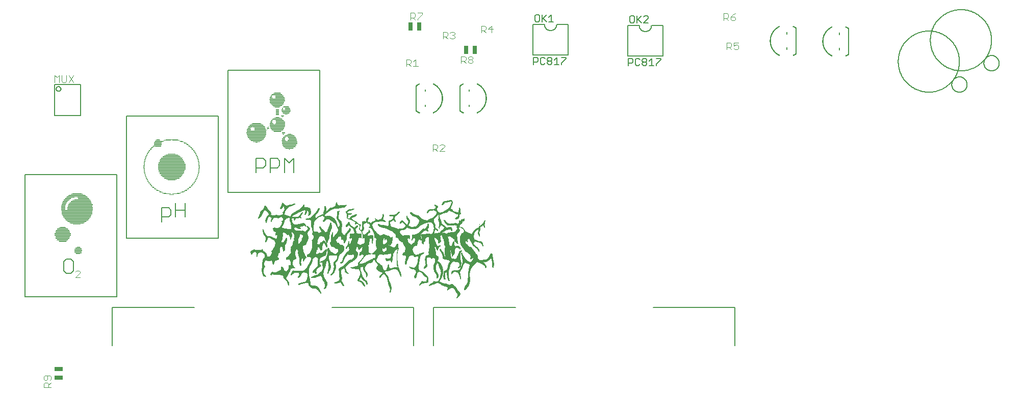
<source format=gto>
G75*
%MOIN*%
%OFA0B0*%
%FSLAX25Y25*%
%IPPOS*%
%LPD*%
%AMOC8*
5,1,8,0,0,1.08239X$1,22.5*
%
%ADD10C,0.00050*%
%ADD11C,0.00400*%
%ADD12C,0.00500*%
%ADD13C,0.00600*%
%ADD14C,0.00800*%
%ADD15R,0.02559X0.05512*%
%ADD16R,0.05512X0.02559*%
%ADD17R,0.01330X0.00334*%
%ADD18R,0.02670X0.00333*%
%ADD19R,0.03670X0.00333*%
%ADD20R,0.04000X0.00334*%
%ADD21R,0.04670X0.00333*%
%ADD22R,0.05000X0.00334*%
%ADD23R,0.05000X0.00333*%
%ADD24R,0.04670X0.00334*%
%ADD25R,0.04330X0.00333*%
%ADD26R,0.03330X0.00333*%
%ADD27R,0.02330X0.00333*%
%ADD28R,0.03000X0.00334*%
%ADD29R,0.04340X0.00333*%
%ADD30R,0.05660X0.00333*%
%ADD31R,0.06340X0.00334*%
%ADD32R,0.07330X0.00333*%
%ADD33R,0.07660X0.00333*%
%ADD34R,0.08340X0.00334*%
%ADD35R,0.09000X0.00333*%
%ADD36R,0.09660X0.00334*%
%ADD37R,0.09660X0.00333*%
%ADD38R,0.10000X0.00334*%
%ADD39R,0.10340X0.00333*%
%ADD40R,0.10340X0.00334*%
%ADD41R,0.09000X0.00334*%
%ADD42R,0.08340X0.00333*%
%ADD43R,0.07000X0.00333*%
%ADD44R,0.03660X0.00333*%
%ADD45R,0.07340X0.00334*%
%ADD46R,0.08660X0.00333*%
%ADD47R,0.10000X0.00333*%
%ADD48R,0.11340X0.00334*%
%ADD49R,0.12330X0.00333*%
%ADD50R,0.13000X0.00333*%
%ADD51R,0.14000X0.00334*%
%ADD52R,0.14660X0.00333*%
%ADD53R,0.15340X0.00333*%
%ADD54R,0.15670X0.00334*%
%ADD55R,0.16330X0.00333*%
%ADD56R,0.16660X0.00333*%
%ADD57R,0.17340X0.00334*%
%ADD58R,0.17670X0.00333*%
%ADD59R,0.18000X0.00333*%
%ADD60R,0.18330X0.00334*%
%ADD61R,0.18660X0.00333*%
%ADD62R,0.19000X0.00333*%
%ADD63R,0.19340X0.00334*%
%ADD64R,0.19670X0.00333*%
%ADD65R,0.20000X0.00334*%
%ADD66R,0.20000X0.00333*%
%ADD67R,0.20330X0.00333*%
%ADD68R,0.20330X0.00334*%
%ADD69R,0.20660X0.00333*%
%ADD70R,0.17330X0.00334*%
%ADD71R,0.02660X0.00333*%
%ADD72R,0.02660X0.00334*%
%ADD73R,0.16660X0.00334*%
%ADD74R,0.16000X0.00333*%
%ADD75R,0.02670X0.00334*%
%ADD76R,0.16000X0.00334*%
%ADD77R,0.15670X0.00333*%
%ADD78R,0.15000X0.00334*%
%ADD79R,0.15000X0.00333*%
%ADD80R,0.03000X0.00333*%
%ADD81R,0.14330X0.00333*%
%ADD82R,0.13660X0.00333*%
%ADD83R,0.03330X0.00334*%
%ADD84R,0.12000X0.00334*%
%ADD85R,0.03340X0.00333*%
%ADD86R,0.11670X0.00333*%
%ADD87R,0.10330X0.00333*%
%ADD88R,0.03660X0.00334*%
%ADD89R,0.08000X0.00334*%
%ADD90R,0.04000X0.00333*%
%ADD91R,0.04660X0.00334*%
%ADD92R,0.06660X0.00334*%
%ADD93R,0.05330X0.00333*%
%ADD94R,0.06670X0.00333*%
%ADD95R,0.13340X0.00333*%
%ADD96R,0.12330X0.00334*%
%ADD97R,0.10660X0.00333*%
%ADD98R,0.09340X0.00334*%
%ADD99R,0.07670X0.00333*%
%ADD100R,0.06000X0.00333*%
%ADD101R,0.07670X0.00334*%
%ADD102R,0.04660X0.00333*%
%ADD103R,0.02330X0.00334*%
%ADD104R,0.02000X0.00333*%
%ADD105R,0.01660X0.00333*%
%ADD106R,0.01670X0.00333*%
%ADD107R,0.01670X0.00334*%
%ADD108R,0.01660X0.00334*%
%ADD109R,0.01330X0.00333*%
%ADD110R,0.01340X0.00334*%
%ADD111R,0.01000X0.00333*%
%ADD112R,0.01000X0.00334*%
%ADD113R,0.01340X0.00333*%
%ADD114R,0.00670X0.00333*%
%ADD115R,0.00660X0.00333*%
%ADD116R,0.00660X0.00334*%
%ADD117R,0.08330X0.00334*%
%ADD118R,0.00670X0.00334*%
%ADD119R,0.09670X0.00333*%
%ADD120R,0.13670X0.00334*%
%ADD121R,0.14000X0.00333*%
%ADD122R,0.16330X0.00334*%
%ADD123R,0.17000X0.00334*%
%ADD124R,0.17000X0.00333*%
%ADD125R,0.17670X0.00334*%
%ADD126R,0.14330X0.00334*%
%ADD127R,0.13670X0.00333*%
%ADD128R,0.13000X0.00334*%
%ADD129R,0.11340X0.00333*%
%ADD130R,0.10330X0.00334*%
%ADD131R,0.08330X0.00333*%
%ADD132R,0.07000X0.00334*%
%ADD133R,0.06330X0.00333*%
%ADD134R,0.03670X0.00334*%
%ADD135R,0.08000X0.00333*%
%ADD136R,0.09670X0.00334*%
%ADD137R,0.06000X0.00334*%
%ADD138R,0.08670X0.00334*%
%ADD139R,0.05670X0.00334*%
%ADD140R,0.09330X0.00333*%
%ADD141R,0.10670X0.00334*%
%ADD142R,0.05340X0.00334*%
%ADD143R,0.11000X0.00333*%
%ADD144R,0.11330X0.00333*%
%ADD145R,0.11660X0.00334*%
%ADD146R,0.12000X0.00333*%
%ADD147R,0.12670X0.00334*%
%ADD148R,0.12670X0.00333*%
%ADD149R,0.00330X0.00333*%
%ADD150R,0.06670X0.00334*%
%ADD151R,0.07340X0.00333*%
%ADD152R,0.02000X0.00334*%
%ADD153R,0.08670X0.00333*%
%ADD154R,0.07330X0.00334*%
%ADD155R,0.09330X0.00334*%
%ADD156R,0.02340X0.00333*%
%ADD157R,0.07660X0.00334*%
%ADD158R,0.06660X0.00333*%
%ADD159R,0.05670X0.00333*%
%ADD160R,0.05340X0.00333*%
%ADD161R,0.05330X0.00334*%
%ADD162R,0.03340X0.00334*%
%ADD163R,0.09340X0.00333*%
D10*
X0234441Y0123199D02*
X0234468Y0123305D01*
X0234537Y0123327D01*
X0234645Y0123396D01*
X0234073Y0124495D01*
X0233517Y0125467D01*
X0233034Y0126445D01*
X0232880Y0126690D01*
X0231830Y0127746D01*
X0230009Y0128010D01*
X0228990Y0127944D01*
X0227674Y0128356D01*
X0227385Y0128539D01*
X0227490Y0128802D01*
X0227667Y0129211D01*
X0227212Y0132412D01*
X0226681Y0134298D01*
X0226676Y0134993D01*
X0226628Y0135571D01*
X0226508Y0137445D01*
X0226665Y0139537D01*
X0226820Y0140009D01*
X0226884Y0140263D01*
X0227061Y0140628D01*
X0227259Y0141009D01*
X0227582Y0141533D01*
X0228026Y0142185D01*
X0228745Y0143888D01*
X0228852Y0144300D01*
X0228901Y0144509D01*
X0228981Y0145014D01*
X0229093Y0145642D01*
X0229121Y0145956D01*
X0229231Y0146008D01*
X0229336Y0146073D01*
X0230121Y0146822D01*
X0231078Y0147078D01*
X0232129Y0146801D01*
X0232787Y0145834D01*
X0232738Y0143790D01*
X0232661Y0142093D01*
X0232697Y0142025D01*
X0232738Y0141112D01*
X0231956Y0140286D01*
X0231199Y0139472D01*
X0230884Y0139231D01*
X0229931Y0138147D01*
X0229318Y0137320D01*
X0229226Y0136607D01*
X0230153Y0136925D01*
X0230453Y0137017D01*
X0230599Y0136598D01*
X0230893Y0136296D01*
X0231264Y0136080D01*
X0231631Y0135942D01*
X0231610Y0136366D01*
X0231437Y0137246D01*
X0231360Y0137591D01*
X0231457Y0138526D01*
X0231767Y0138972D01*
X0232394Y0139547D01*
X0232906Y0140104D01*
X0233685Y0140528D01*
X0234457Y0141095D01*
X0234384Y0141502D01*
X0233569Y0142336D01*
X0232672Y0142336D01*
X0232670Y0142288D02*
X0233616Y0142288D01*
X0233569Y0142336D02*
X0233503Y0143912D01*
X0233554Y0145459D01*
X0234261Y0146760D01*
X0235472Y0147196D01*
X0236642Y0147604D01*
X0237642Y0148034D01*
X0237752Y0148541D01*
X0238238Y0151034D01*
X0238482Y0151405D01*
X0238661Y0151598D01*
X0238768Y0151627D01*
X0238813Y0151775D01*
X0238645Y0151846D01*
X0238389Y0151868D01*
X0237693Y0151673D01*
X0237173Y0151118D01*
X0235478Y0149557D01*
X0234744Y0149322D01*
X0233985Y0149475D01*
X0233581Y0149672D01*
X0233415Y0149465D01*
X0233249Y0149176D01*
X0237876Y0149176D01*
X0237866Y0149128D02*
X0233117Y0149128D01*
X0233249Y0149176D02*
X0231543Y0148555D01*
X0231033Y0149062D01*
X0231466Y0150759D01*
X0231713Y0151510D01*
X0231928Y0151877D01*
X0232061Y0151803D01*
X0232393Y0151840D01*
X0232306Y0152155D01*
X0232294Y0153306D01*
X0232591Y0153381D01*
X0233135Y0153319D01*
X0233528Y0153170D01*
X0233754Y0152855D01*
X0234016Y0152296D01*
X0234279Y0151472D01*
X0234741Y0151292D01*
X0235300Y0151946D01*
X0235430Y0152494D01*
X0235381Y0154085D01*
X0235635Y0155161D01*
X0235854Y0155874D01*
X0236338Y0156206D01*
X0236787Y0156017D01*
X0237096Y0155615D01*
X0237332Y0155248D01*
X0237442Y0155091D01*
X0237830Y0154288D01*
X0238026Y0153844D01*
X0238171Y0153606D01*
X0238759Y0153237D01*
X0238768Y0153643D01*
X0238732Y0154227D01*
X0238436Y0155234D01*
X0237844Y0155985D01*
X0237419Y0156557D01*
X0237057Y0157023D01*
X0236663Y0157407D01*
X0236394Y0157624D01*
X0236270Y0157675D01*
X0235378Y0156814D01*
X0234899Y0156283D01*
X0234457Y0156393D01*
X0234296Y0156216D01*
X0233722Y0155097D01*
X0233021Y0154992D01*
X0232480Y0154986D01*
X0231938Y0155379D01*
X0231983Y0156101D01*
X0232195Y0156399D01*
X0232432Y0156498D01*
X0232277Y0157583D01*
X0232236Y0157897D01*
X0232425Y0158235D01*
X0232634Y0158655D01*
X0233137Y0160017D01*
X0233231Y0160436D01*
X0233685Y0160477D01*
X0234414Y0160668D01*
X0235070Y0160774D01*
X0236795Y0160064D01*
X0237282Y0159016D01*
X0237522Y0158166D01*
X0237698Y0157904D01*
X0237884Y0157514D01*
X0237996Y0157025D01*
X0238386Y0156081D01*
X0238678Y0156452D01*
X0238860Y0157005D01*
X0239064Y0157670D01*
X0239651Y0158865D01*
X0239994Y0159431D01*
X0239973Y0160828D01*
X0240143Y0162366D01*
X0240202Y0162869D01*
X0241082Y0164903D01*
X0241551Y0165939D01*
X0241580Y0167423D01*
X0241510Y0167629D01*
X0241405Y0167877D01*
X0241296Y0168148D01*
X0241172Y0168781D01*
X0240862Y0169281D01*
X0240669Y0169216D01*
X0240436Y0167353D01*
X0239746Y0165909D01*
X0239554Y0165604D01*
X0239406Y0165412D01*
X0239104Y0164562D01*
X0238864Y0163420D01*
X0238342Y0163232D01*
X0237805Y0163125D01*
X0237305Y0163057D01*
X0236811Y0163319D01*
X0236577Y0163960D01*
X0235673Y0164804D01*
X0235003Y0165242D01*
X0234692Y0165770D01*
X0234026Y0166744D01*
X0233449Y0166791D01*
X0233938Y0165844D01*
X0234426Y0165005D01*
X0234942Y0163895D01*
X0235152Y0163428D01*
X0234514Y0162986D01*
X0233725Y0162636D01*
X0233355Y0162286D01*
X0233034Y0162466D01*
X0232671Y0162764D01*
X0232285Y0163144D01*
X0231940Y0163406D01*
X0231141Y0163361D01*
X0230342Y0163315D01*
X0230061Y0163538D01*
X0229603Y0164125D01*
X0229418Y0165502D01*
X0229623Y0167144D01*
X0229879Y0168848D01*
X0229988Y0170094D01*
X0231327Y0171615D01*
X0231793Y0172082D01*
X0232392Y0172706D01*
X0232916Y0173187D01*
X0235668Y0174210D01*
X0235980Y0174253D01*
X0236055Y0173976D01*
X0236409Y0173495D01*
X0236643Y0173366D01*
X0236949Y0173187D01*
X0237196Y0172610D01*
X0236592Y0171378D01*
X0236077Y0170766D01*
X0236418Y0169929D01*
X0237140Y0170787D01*
X0238282Y0171880D01*
X0238282Y0171879D02*
X0236838Y0171879D01*
X0236814Y0171831D02*
X0238232Y0171831D01*
X0238282Y0171880D02*
X0239996Y0171758D01*
X0243714Y0169182D01*
X0244277Y0168344D01*
X0244546Y0167704D01*
X0245124Y0166536D01*
X0245660Y0165834D01*
X0245965Y0164789D01*
X0245852Y0163825D01*
X0245602Y0163213D01*
X0244936Y0162288D01*
X0244190Y0161499D01*
X0243558Y0160686D01*
X0242750Y0159790D01*
X0242367Y0159382D01*
X0242180Y0160272D01*
X0242154Y0160357D01*
X0242345Y0161994D01*
X0242377Y0163089D01*
X0242162Y0163172D01*
X0242001Y0162396D01*
X0241830Y0162012D01*
X0241156Y0160267D01*
X0241256Y0159464D01*
X0241378Y0158003D01*
X0241212Y0156969D01*
X0240954Y0156633D01*
X0240710Y0156325D01*
X0240602Y0155910D01*
X0241365Y0153921D01*
X0242089Y0153711D01*
X0242774Y0153649D01*
X0243275Y0153451D01*
X0243680Y0153197D01*
X0243813Y0153098D01*
X0244025Y0152681D01*
X0244487Y0152297D01*
X0244916Y0152460D01*
X0245953Y0152221D01*
X0246079Y0151254D01*
X0245922Y0150226D01*
X0244285Y0148772D01*
X0243621Y0148633D01*
X0242526Y0149358D01*
X0241950Y0149802D01*
X0241516Y0149880D01*
X0240614Y0150639D01*
X0240090Y0151515D01*
X0239833Y0152484D01*
X0239736Y0152506D01*
X0239440Y0152610D01*
X0239085Y0152454D01*
X0238991Y0151772D01*
X0239089Y0150989D01*
X0239117Y0149839D01*
X0238685Y0148132D01*
X0238435Y0146716D01*
X0237540Y0145420D01*
X0237388Y0145278D01*
X0237130Y0144994D01*
X0236557Y0144595D01*
X0235367Y0144121D01*
X0234857Y0144049D01*
X0234034Y0143548D01*
X0234619Y0143502D01*
X0235440Y0143379D01*
X0235748Y0142455D01*
X0235772Y0141109D01*
X0236055Y0139769D01*
X0235922Y0139161D01*
X0235098Y0137515D01*
X0234199Y0136757D01*
X0236124Y0136757D01*
X0236117Y0136709D02*
X0234149Y0136709D01*
X0234199Y0136757D02*
X0233717Y0136290D01*
X0232593Y0135215D01*
X0231763Y0135007D01*
X0230890Y0134792D01*
X0228110Y0133584D01*
X0228234Y0133292D01*
X0228665Y0133428D01*
X0229739Y0133566D01*
X0230755Y0133529D01*
X0231932Y0133956D01*
X0232945Y0134341D01*
X0233999Y0134617D01*
X0234868Y0134567D01*
X0235198Y0133981D01*
X0235676Y0132558D01*
X0235707Y0132209D01*
X0235739Y0132060D01*
X0236368Y0131201D01*
X0236549Y0130939D01*
X0236602Y0130846D01*
X0236936Y0130292D01*
X0236947Y0130218D01*
X0237022Y0129723D01*
X0238624Y0129723D01*
X0238629Y0129675D02*
X0237035Y0129675D01*
X0237022Y0129723D02*
X0237250Y0128827D01*
X0237372Y0127388D01*
X0236763Y0126399D01*
X0236445Y0126109D01*
X0236638Y0126060D01*
X0237741Y0126667D01*
X0238690Y0128995D01*
X0238595Y0130049D01*
X0237073Y0132558D01*
X0236129Y0134444D01*
X0236011Y0135981D01*
X0233394Y0135981D01*
X0233445Y0136030D02*
X0236018Y0136030D01*
X0236025Y0136078D02*
X0233495Y0136078D01*
X0233546Y0136127D02*
X0236032Y0136127D01*
X0236039Y0136175D02*
X0233597Y0136175D01*
X0233647Y0136224D02*
X0236046Y0136224D01*
X0236053Y0136272D02*
X0233698Y0136272D01*
X0233748Y0136321D02*
X0236061Y0136321D01*
X0236068Y0136369D02*
X0233798Y0136369D01*
X0233848Y0136418D02*
X0236075Y0136418D01*
X0236082Y0136466D02*
X0233899Y0136466D01*
X0233949Y0136515D02*
X0236089Y0136515D01*
X0236096Y0136563D02*
X0233999Y0136563D01*
X0234049Y0136612D02*
X0236103Y0136612D01*
X0236110Y0136660D02*
X0234099Y0136660D01*
X0234256Y0136806D02*
X0236131Y0136806D01*
X0236138Y0136854D02*
X0234314Y0136854D01*
X0234372Y0136903D02*
X0236145Y0136903D01*
X0236152Y0136951D02*
X0234429Y0136951D01*
X0234487Y0137000D02*
X0236160Y0137000D01*
X0236167Y0137048D02*
X0234544Y0137048D01*
X0234602Y0137097D02*
X0236174Y0137097D01*
X0236181Y0137145D02*
X0234659Y0137145D01*
X0234717Y0137194D02*
X0236188Y0137194D01*
X0236195Y0137242D02*
X0234774Y0137242D01*
X0234832Y0137291D02*
X0236202Y0137291D01*
X0236209Y0137339D02*
X0234889Y0137339D01*
X0234947Y0137388D02*
X0236216Y0137388D01*
X0236223Y0137436D02*
X0235005Y0137436D01*
X0235062Y0137485D02*
X0236230Y0137485D01*
X0236237Y0137533D02*
X0235107Y0137533D01*
X0235131Y0137582D02*
X0236244Y0137582D01*
X0236251Y0137630D02*
X0235156Y0137630D01*
X0235180Y0137679D02*
X0236259Y0137679D01*
X0236266Y0137727D02*
X0235204Y0137727D01*
X0235229Y0137776D02*
X0236273Y0137776D01*
X0236280Y0137825D02*
X0235253Y0137825D01*
X0235277Y0137873D02*
X0236287Y0137873D01*
X0236294Y0137922D02*
X0235302Y0137922D01*
X0235326Y0137970D02*
X0236308Y0137970D01*
X0236294Y0137922D02*
X0236641Y0139074D01*
X0237213Y0140069D01*
X0237569Y0141572D01*
X0237884Y0143749D01*
X0238725Y0144721D01*
X0239063Y0144511D01*
X0239204Y0144121D01*
X0239308Y0143938D01*
X0239719Y0142643D01*
X0239752Y0141026D01*
X0239787Y0140490D01*
X0239746Y0139241D01*
X0239416Y0138113D01*
X0239315Y0137624D01*
X0238928Y0136722D01*
X0238954Y0136017D01*
X0239238Y0136349D01*
X0239558Y0137103D01*
X0239763Y0137582D01*
X0240245Y0138184D01*
X0240995Y0140314D01*
X0240545Y0142480D01*
X0240322Y0143388D01*
X0239766Y0145157D01*
X0239523Y0145764D01*
X0239422Y0146418D01*
X0239585Y0147475D01*
X0239726Y0147808D01*
X0240428Y0148162D01*
X0241208Y0147922D01*
X0241752Y0147972D01*
X0242682Y0148129D01*
X0244943Y0148024D01*
X0245197Y0147964D01*
X0245170Y0146898D01*
X0245105Y0145671D01*
X0243782Y0143934D01*
X0243358Y0143601D01*
X0242936Y0143351D01*
X0242800Y0142889D01*
X0243084Y0142202D01*
X0243222Y0140673D01*
X0242971Y0138844D01*
X0242866Y0138532D01*
X0242697Y0137869D01*
X0242482Y0137051D01*
X0242102Y0136481D01*
X0241790Y0136102D01*
X0241437Y0135707D01*
X0241044Y0135173D01*
X0241215Y0134969D01*
X0241897Y0135546D01*
X0242112Y0135768D01*
X0242979Y0136628D01*
X0243177Y0136925D01*
X0243355Y0137362D01*
X0243572Y0138078D01*
X0243778Y0138882D01*
X0244295Y0140174D01*
X0244399Y0140977D01*
X0244363Y0141364D01*
X0244192Y0141749D01*
X0243956Y0141990D01*
X0243748Y0142476D01*
X0243798Y0143055D01*
X0244584Y0143826D01*
X0244951Y0144160D01*
X0245731Y0145767D01*
X0246184Y0147790D01*
X0246538Y0148441D01*
X0247933Y0149596D01*
X0249120Y0150780D01*
X0249476Y0151982D01*
X0249547Y0153034D01*
X0249512Y0153438D01*
X0249424Y0153862D01*
X0249091Y0154272D01*
X0248489Y0154570D01*
X0246777Y0154642D01*
X0246474Y0155356D01*
X0246339Y0155886D01*
X0245755Y0156065D01*
X0245073Y0156219D01*
X0244165Y0157784D01*
X0244309Y0158336D01*
X0244746Y0158795D01*
X0245382Y0159417D01*
X0245653Y0159957D01*
X0246097Y0160263D01*
X0247396Y0160611D01*
X0248102Y0159761D01*
X0248038Y0158462D01*
X0248322Y0158445D01*
X0249062Y0158393D01*
X0249477Y0157537D01*
X0249613Y0156544D01*
X0249615Y0156146D01*
X0249832Y0156173D01*
X0250080Y0156233D01*
X0250394Y0156953D01*
X0250938Y0157991D01*
X0251153Y0158742D01*
X0251181Y0159854D01*
X0251326Y0160587D01*
X0251584Y0161898D01*
X0252877Y0163059D01*
X0253212Y0163420D01*
X0253385Y0163672D01*
X0253879Y0164569D01*
X0253654Y0165511D01*
X0253436Y0165666D01*
X0253277Y0165466D01*
X0253152Y0165208D01*
X0253077Y0165041D01*
X0253009Y0164863D01*
X0252617Y0164244D01*
X0252478Y0164087D01*
X0252027Y0163480D01*
X0250872Y0162204D01*
X0250669Y0161806D01*
X0250442Y0161355D01*
X0249964Y0161140D01*
X0248898Y0161531D01*
X0248000Y0163010D01*
X0247831Y0165642D01*
X0248358Y0167772D01*
X0247841Y0170102D01*
X0247019Y0170958D01*
X0246714Y0171238D01*
X0245937Y0171895D01*
X0245895Y0173520D01*
X0246295Y0175947D01*
X0246484Y0176978D01*
X0245202Y0176514D01*
X0245386Y0175060D01*
X0245290Y0173580D01*
X0245002Y0172936D01*
X0245065Y0172316D01*
X0245926Y0172316D01*
X0245928Y0172268D02*
X0245082Y0172268D01*
X0245065Y0172316D02*
X0245213Y0171893D01*
X0245813Y0170806D01*
X0245912Y0170653D01*
X0246490Y0169680D01*
X0246855Y0168855D01*
X0247004Y0168202D01*
X0247100Y0167735D01*
X0246515Y0166658D01*
X0245808Y0166507D01*
X0245584Y0166594D01*
X0245376Y0166896D01*
X0244972Y0168642D01*
X0244228Y0170483D01*
X0243886Y0170903D01*
X0243179Y0171942D01*
X0242252Y0172771D01*
X0240373Y0173792D01*
X0238715Y0173777D01*
X0237947Y0173428D01*
X0236865Y0173978D01*
X0237049Y0174757D01*
X0237420Y0175089D01*
X0238914Y0176292D01*
X0240287Y0177339D01*
X0241510Y0178218D01*
X0242384Y0178421D01*
X0243593Y0178637D01*
X0245192Y0178672D01*
X0246026Y0178714D01*
X0246965Y0179060D01*
X0248160Y0179260D01*
X0249064Y0179329D01*
X0249628Y0179508D01*
X0250292Y0179870D01*
X0250804Y0180279D01*
X0251154Y0180799D01*
X0251042Y0180943D01*
X0250626Y0180662D01*
X0248422Y0180634D01*
X0247307Y0180766D01*
X0246778Y0180515D01*
X0245497Y0180624D01*
X0244961Y0182082D01*
X0244726Y0182538D01*
X0244943Y0182576D01*
X0244497Y0182114D01*
X0244444Y0182016D01*
X0244416Y0181543D01*
X0244209Y0180660D01*
X0245484Y0180660D01*
X0245466Y0180709D02*
X0244220Y0180709D01*
X0244231Y0180757D02*
X0245448Y0180757D01*
X0245431Y0180806D02*
X0244243Y0180806D01*
X0244254Y0180854D02*
X0245413Y0180854D01*
X0245395Y0180903D02*
X0244266Y0180903D01*
X0244277Y0180951D02*
X0245377Y0180951D01*
X0245359Y0181000D02*
X0244288Y0181000D01*
X0244300Y0181048D02*
X0245341Y0181048D01*
X0245324Y0181097D02*
X0244311Y0181097D01*
X0244322Y0181145D02*
X0245306Y0181145D01*
X0245288Y0181194D02*
X0244334Y0181194D01*
X0244345Y0181242D02*
X0245270Y0181242D01*
X0245252Y0181291D02*
X0244357Y0181291D01*
X0244368Y0181339D02*
X0245234Y0181339D01*
X0245217Y0181388D02*
X0244379Y0181388D01*
X0244391Y0181436D02*
X0245199Y0181436D01*
X0245181Y0181485D02*
X0244402Y0181485D01*
X0244413Y0181533D02*
X0245163Y0181533D01*
X0245145Y0181582D02*
X0244418Y0181582D01*
X0244421Y0181630D02*
X0245127Y0181630D01*
X0245109Y0181679D02*
X0244424Y0181679D01*
X0244427Y0181727D02*
X0245092Y0181727D01*
X0245074Y0181776D02*
X0244430Y0181776D01*
X0244432Y0181824D02*
X0245056Y0181824D01*
X0245038Y0181873D02*
X0244435Y0181873D01*
X0244438Y0181921D02*
X0245020Y0181921D01*
X0245002Y0181970D02*
X0244441Y0181970D01*
X0244445Y0182018D02*
X0244985Y0182018D01*
X0244967Y0182067D02*
X0244471Y0182067D01*
X0244498Y0182115D02*
X0244944Y0182115D01*
X0244919Y0182164D02*
X0244545Y0182164D01*
X0244592Y0182212D02*
X0244894Y0182212D01*
X0244869Y0182261D02*
X0244639Y0182261D01*
X0244686Y0182309D02*
X0244844Y0182309D01*
X0244819Y0182358D02*
X0244733Y0182358D01*
X0244780Y0182406D02*
X0244794Y0182406D01*
X0244769Y0182455D02*
X0244826Y0182455D01*
X0244873Y0182503D02*
X0244744Y0182503D01*
X0244806Y0182552D02*
X0244920Y0182552D01*
X0244209Y0180660D02*
X0243194Y0179671D01*
X0242720Y0179299D01*
X0242043Y0179119D01*
X0241074Y0178916D01*
X0240388Y0178633D01*
X0239298Y0177559D01*
X0238471Y0176611D01*
X0238021Y0176262D01*
X0237440Y0176012D01*
X0237604Y0176309D01*
X0238040Y0177268D01*
X0237704Y0179484D01*
X0237580Y0179670D01*
X0237417Y0179980D01*
X0237172Y0180088D01*
X0237091Y0180137D01*
X0237038Y0180215D01*
X0236980Y0179487D01*
X0236787Y0177536D01*
X0236630Y0176914D01*
X0236421Y0176212D01*
X0236322Y0175501D01*
X0236224Y0174946D01*
X0235857Y0174827D01*
X0235335Y0174611D01*
X0234811Y0174418D01*
X0232138Y0172973D01*
X0231315Y0172069D01*
X0231112Y0172401D01*
X0230842Y0172838D01*
X0230726Y0173397D01*
X0230885Y0174061D01*
X0231089Y0174655D01*
X0231219Y0174899D01*
X0232022Y0175752D01*
X0232528Y0176209D01*
X0232661Y0176471D01*
X0232797Y0176747D01*
X0232982Y0177147D01*
X0233126Y0177505D01*
X0233220Y0177771D01*
X0233565Y0178564D01*
X0233020Y0178611D01*
X0231637Y0176471D01*
X0230536Y0175064D01*
X0229154Y0173764D01*
X0227867Y0172629D01*
X0227438Y0172420D01*
X0226156Y0172107D01*
X0225598Y0172037D01*
X0224725Y0171656D01*
X0225301Y0171373D01*
X0225803Y0171237D01*
X0227453Y0171298D01*
X0228272Y0170987D01*
X0228321Y0169449D01*
X0228432Y0167234D01*
X0228738Y0166270D01*
X0228979Y0165554D01*
X0229259Y0163533D01*
X0229168Y0162938D01*
X0229088Y0161949D01*
X0229379Y0161311D01*
X0229615Y0161205D01*
X0229826Y0161100D01*
X0229992Y0160990D01*
X0229823Y0159388D01*
X0229614Y0158810D01*
X0229123Y0158017D01*
X0228746Y0157627D01*
X0228950Y0157249D01*
X0229056Y0156454D01*
X0228916Y0155266D01*
X0228811Y0153950D01*
X0228819Y0152578D01*
X0228533Y0151498D01*
X0227861Y0150324D01*
X0227249Y0149209D01*
X0226540Y0148626D01*
X0225850Y0148339D01*
X0225614Y0148238D01*
X0225649Y0147747D01*
X0225759Y0147181D01*
X0226798Y0147119D01*
X0228397Y0146832D01*
X0228225Y0145030D01*
X0227696Y0143869D01*
X0227561Y0143558D01*
X0227378Y0143143D01*
X0227239Y0142899D01*
X0227187Y0142794D01*
X0226996Y0142504D01*
X0226386Y0141710D01*
X0225604Y0140138D01*
X0225651Y0139784D01*
X0225321Y0139490D01*
X0224398Y0138621D01*
X0223538Y0137974D01*
X0222518Y0137830D01*
X0221231Y0137824D01*
X0219239Y0137810D01*
X0218007Y0137741D01*
X0216825Y0137871D01*
X0216511Y0137973D01*
X0215833Y0137362D01*
X0215268Y0136271D01*
X0214942Y0135109D01*
X0215012Y0135004D01*
X0215470Y0135294D01*
X0216933Y0136690D01*
X0217546Y0136809D01*
X0218828Y0136749D01*
X0220206Y0136593D01*
X0220450Y0135842D01*
X0220514Y0135720D01*
X0220492Y0135254D01*
X0220038Y0134270D01*
X0219451Y0133584D01*
X0219534Y0133558D01*
X0219692Y0133538D01*
X0219990Y0133468D01*
X0220757Y0134114D01*
X0220989Y0134373D01*
X0221584Y0135353D01*
X0221691Y0136132D01*
X0222086Y0136551D01*
X0223082Y0136937D01*
X0224977Y0136890D01*
X0225651Y0136406D01*
X0226141Y0135090D01*
X0225951Y0134235D01*
X0226698Y0134235D01*
X0226685Y0134283D02*
X0225962Y0134283D01*
X0225951Y0134235D02*
X0225708Y0133187D01*
X0225489Y0132314D01*
X0225224Y0131720D01*
X0224724Y0130699D01*
X0223781Y0130461D01*
X0222698Y0130185D01*
X0221964Y0129953D01*
X0219991Y0129249D01*
X0219798Y0128960D01*
X0219903Y0128856D01*
X0220271Y0128886D01*
X0221965Y0129347D01*
X0223571Y0129855D01*
X0224235Y0130081D01*
X0226009Y0130138D01*
X0226466Y0129602D01*
X0226470Y0128920D01*
X0227174Y0127953D01*
X0228078Y0127171D01*
X0228705Y0126700D01*
X0229157Y0126432D01*
X0229557Y0126517D01*
X0231378Y0126403D01*
X0231843Y0126058D01*
X0232293Y0125660D01*
X0232510Y0125466D01*
X0232759Y0125239D01*
X0233126Y0124827D01*
X0233318Y0124571D01*
X0233533Y0124302D01*
X0234061Y0123631D01*
X0234441Y0123199D01*
X0234447Y0123223D02*
X0234420Y0123223D01*
X0234460Y0123271D02*
X0234377Y0123271D01*
X0234334Y0123320D02*
X0234514Y0123320D01*
X0234601Y0123368D02*
X0234292Y0123368D01*
X0234249Y0123417D02*
X0234635Y0123417D01*
X0234610Y0123465D02*
X0234206Y0123465D01*
X0234164Y0123514D02*
X0234584Y0123514D01*
X0234559Y0123562D02*
X0234121Y0123562D01*
X0234078Y0123611D02*
X0234534Y0123611D01*
X0234508Y0123659D02*
X0234038Y0123659D01*
X0234000Y0123708D02*
X0234483Y0123708D01*
X0234458Y0123756D02*
X0233962Y0123756D01*
X0233924Y0123805D02*
X0234433Y0123805D01*
X0234407Y0123853D02*
X0233886Y0123853D01*
X0233848Y0123902D02*
X0234382Y0123902D01*
X0234357Y0123950D02*
X0233810Y0123950D01*
X0233772Y0123999D02*
X0234332Y0123999D01*
X0234306Y0124047D02*
X0233733Y0124047D01*
X0233695Y0124096D02*
X0234281Y0124096D01*
X0234256Y0124144D02*
X0233657Y0124144D01*
X0233619Y0124193D02*
X0234230Y0124193D01*
X0234205Y0124241D02*
X0233581Y0124241D01*
X0233543Y0124290D02*
X0234180Y0124290D01*
X0234155Y0124338D02*
X0233504Y0124338D01*
X0233466Y0124387D02*
X0234129Y0124387D01*
X0234104Y0124435D02*
X0233427Y0124435D01*
X0233388Y0124484D02*
X0234079Y0124484D01*
X0234052Y0124532D02*
X0233349Y0124532D01*
X0233311Y0124581D02*
X0234024Y0124581D01*
X0233996Y0124629D02*
X0233274Y0124629D01*
X0233238Y0124678D02*
X0233968Y0124678D01*
X0233941Y0124726D02*
X0233201Y0124726D01*
X0233165Y0124775D02*
X0233913Y0124775D01*
X0233885Y0124823D02*
X0233129Y0124823D01*
X0233086Y0124872D02*
X0233857Y0124872D01*
X0233830Y0124921D02*
X0233043Y0124921D01*
X0232999Y0124969D02*
X0233802Y0124969D01*
X0233774Y0125018D02*
X0232956Y0125018D01*
X0232913Y0125066D02*
X0233746Y0125066D01*
X0233719Y0125115D02*
X0232870Y0125115D01*
X0232826Y0125163D02*
X0233691Y0125163D01*
X0233663Y0125212D02*
X0232783Y0125212D01*
X0232736Y0125260D02*
X0233635Y0125260D01*
X0233608Y0125309D02*
X0232683Y0125309D01*
X0232630Y0125357D02*
X0233580Y0125357D01*
X0233552Y0125406D02*
X0232576Y0125406D01*
X0232523Y0125454D02*
X0233524Y0125454D01*
X0233499Y0125503D02*
X0232469Y0125503D01*
X0232415Y0125551D02*
X0233475Y0125551D01*
X0233451Y0125600D02*
X0232360Y0125600D01*
X0232306Y0125648D02*
X0233427Y0125648D01*
X0233403Y0125697D02*
X0232251Y0125697D01*
X0232197Y0125745D02*
X0233379Y0125745D01*
X0233355Y0125794D02*
X0232142Y0125794D01*
X0232087Y0125842D02*
X0233331Y0125842D01*
X0233307Y0125891D02*
X0232032Y0125891D01*
X0231978Y0125939D02*
X0233284Y0125939D01*
X0233260Y0125988D02*
X0231923Y0125988D01*
X0231868Y0126036D02*
X0233236Y0126036D01*
X0233212Y0126085D02*
X0231807Y0126085D01*
X0231742Y0126133D02*
X0233188Y0126133D01*
X0233164Y0126182D02*
X0231676Y0126182D01*
X0231611Y0126230D02*
X0233140Y0126230D01*
X0233116Y0126279D02*
X0231545Y0126279D01*
X0231479Y0126327D02*
X0233092Y0126327D01*
X0233068Y0126376D02*
X0231414Y0126376D01*
X0231031Y0126424D02*
X0233044Y0126424D01*
X0233016Y0126473D02*
X0230263Y0126473D01*
X0229347Y0126473D02*
X0229088Y0126473D01*
X0229006Y0126521D02*
X0232986Y0126521D01*
X0232956Y0126570D02*
X0228924Y0126570D01*
X0228842Y0126618D02*
X0232925Y0126618D01*
X0232895Y0126667D02*
X0228760Y0126667D01*
X0228684Y0126715D02*
X0232855Y0126715D01*
X0232807Y0126764D02*
X0228619Y0126764D01*
X0228555Y0126812D02*
X0232759Y0126812D01*
X0232711Y0126861D02*
X0228490Y0126861D01*
X0228425Y0126909D02*
X0232662Y0126909D01*
X0232614Y0126958D02*
X0228361Y0126958D01*
X0228296Y0127006D02*
X0232566Y0127006D01*
X0232517Y0127055D02*
X0228232Y0127055D01*
X0228167Y0127104D02*
X0232469Y0127104D01*
X0232421Y0127152D02*
X0228103Y0127152D01*
X0228043Y0127201D02*
X0232373Y0127201D01*
X0232324Y0127249D02*
X0227987Y0127249D01*
X0227931Y0127298D02*
X0232276Y0127298D01*
X0232228Y0127346D02*
X0227875Y0127346D01*
X0227819Y0127395D02*
X0232179Y0127395D01*
X0232131Y0127443D02*
X0227763Y0127443D01*
X0227707Y0127492D02*
X0232083Y0127492D01*
X0232035Y0127540D02*
X0227651Y0127540D01*
X0227595Y0127589D02*
X0231986Y0127589D01*
X0231938Y0127637D02*
X0227539Y0127637D01*
X0227483Y0127686D02*
X0231890Y0127686D01*
X0231841Y0127734D02*
X0227427Y0127734D01*
X0227371Y0127783D02*
X0231574Y0127783D01*
X0231239Y0127831D02*
X0227315Y0127831D01*
X0227259Y0127880D02*
X0230905Y0127880D01*
X0230570Y0127928D02*
X0227203Y0127928D01*
X0227157Y0127977D02*
X0228887Y0127977D01*
X0228732Y0128025D02*
X0227122Y0128025D01*
X0227087Y0128074D02*
X0228577Y0128074D01*
X0228422Y0128122D02*
X0227051Y0128122D01*
X0227016Y0128171D02*
X0228267Y0128171D01*
X0228112Y0128219D02*
X0226981Y0128219D01*
X0226945Y0128268D02*
X0227957Y0128268D01*
X0227802Y0128316D02*
X0226910Y0128316D01*
X0226875Y0128365D02*
X0227660Y0128365D01*
X0227584Y0128413D02*
X0226839Y0128413D01*
X0226804Y0128462D02*
X0227507Y0128462D01*
X0227430Y0128510D02*
X0226769Y0128510D01*
X0226733Y0128559D02*
X0227393Y0128559D01*
X0227413Y0128607D02*
X0226698Y0128607D01*
X0226663Y0128656D02*
X0227432Y0128656D01*
X0227451Y0128704D02*
X0226627Y0128704D01*
X0226592Y0128753D02*
X0227471Y0128753D01*
X0227490Y0128801D02*
X0226557Y0128801D01*
X0226521Y0128850D02*
X0227511Y0128850D01*
X0227532Y0128898D02*
X0226486Y0128898D01*
X0226470Y0128947D02*
X0227553Y0128947D01*
X0227574Y0128995D02*
X0226470Y0128995D01*
X0226470Y0129044D02*
X0227595Y0129044D01*
X0227616Y0129092D02*
X0226469Y0129092D01*
X0226469Y0129141D02*
X0227637Y0129141D01*
X0227658Y0129190D02*
X0226469Y0129190D01*
X0226469Y0129238D02*
X0227664Y0129238D01*
X0227657Y0129287D02*
X0226468Y0129287D01*
X0226468Y0129335D02*
X0227650Y0129335D01*
X0227643Y0129384D02*
X0226468Y0129384D01*
X0226467Y0129432D02*
X0227636Y0129432D01*
X0227629Y0129481D02*
X0226467Y0129481D01*
X0226467Y0129529D02*
X0227622Y0129529D01*
X0227615Y0129578D02*
X0226467Y0129578D01*
X0226446Y0129626D02*
X0227608Y0129626D01*
X0227601Y0129675D02*
X0226405Y0129675D01*
X0226363Y0129723D02*
X0227595Y0129723D01*
X0227588Y0129772D02*
X0226322Y0129772D01*
X0226280Y0129820D02*
X0227581Y0129820D01*
X0227574Y0129869D02*
X0226239Y0129869D01*
X0226197Y0129917D02*
X0227567Y0129917D01*
X0227560Y0129966D02*
X0226156Y0129966D01*
X0226114Y0130014D02*
X0227553Y0130014D01*
X0227546Y0130063D02*
X0226073Y0130063D01*
X0226031Y0130111D02*
X0227539Y0130111D01*
X0227532Y0130160D02*
X0222619Y0130160D01*
X0222466Y0130111D02*
X0225182Y0130111D01*
X0224702Y0130693D02*
X0227456Y0130693D01*
X0227463Y0130645D02*
X0224509Y0130645D01*
X0224317Y0130596D02*
X0227470Y0130596D01*
X0227477Y0130548D02*
X0224125Y0130548D01*
X0223933Y0130499D02*
X0227484Y0130499D01*
X0227491Y0130451D02*
X0223741Y0130451D01*
X0223551Y0130402D02*
X0227498Y0130402D01*
X0227505Y0130354D02*
X0223361Y0130354D01*
X0223171Y0130305D02*
X0227512Y0130305D01*
X0227519Y0130257D02*
X0222981Y0130257D01*
X0222791Y0130208D02*
X0227525Y0130208D01*
X0227449Y0130742D02*
X0224745Y0130742D01*
X0224769Y0130790D02*
X0227443Y0130790D01*
X0227436Y0130839D02*
X0224792Y0130839D01*
X0224816Y0130887D02*
X0227429Y0130887D01*
X0227422Y0130936D02*
X0224840Y0130936D01*
X0224864Y0130984D02*
X0227415Y0130984D01*
X0227408Y0131033D02*
X0224887Y0131033D01*
X0224911Y0131081D02*
X0227401Y0131081D01*
X0227394Y0131130D02*
X0224935Y0131130D01*
X0224959Y0131178D02*
X0227387Y0131178D01*
X0227380Y0131227D02*
X0224982Y0131227D01*
X0225006Y0131275D02*
X0227373Y0131275D01*
X0227367Y0131324D02*
X0225030Y0131324D01*
X0225054Y0131373D02*
X0227360Y0131373D01*
X0227353Y0131421D02*
X0225077Y0131421D01*
X0225101Y0131470D02*
X0227346Y0131470D01*
X0227339Y0131518D02*
X0225125Y0131518D01*
X0225149Y0131567D02*
X0227332Y0131567D01*
X0227325Y0131615D02*
X0225172Y0131615D01*
X0225196Y0131664D02*
X0227318Y0131664D01*
X0227311Y0131712D02*
X0225220Y0131712D01*
X0225242Y0131761D02*
X0227304Y0131761D01*
X0227297Y0131809D02*
X0225263Y0131809D01*
X0225285Y0131858D02*
X0227291Y0131858D01*
X0227284Y0131906D02*
X0225307Y0131906D01*
X0225328Y0131955D02*
X0227277Y0131955D01*
X0227270Y0132003D02*
X0225350Y0132003D01*
X0225372Y0132052D02*
X0227263Y0132052D01*
X0227256Y0132100D02*
X0225393Y0132100D01*
X0225415Y0132149D02*
X0227249Y0132149D01*
X0227242Y0132197D02*
X0225437Y0132197D01*
X0225458Y0132246D02*
X0227235Y0132246D01*
X0227228Y0132294D02*
X0225480Y0132294D01*
X0225496Y0132343D02*
X0227221Y0132343D01*
X0227215Y0132391D02*
X0225508Y0132391D01*
X0225520Y0132440D02*
X0227204Y0132440D01*
X0227190Y0132488D02*
X0225532Y0132488D01*
X0225545Y0132537D02*
X0227176Y0132537D01*
X0227163Y0132585D02*
X0225557Y0132585D01*
X0225569Y0132634D02*
X0227149Y0132634D01*
X0227135Y0132682D02*
X0225581Y0132682D01*
X0225593Y0132731D02*
X0227122Y0132731D01*
X0227108Y0132779D02*
X0225605Y0132779D01*
X0225618Y0132828D02*
X0227094Y0132828D01*
X0227081Y0132876D02*
X0225630Y0132876D01*
X0225642Y0132925D02*
X0227067Y0132925D01*
X0227054Y0132973D02*
X0225654Y0132973D01*
X0225666Y0133022D02*
X0227040Y0133022D01*
X0227026Y0133070D02*
X0225678Y0133070D01*
X0225691Y0133119D02*
X0227013Y0133119D01*
X0226999Y0133167D02*
X0225703Y0133167D01*
X0225714Y0133216D02*
X0226985Y0133216D01*
X0226972Y0133264D02*
X0225726Y0133264D01*
X0225737Y0133313D02*
X0226958Y0133313D01*
X0226944Y0133361D02*
X0225748Y0133361D01*
X0225760Y0133410D02*
X0226931Y0133410D01*
X0226917Y0133459D02*
X0225771Y0133459D01*
X0225782Y0133507D02*
X0226903Y0133507D01*
X0226890Y0133556D02*
X0225793Y0133556D01*
X0225805Y0133604D02*
X0226876Y0133604D01*
X0226862Y0133653D02*
X0225816Y0133653D01*
X0225827Y0133701D02*
X0226849Y0133701D01*
X0226835Y0133750D02*
X0225838Y0133750D01*
X0225850Y0133798D02*
X0226821Y0133798D01*
X0226808Y0133847D02*
X0225861Y0133847D01*
X0225872Y0133895D02*
X0226794Y0133895D01*
X0226780Y0133944D02*
X0225883Y0133944D01*
X0225895Y0133992D02*
X0226767Y0133992D01*
X0226753Y0134041D02*
X0225906Y0134041D01*
X0225917Y0134089D02*
X0226739Y0134089D01*
X0226726Y0134138D02*
X0225929Y0134138D01*
X0225940Y0134186D02*
X0226712Y0134186D01*
X0226680Y0134332D02*
X0225973Y0134332D01*
X0225983Y0134380D02*
X0226680Y0134380D01*
X0226680Y0134429D02*
X0225994Y0134429D01*
X0226005Y0134477D02*
X0226680Y0134477D01*
X0226679Y0134526D02*
X0226016Y0134526D01*
X0226026Y0134574D02*
X0226679Y0134574D01*
X0226679Y0134623D02*
X0226037Y0134623D01*
X0226048Y0134671D02*
X0226678Y0134671D01*
X0226678Y0134720D02*
X0226059Y0134720D01*
X0226069Y0134768D02*
X0226678Y0134768D01*
X0226677Y0134817D02*
X0226080Y0134817D01*
X0226091Y0134865D02*
X0226677Y0134865D01*
X0226677Y0134914D02*
X0226102Y0134914D01*
X0226112Y0134962D02*
X0226676Y0134962D01*
X0226675Y0135011D02*
X0226123Y0135011D01*
X0226134Y0135059D02*
X0226671Y0135059D01*
X0226667Y0135108D02*
X0226134Y0135108D01*
X0226116Y0135156D02*
X0226663Y0135156D01*
X0226659Y0135205D02*
X0226098Y0135205D01*
X0226080Y0135253D02*
X0226654Y0135253D01*
X0226650Y0135302D02*
X0226062Y0135302D01*
X0226044Y0135350D02*
X0226646Y0135350D01*
X0226642Y0135399D02*
X0226026Y0135399D01*
X0226008Y0135447D02*
X0226638Y0135447D01*
X0226634Y0135496D02*
X0225990Y0135496D01*
X0225972Y0135544D02*
X0226630Y0135544D01*
X0226626Y0135593D02*
X0225954Y0135593D01*
X0225935Y0135642D02*
X0226623Y0135642D01*
X0226620Y0135690D02*
X0225917Y0135690D01*
X0225899Y0135739D02*
X0226617Y0135739D01*
X0226614Y0135787D02*
X0225881Y0135787D01*
X0225863Y0135836D02*
X0226611Y0135836D01*
X0226608Y0135884D02*
X0225845Y0135884D01*
X0225827Y0135933D02*
X0226605Y0135933D01*
X0226602Y0135981D02*
X0225809Y0135981D01*
X0225791Y0136030D02*
X0226599Y0136030D01*
X0226595Y0136078D02*
X0225773Y0136078D01*
X0225755Y0136127D02*
X0226592Y0136127D01*
X0226589Y0136175D02*
X0225737Y0136175D01*
X0225719Y0136224D02*
X0226586Y0136224D01*
X0226583Y0136272D02*
X0225701Y0136272D01*
X0225683Y0136321D02*
X0226580Y0136321D01*
X0226577Y0136369D02*
X0225664Y0136369D01*
X0225635Y0136418D02*
X0226574Y0136418D01*
X0226571Y0136466D02*
X0225567Y0136466D01*
X0225500Y0136515D02*
X0226567Y0136515D01*
X0226564Y0136563D02*
X0225432Y0136563D01*
X0225365Y0136612D02*
X0226561Y0136612D01*
X0226558Y0136660D02*
X0225297Y0136660D01*
X0225230Y0136709D02*
X0226555Y0136709D01*
X0226552Y0136757D02*
X0225162Y0136757D01*
X0225095Y0136806D02*
X0226549Y0136806D01*
X0226546Y0136854D02*
X0225027Y0136854D01*
X0224475Y0136903D02*
X0226543Y0136903D01*
X0226540Y0136951D02*
X0215620Y0136951D01*
X0215595Y0136903D02*
X0222993Y0136903D01*
X0222868Y0136854D02*
X0215570Y0136854D01*
X0215545Y0136806D02*
X0217531Y0136806D01*
X0217609Y0136806D02*
X0222743Y0136806D01*
X0222618Y0136757D02*
X0218643Y0136757D01*
X0219180Y0136709D02*
X0222493Y0136709D01*
X0222368Y0136660D02*
X0219608Y0136660D01*
X0220036Y0136612D02*
X0222243Y0136612D01*
X0222118Y0136563D02*
X0220216Y0136563D01*
X0220231Y0136515D02*
X0222052Y0136515D01*
X0222006Y0136466D02*
X0220247Y0136466D01*
X0220263Y0136418D02*
X0221960Y0136418D01*
X0221915Y0136369D02*
X0220279Y0136369D01*
X0220294Y0136321D02*
X0221869Y0136321D01*
X0221823Y0136272D02*
X0220310Y0136272D01*
X0220326Y0136224D02*
X0221777Y0136224D01*
X0221732Y0136175D02*
X0220342Y0136175D01*
X0220358Y0136127D02*
X0221690Y0136127D01*
X0221684Y0136078D02*
X0220373Y0136078D01*
X0220389Y0136030D02*
X0221677Y0136030D01*
X0221670Y0135981D02*
X0220405Y0135981D01*
X0220421Y0135933D02*
X0221664Y0135933D01*
X0221657Y0135884D02*
X0220436Y0135884D01*
X0220454Y0135836D02*
X0221650Y0135836D01*
X0221644Y0135787D02*
X0220479Y0135787D01*
X0220505Y0135739D02*
X0221637Y0135739D01*
X0221630Y0135690D02*
X0220513Y0135690D01*
X0220511Y0135642D02*
X0221623Y0135642D01*
X0221617Y0135593D02*
X0220508Y0135593D01*
X0220506Y0135544D02*
X0221610Y0135544D01*
X0221603Y0135496D02*
X0220504Y0135496D01*
X0220502Y0135447D02*
X0221597Y0135447D01*
X0221590Y0135399D02*
X0220499Y0135399D01*
X0220497Y0135350D02*
X0221582Y0135350D01*
X0221552Y0135302D02*
X0220495Y0135302D01*
X0220492Y0135253D02*
X0221523Y0135253D01*
X0221494Y0135205D02*
X0220470Y0135205D01*
X0220447Y0135156D02*
X0221464Y0135156D01*
X0221435Y0135108D02*
X0220425Y0135108D01*
X0220402Y0135059D02*
X0221405Y0135059D01*
X0221376Y0135011D02*
X0220380Y0135011D01*
X0220358Y0134962D02*
X0221346Y0134962D01*
X0221317Y0134914D02*
X0220335Y0134914D01*
X0220313Y0134865D02*
X0221288Y0134865D01*
X0221258Y0134817D02*
X0220290Y0134817D01*
X0220268Y0134768D02*
X0221229Y0134768D01*
X0221199Y0134720D02*
X0220246Y0134720D01*
X0220223Y0134671D02*
X0221170Y0134671D01*
X0221140Y0134623D02*
X0220201Y0134623D01*
X0220178Y0134574D02*
X0221111Y0134574D01*
X0221081Y0134526D02*
X0220156Y0134526D01*
X0220134Y0134477D02*
X0221052Y0134477D01*
X0221023Y0134429D02*
X0220111Y0134429D01*
X0220089Y0134380D02*
X0220993Y0134380D01*
X0220952Y0134332D02*
X0220066Y0134332D01*
X0220044Y0134283D02*
X0220908Y0134283D01*
X0220865Y0134235D02*
X0220008Y0134235D01*
X0219966Y0134186D02*
X0220821Y0134186D01*
X0220778Y0134138D02*
X0219925Y0134138D01*
X0219883Y0134089D02*
X0220727Y0134089D01*
X0220669Y0134041D02*
X0219842Y0134041D01*
X0219800Y0133992D02*
X0220612Y0133992D01*
X0220554Y0133944D02*
X0219759Y0133944D01*
X0219717Y0133895D02*
X0220496Y0133895D01*
X0220439Y0133847D02*
X0219676Y0133847D01*
X0219634Y0133798D02*
X0220381Y0133798D01*
X0220324Y0133750D02*
X0219593Y0133750D01*
X0219551Y0133701D02*
X0220266Y0133701D01*
X0220209Y0133653D02*
X0219510Y0133653D01*
X0219469Y0133604D02*
X0220151Y0133604D01*
X0220093Y0133556D02*
X0219556Y0133556D01*
X0219824Y0133507D02*
X0220036Y0133507D01*
X0221320Y0129723D02*
X0223155Y0129723D01*
X0223002Y0129675D02*
X0221184Y0129675D01*
X0221048Y0129626D02*
X0222849Y0129626D01*
X0222695Y0129578D02*
X0220912Y0129578D01*
X0220776Y0129529D02*
X0222542Y0129529D01*
X0222388Y0129481D02*
X0220640Y0129481D01*
X0220504Y0129432D02*
X0222235Y0129432D01*
X0222081Y0129384D02*
X0220368Y0129384D01*
X0220232Y0129335D02*
X0221922Y0129335D01*
X0221744Y0129287D02*
X0220096Y0129287D01*
X0219983Y0129238D02*
X0221565Y0129238D01*
X0221387Y0129190D02*
X0219951Y0129190D01*
X0219919Y0129141D02*
X0221209Y0129141D01*
X0221031Y0129092D02*
X0219886Y0129092D01*
X0219854Y0129044D02*
X0220852Y0129044D01*
X0220674Y0128995D02*
X0219822Y0128995D01*
X0219811Y0128947D02*
X0220496Y0128947D01*
X0220318Y0128898D02*
X0219860Y0128898D01*
X0221456Y0129772D02*
X0223309Y0129772D01*
X0223462Y0129820D02*
X0221592Y0129820D01*
X0221728Y0129869D02*
X0223612Y0129869D01*
X0223755Y0129917D02*
X0221864Y0129917D01*
X0222005Y0129966D02*
X0223897Y0129966D01*
X0224039Y0130014D02*
X0222158Y0130014D01*
X0222312Y0130063D02*
X0224181Y0130063D01*
X0228225Y0133313D02*
X0228300Y0133313D01*
X0228204Y0133361D02*
X0228453Y0133361D01*
X0228607Y0133410D02*
X0228184Y0133410D01*
X0228163Y0133459D02*
X0228900Y0133459D01*
X0229279Y0133507D02*
X0228143Y0133507D01*
X0228122Y0133556D02*
X0229658Y0133556D01*
X0230023Y0133556D02*
X0230829Y0133556D01*
X0230963Y0133604D02*
X0228157Y0133604D01*
X0228268Y0133653D02*
X0231097Y0133653D01*
X0231231Y0133701D02*
X0228380Y0133701D01*
X0228491Y0133750D02*
X0231365Y0133750D01*
X0231498Y0133798D02*
X0228603Y0133798D01*
X0228715Y0133847D02*
X0231632Y0133847D01*
X0231766Y0133895D02*
X0228827Y0133895D01*
X0228938Y0133944D02*
X0231900Y0133944D01*
X0232029Y0133992D02*
X0229050Y0133992D01*
X0229161Y0134041D02*
X0232156Y0134041D01*
X0232284Y0134089D02*
X0229273Y0134089D01*
X0229385Y0134138D02*
X0232411Y0134138D01*
X0232539Y0134186D02*
X0229496Y0134186D01*
X0229608Y0134235D02*
X0232666Y0134235D01*
X0232793Y0134283D02*
X0229720Y0134283D01*
X0229831Y0134332D02*
X0232921Y0134332D01*
X0233095Y0134380D02*
X0229943Y0134380D01*
X0230055Y0134429D02*
X0233280Y0134429D01*
X0233465Y0134477D02*
X0230166Y0134477D01*
X0230278Y0134526D02*
X0233650Y0134526D01*
X0233835Y0134574D02*
X0230390Y0134574D01*
X0230501Y0134623D02*
X0236115Y0134623D01*
X0236111Y0134671D02*
X0230613Y0134671D01*
X0230725Y0134720D02*
X0236108Y0134720D01*
X0236104Y0134768D02*
X0230836Y0134768D01*
X0230992Y0134817D02*
X0236100Y0134817D01*
X0236097Y0134865D02*
X0231189Y0134865D01*
X0231385Y0134914D02*
X0236093Y0134914D01*
X0236089Y0134962D02*
X0231582Y0134962D01*
X0231778Y0135011D02*
X0236085Y0135011D01*
X0236082Y0135059D02*
X0231972Y0135059D01*
X0232166Y0135108D02*
X0236078Y0135108D01*
X0236074Y0135156D02*
X0232359Y0135156D01*
X0232553Y0135205D02*
X0236071Y0135205D01*
X0236067Y0135253D02*
X0232633Y0135253D01*
X0232684Y0135302D02*
X0236063Y0135302D01*
X0236059Y0135350D02*
X0232735Y0135350D01*
X0232785Y0135399D02*
X0236056Y0135399D01*
X0236052Y0135447D02*
X0232836Y0135447D01*
X0232887Y0135496D02*
X0236048Y0135496D01*
X0236045Y0135544D02*
X0232938Y0135544D01*
X0232988Y0135593D02*
X0236041Y0135593D01*
X0236037Y0135642D02*
X0233039Y0135642D01*
X0233090Y0135690D02*
X0236033Y0135690D01*
X0236030Y0135739D02*
X0233140Y0135739D01*
X0233191Y0135787D02*
X0236026Y0135787D01*
X0236022Y0135836D02*
X0233242Y0135836D01*
X0233292Y0135884D02*
X0236019Y0135884D01*
X0236015Y0135933D02*
X0233343Y0135933D01*
X0231629Y0135981D02*
X0231526Y0135981D01*
X0231627Y0136030D02*
X0231398Y0136030D01*
X0231269Y0136078D02*
X0231624Y0136078D01*
X0231622Y0136127D02*
X0231184Y0136127D01*
X0231101Y0136175D02*
X0231619Y0136175D01*
X0231617Y0136224D02*
X0231017Y0136224D01*
X0230934Y0136272D02*
X0231614Y0136272D01*
X0231612Y0136321D02*
X0230869Y0136321D01*
X0230822Y0136369D02*
X0231609Y0136369D01*
X0231600Y0136418D02*
X0230775Y0136418D01*
X0230727Y0136466D02*
X0231590Y0136466D01*
X0231580Y0136515D02*
X0230680Y0136515D01*
X0230633Y0136563D02*
X0231571Y0136563D01*
X0231561Y0136612D02*
X0230594Y0136612D01*
X0230578Y0136660D02*
X0231552Y0136660D01*
X0231542Y0136709D02*
X0230561Y0136709D01*
X0230544Y0136757D02*
X0231533Y0136757D01*
X0231523Y0136806D02*
X0230527Y0136806D01*
X0230510Y0136854D02*
X0231514Y0136854D01*
X0231504Y0136903D02*
X0230493Y0136903D01*
X0230476Y0136951D02*
X0231495Y0136951D01*
X0231485Y0137000D02*
X0230460Y0137000D01*
X0230397Y0137000D02*
X0229277Y0137000D01*
X0229283Y0137048D02*
X0231476Y0137048D01*
X0231466Y0137097D02*
X0229289Y0137097D01*
X0229295Y0137145D02*
X0231456Y0137145D01*
X0231447Y0137194D02*
X0229302Y0137194D01*
X0229308Y0137242D02*
X0231437Y0137242D01*
X0231427Y0137291D02*
X0229314Y0137291D01*
X0229333Y0137339D02*
X0231416Y0137339D01*
X0231405Y0137388D02*
X0229368Y0137388D01*
X0229404Y0137436D02*
X0231395Y0137436D01*
X0231384Y0137485D02*
X0229440Y0137485D01*
X0229476Y0137533D02*
X0231373Y0137533D01*
X0231362Y0137582D02*
X0229512Y0137582D01*
X0229548Y0137630D02*
X0231364Y0137630D01*
X0231369Y0137679D02*
X0229584Y0137679D01*
X0229620Y0137727D02*
X0231374Y0137727D01*
X0231379Y0137776D02*
X0229656Y0137776D01*
X0229692Y0137825D02*
X0231384Y0137825D01*
X0231389Y0137873D02*
X0229728Y0137873D01*
X0229764Y0137922D02*
X0231394Y0137922D01*
X0231399Y0137970D02*
X0229800Y0137970D01*
X0229835Y0138019D02*
X0231404Y0138019D01*
X0231409Y0138067D02*
X0229871Y0138067D01*
X0229907Y0138116D02*
X0231414Y0138116D01*
X0231419Y0138164D02*
X0229946Y0138164D01*
X0229988Y0138213D02*
X0231424Y0138213D01*
X0231429Y0138261D02*
X0230031Y0138261D01*
X0230074Y0138310D02*
X0231434Y0138310D01*
X0231439Y0138358D02*
X0230116Y0138358D01*
X0230159Y0138407D02*
X0231444Y0138407D01*
X0231449Y0138455D02*
X0230202Y0138455D01*
X0230244Y0138504D02*
X0231454Y0138504D01*
X0231475Y0138552D02*
X0230287Y0138552D01*
X0230330Y0138601D02*
X0231509Y0138601D01*
X0231542Y0138649D02*
X0230373Y0138649D01*
X0230415Y0138698D02*
X0231576Y0138698D01*
X0231610Y0138746D02*
X0230458Y0138746D01*
X0230501Y0138795D02*
X0231643Y0138795D01*
X0231677Y0138843D02*
X0230543Y0138843D01*
X0230586Y0138892D02*
X0231711Y0138892D01*
X0231745Y0138940D02*
X0230629Y0138940D01*
X0230671Y0138989D02*
X0231785Y0138989D01*
X0231838Y0139037D02*
X0230714Y0139037D01*
X0230757Y0139086D02*
X0231891Y0139086D01*
X0231943Y0139134D02*
X0230800Y0139134D01*
X0230842Y0139183D02*
X0231996Y0139183D01*
X0232049Y0139231D02*
X0230885Y0139231D01*
X0230948Y0139280D02*
X0232102Y0139280D01*
X0232155Y0139328D02*
X0231012Y0139328D01*
X0231075Y0139377D02*
X0232208Y0139377D01*
X0232261Y0139425D02*
X0231138Y0139425D01*
X0231201Y0139474D02*
X0232314Y0139474D01*
X0232367Y0139522D02*
X0231246Y0139522D01*
X0231291Y0139571D02*
X0232416Y0139571D01*
X0232460Y0139619D02*
X0231336Y0139619D01*
X0231381Y0139668D02*
X0232505Y0139668D01*
X0232550Y0139716D02*
X0231426Y0139716D01*
X0231471Y0139765D02*
X0232594Y0139765D01*
X0232639Y0139813D02*
X0231516Y0139813D01*
X0231561Y0139862D02*
X0232683Y0139862D01*
X0232728Y0139911D02*
X0231607Y0139911D01*
X0231652Y0139959D02*
X0232773Y0139959D01*
X0232817Y0140008D02*
X0231697Y0140008D01*
X0231742Y0140056D02*
X0232862Y0140056D01*
X0232907Y0140105D02*
X0231787Y0140105D01*
X0231832Y0140153D02*
X0232996Y0140153D01*
X0233086Y0140202D02*
X0231877Y0140202D01*
X0231922Y0140250D02*
X0233175Y0140250D01*
X0233264Y0140299D02*
X0231968Y0140299D01*
X0232013Y0140347D02*
X0233353Y0140347D01*
X0233442Y0140396D02*
X0232059Y0140396D01*
X0232105Y0140444D02*
X0233531Y0140444D01*
X0233620Y0140493D02*
X0232151Y0140493D01*
X0232197Y0140541D02*
X0233703Y0140541D01*
X0233769Y0140590D02*
X0232243Y0140590D01*
X0232289Y0140638D02*
X0233835Y0140638D01*
X0233901Y0140687D02*
X0232335Y0140687D01*
X0232381Y0140735D02*
X0233967Y0140735D01*
X0234033Y0140784D02*
X0232427Y0140784D01*
X0232473Y0140832D02*
X0234099Y0140832D01*
X0234165Y0140881D02*
X0232519Y0140881D01*
X0232565Y0140929D02*
X0234231Y0140929D01*
X0234298Y0140978D02*
X0232611Y0140978D01*
X0232657Y0141026D02*
X0234364Y0141026D01*
X0234430Y0141075D02*
X0232703Y0141075D01*
X0232737Y0141123D02*
X0234452Y0141123D01*
X0234444Y0141172D02*
X0232735Y0141172D01*
X0232733Y0141220D02*
X0234435Y0141220D01*
X0234426Y0141269D02*
X0232731Y0141269D01*
X0232729Y0141317D02*
X0234417Y0141317D01*
X0234409Y0141366D02*
X0232726Y0141366D01*
X0232724Y0141414D02*
X0234400Y0141414D01*
X0234391Y0141463D02*
X0232722Y0141463D01*
X0232720Y0141511D02*
X0234375Y0141511D01*
X0234327Y0141560D02*
X0232718Y0141560D01*
X0232716Y0141608D02*
X0234280Y0141608D01*
X0234232Y0141657D02*
X0232714Y0141657D01*
X0232711Y0141705D02*
X0234185Y0141705D01*
X0234138Y0141754D02*
X0232709Y0141754D01*
X0232707Y0141802D02*
X0234090Y0141802D01*
X0234043Y0141851D02*
X0232705Y0141851D01*
X0232703Y0141899D02*
X0233995Y0141899D01*
X0233948Y0141948D02*
X0232701Y0141948D01*
X0232699Y0141996D02*
X0233901Y0141996D01*
X0233853Y0142045D02*
X0232687Y0142045D01*
X0232661Y0142094D02*
X0233806Y0142094D01*
X0233758Y0142142D02*
X0232663Y0142142D01*
X0232665Y0142191D02*
X0233711Y0142191D01*
X0233664Y0142239D02*
X0232667Y0142239D01*
X0232674Y0142385D02*
X0233567Y0142385D01*
X0233565Y0142433D02*
X0232676Y0142433D01*
X0232678Y0142482D02*
X0233563Y0142482D01*
X0233561Y0142530D02*
X0232681Y0142530D01*
X0232683Y0142579D02*
X0233559Y0142579D01*
X0233557Y0142627D02*
X0232685Y0142627D01*
X0232687Y0142676D02*
X0233555Y0142676D01*
X0233553Y0142724D02*
X0232689Y0142724D01*
X0232692Y0142773D02*
X0233551Y0142773D01*
X0233549Y0142821D02*
X0232694Y0142821D01*
X0232696Y0142870D02*
X0233547Y0142870D01*
X0233545Y0142918D02*
X0232698Y0142918D01*
X0232700Y0142967D02*
X0233543Y0142967D01*
X0233541Y0143015D02*
X0232703Y0143015D01*
X0232705Y0143064D02*
X0233539Y0143064D01*
X0233537Y0143112D02*
X0232707Y0143112D01*
X0232709Y0143161D02*
X0233535Y0143161D01*
X0233533Y0143209D02*
X0232711Y0143209D01*
X0232714Y0143258D02*
X0233530Y0143258D01*
X0233528Y0143306D02*
X0232716Y0143306D01*
X0232718Y0143355D02*
X0233526Y0143355D01*
X0233524Y0143403D02*
X0232720Y0143403D01*
X0232722Y0143452D02*
X0233522Y0143452D01*
X0233520Y0143500D02*
X0232725Y0143500D01*
X0232727Y0143549D02*
X0233518Y0143549D01*
X0233516Y0143597D02*
X0232729Y0143597D01*
X0232731Y0143646D02*
X0233514Y0143646D01*
X0233512Y0143694D02*
X0232733Y0143694D01*
X0232735Y0143743D02*
X0233510Y0143743D01*
X0233508Y0143791D02*
X0232738Y0143791D01*
X0232739Y0143840D02*
X0233506Y0143840D01*
X0233504Y0143888D02*
X0232740Y0143888D01*
X0232741Y0143937D02*
X0233504Y0143937D01*
X0233505Y0143985D02*
X0232742Y0143985D01*
X0232743Y0144034D02*
X0233507Y0144034D01*
X0233509Y0144082D02*
X0232745Y0144082D01*
X0232746Y0144131D02*
X0233510Y0144131D01*
X0233512Y0144180D02*
X0232747Y0144180D01*
X0232748Y0144228D02*
X0233513Y0144228D01*
X0233515Y0144277D02*
X0232749Y0144277D01*
X0232750Y0144325D02*
X0233517Y0144325D01*
X0233518Y0144374D02*
X0232752Y0144374D01*
X0232753Y0144422D02*
X0233520Y0144422D01*
X0233521Y0144471D02*
X0232754Y0144471D01*
X0232755Y0144519D02*
X0233523Y0144519D01*
X0233525Y0144568D02*
X0232756Y0144568D01*
X0232757Y0144616D02*
X0233526Y0144616D01*
X0233528Y0144665D02*
X0232759Y0144665D01*
X0232760Y0144713D02*
X0233530Y0144713D01*
X0233531Y0144762D02*
X0232761Y0144762D01*
X0232762Y0144810D02*
X0233533Y0144810D01*
X0233534Y0144859D02*
X0232763Y0144859D01*
X0232764Y0144907D02*
X0233536Y0144907D01*
X0233538Y0144956D02*
X0232766Y0144956D01*
X0232767Y0145004D02*
X0233539Y0145004D01*
X0233541Y0145053D02*
X0232768Y0145053D01*
X0232769Y0145101D02*
X0233542Y0145101D01*
X0233544Y0145150D02*
X0232770Y0145150D01*
X0232771Y0145198D02*
X0233546Y0145198D01*
X0233547Y0145247D02*
X0232773Y0145247D01*
X0232774Y0145295D02*
X0233549Y0145295D01*
X0233551Y0145344D02*
X0232775Y0145344D01*
X0232776Y0145392D02*
X0233552Y0145392D01*
X0233554Y0145441D02*
X0232777Y0145441D01*
X0232778Y0145489D02*
X0233571Y0145489D01*
X0233597Y0145538D02*
X0232780Y0145538D01*
X0232781Y0145586D02*
X0233624Y0145586D01*
X0233650Y0145635D02*
X0232782Y0145635D01*
X0232783Y0145683D02*
X0233676Y0145683D01*
X0233703Y0145732D02*
X0232784Y0145732D01*
X0232785Y0145780D02*
X0233729Y0145780D01*
X0233756Y0145829D02*
X0232787Y0145829D01*
X0232757Y0145877D02*
X0233782Y0145877D01*
X0233808Y0145926D02*
X0232724Y0145926D01*
X0232691Y0145974D02*
X0233835Y0145974D01*
X0233861Y0146023D02*
X0232658Y0146023D01*
X0232625Y0146071D02*
X0233887Y0146071D01*
X0233914Y0146120D02*
X0232592Y0146120D01*
X0232559Y0146168D02*
X0233940Y0146168D01*
X0233966Y0146217D02*
X0232526Y0146217D01*
X0232493Y0146265D02*
X0233993Y0146265D01*
X0234019Y0146314D02*
X0232460Y0146314D01*
X0232427Y0146363D02*
X0234046Y0146363D01*
X0234072Y0146411D02*
X0232394Y0146411D01*
X0232361Y0146460D02*
X0234098Y0146460D01*
X0234125Y0146508D02*
X0232328Y0146508D01*
X0232295Y0146557D02*
X0234151Y0146557D01*
X0234177Y0146605D02*
X0232262Y0146605D01*
X0232229Y0146654D02*
X0234204Y0146654D01*
X0234230Y0146702D02*
X0232196Y0146702D01*
X0232163Y0146751D02*
X0234256Y0146751D01*
X0234371Y0146799D02*
X0232130Y0146799D01*
X0231952Y0146848D02*
X0234506Y0146848D01*
X0234640Y0146896D02*
X0231767Y0146896D01*
X0231583Y0146945D02*
X0234775Y0146945D01*
X0234910Y0146993D02*
X0231399Y0146993D01*
X0231215Y0147042D02*
X0235044Y0147042D01*
X0235179Y0147090D02*
X0226957Y0147090D01*
X0227227Y0147042D02*
X0230943Y0147042D01*
X0230761Y0146993D02*
X0227497Y0146993D01*
X0227768Y0146945D02*
X0230580Y0146945D01*
X0230398Y0146896D02*
X0228038Y0146896D01*
X0228308Y0146848D02*
X0230216Y0146848D01*
X0230097Y0146799D02*
X0228394Y0146799D01*
X0228389Y0146751D02*
X0230046Y0146751D01*
X0229995Y0146702D02*
X0228384Y0146702D01*
X0228380Y0146654D02*
X0229944Y0146654D01*
X0229893Y0146605D02*
X0228375Y0146605D01*
X0228371Y0146557D02*
X0229843Y0146557D01*
X0229792Y0146508D02*
X0228366Y0146508D01*
X0228361Y0146460D02*
X0229741Y0146460D01*
X0229690Y0146411D02*
X0228357Y0146411D01*
X0228352Y0146363D02*
X0229639Y0146363D01*
X0229588Y0146314D02*
X0228347Y0146314D01*
X0228343Y0146265D02*
X0229538Y0146265D01*
X0229487Y0146217D02*
X0228338Y0146217D01*
X0228333Y0146168D02*
X0229436Y0146168D01*
X0229385Y0146120D02*
X0228329Y0146120D01*
X0228324Y0146071D02*
X0229334Y0146071D01*
X0229255Y0146023D02*
X0228320Y0146023D01*
X0228315Y0145974D02*
X0229160Y0145974D01*
X0229118Y0145926D02*
X0228310Y0145926D01*
X0228306Y0145877D02*
X0229114Y0145877D01*
X0229109Y0145829D02*
X0228301Y0145829D01*
X0228296Y0145780D02*
X0229105Y0145780D01*
X0229101Y0145732D02*
X0228292Y0145732D01*
X0228287Y0145683D02*
X0229097Y0145683D01*
X0229092Y0145635D02*
X0228282Y0145635D01*
X0228278Y0145586D02*
X0229083Y0145586D01*
X0229074Y0145538D02*
X0228273Y0145538D01*
X0228269Y0145489D02*
X0229066Y0145489D01*
X0229057Y0145441D02*
X0228264Y0145441D01*
X0228259Y0145392D02*
X0229048Y0145392D01*
X0229040Y0145344D02*
X0228255Y0145344D01*
X0228250Y0145295D02*
X0229031Y0145295D01*
X0229022Y0145247D02*
X0228245Y0145247D01*
X0228241Y0145198D02*
X0229014Y0145198D01*
X0229005Y0145150D02*
X0228236Y0145150D01*
X0228231Y0145101D02*
X0228997Y0145101D01*
X0228988Y0145053D02*
X0228227Y0145053D01*
X0228213Y0145004D02*
X0228980Y0145004D01*
X0228972Y0144956D02*
X0228191Y0144956D01*
X0228169Y0144907D02*
X0228964Y0144907D01*
X0228956Y0144859D02*
X0228147Y0144859D01*
X0228125Y0144810D02*
X0228949Y0144810D01*
X0228941Y0144762D02*
X0228102Y0144762D01*
X0228080Y0144713D02*
X0228933Y0144713D01*
X0228925Y0144665D02*
X0228058Y0144665D01*
X0228036Y0144616D02*
X0228918Y0144616D01*
X0228910Y0144568D02*
X0228014Y0144568D01*
X0227992Y0144519D02*
X0228902Y0144519D01*
X0228892Y0144471D02*
X0227970Y0144471D01*
X0227948Y0144422D02*
X0228880Y0144422D01*
X0228869Y0144374D02*
X0227926Y0144374D01*
X0227904Y0144325D02*
X0228858Y0144325D01*
X0228846Y0144277D02*
X0227882Y0144277D01*
X0227860Y0144228D02*
X0228833Y0144228D01*
X0228821Y0144180D02*
X0227838Y0144180D01*
X0227816Y0144131D02*
X0228808Y0144131D01*
X0228795Y0144082D02*
X0227794Y0144082D01*
X0227772Y0144034D02*
X0228783Y0144034D01*
X0228770Y0143985D02*
X0227749Y0143985D01*
X0227727Y0143937D02*
X0228758Y0143937D01*
X0228745Y0143888D02*
X0227705Y0143888D01*
X0227684Y0143840D02*
X0228725Y0143840D01*
X0228704Y0143791D02*
X0227663Y0143791D01*
X0227642Y0143743D02*
X0228684Y0143743D01*
X0228663Y0143694D02*
X0227620Y0143694D01*
X0227599Y0143646D02*
X0228643Y0143646D01*
X0228622Y0143597D02*
X0227578Y0143597D01*
X0227557Y0143549D02*
X0228602Y0143549D01*
X0228581Y0143500D02*
X0227536Y0143500D01*
X0227514Y0143452D02*
X0228561Y0143452D01*
X0228540Y0143403D02*
X0227493Y0143403D01*
X0227472Y0143355D02*
X0228520Y0143355D01*
X0228499Y0143306D02*
X0227450Y0143306D01*
X0227429Y0143258D02*
X0228479Y0143258D01*
X0228459Y0143209D02*
X0227408Y0143209D01*
X0227386Y0143161D02*
X0228438Y0143161D01*
X0228418Y0143112D02*
X0227361Y0143112D01*
X0227333Y0143064D02*
X0228397Y0143064D01*
X0228377Y0143015D02*
X0227306Y0143015D01*
X0227278Y0142967D02*
X0228356Y0142967D01*
X0228336Y0142918D02*
X0227250Y0142918D01*
X0227225Y0142870D02*
X0228315Y0142870D01*
X0228295Y0142821D02*
X0227201Y0142821D01*
X0227173Y0142773D02*
X0228274Y0142773D01*
X0228254Y0142724D02*
X0227141Y0142724D01*
X0227109Y0142676D02*
X0228233Y0142676D01*
X0228213Y0142627D02*
X0227077Y0142627D01*
X0227045Y0142579D02*
X0228192Y0142579D01*
X0228172Y0142530D02*
X0227013Y0142530D01*
X0226979Y0142482D02*
X0228151Y0142482D01*
X0228131Y0142433D02*
X0226942Y0142433D01*
X0226905Y0142385D02*
X0228110Y0142385D01*
X0228090Y0142336D02*
X0226867Y0142336D01*
X0226830Y0142288D02*
X0228069Y0142288D01*
X0228049Y0142239D02*
X0226793Y0142239D01*
X0226756Y0142191D02*
X0228028Y0142191D01*
X0227997Y0142142D02*
X0226718Y0142142D01*
X0226681Y0142094D02*
X0227964Y0142094D01*
X0227931Y0142045D02*
X0226644Y0142045D01*
X0226606Y0141996D02*
X0227898Y0141996D01*
X0227865Y0141948D02*
X0226569Y0141948D01*
X0226532Y0141899D02*
X0227832Y0141899D01*
X0227799Y0141851D02*
X0226495Y0141851D01*
X0226457Y0141802D02*
X0227766Y0141802D01*
X0227733Y0141754D02*
X0226420Y0141754D01*
X0226384Y0141705D02*
X0227700Y0141705D01*
X0227667Y0141657D02*
X0226360Y0141657D01*
X0226336Y0141608D02*
X0227634Y0141608D01*
X0227601Y0141560D02*
X0226312Y0141560D01*
X0226288Y0141511D02*
X0227569Y0141511D01*
X0227539Y0141463D02*
X0226263Y0141463D01*
X0226239Y0141414D02*
X0227509Y0141414D01*
X0227479Y0141366D02*
X0226215Y0141366D01*
X0226191Y0141317D02*
X0227449Y0141317D01*
X0227419Y0141269D02*
X0226167Y0141269D01*
X0226143Y0141220D02*
X0227389Y0141220D01*
X0227359Y0141172D02*
X0226119Y0141172D01*
X0226094Y0141123D02*
X0227330Y0141123D01*
X0227300Y0141075D02*
X0226070Y0141075D01*
X0226046Y0141026D02*
X0227270Y0141026D01*
X0227243Y0140978D02*
X0226022Y0140978D01*
X0225998Y0140929D02*
X0227217Y0140929D01*
X0227192Y0140881D02*
X0225974Y0140881D01*
X0225950Y0140832D02*
X0227167Y0140832D01*
X0227142Y0140784D02*
X0225926Y0140784D01*
X0225901Y0140735D02*
X0227116Y0140735D01*
X0227091Y0140687D02*
X0225877Y0140687D01*
X0225853Y0140638D02*
X0227066Y0140638D01*
X0227042Y0140590D02*
X0225829Y0140590D01*
X0225805Y0140541D02*
X0227019Y0140541D01*
X0226995Y0140493D02*
X0225781Y0140493D01*
X0225757Y0140444D02*
X0226972Y0140444D01*
X0226948Y0140396D02*
X0225732Y0140396D01*
X0225708Y0140347D02*
X0226925Y0140347D01*
X0226902Y0140299D02*
X0225684Y0140299D01*
X0225660Y0140250D02*
X0226881Y0140250D01*
X0226869Y0140202D02*
X0225636Y0140202D01*
X0225612Y0140153D02*
X0226856Y0140153D01*
X0226844Y0140105D02*
X0225609Y0140105D01*
X0225615Y0140056D02*
X0226832Y0140056D01*
X0226820Y0140008D02*
X0225621Y0140008D01*
X0225628Y0139959D02*
X0226804Y0139959D01*
X0226788Y0139911D02*
X0225634Y0139911D01*
X0225641Y0139862D02*
X0226772Y0139862D01*
X0226756Y0139813D02*
X0225647Y0139813D01*
X0225630Y0139765D02*
X0226740Y0139765D01*
X0226724Y0139716D02*
X0225575Y0139716D01*
X0225521Y0139668D02*
X0226708Y0139668D01*
X0226692Y0139619D02*
X0225466Y0139619D01*
X0225412Y0139571D02*
X0226676Y0139571D01*
X0226664Y0139522D02*
X0225357Y0139522D01*
X0225304Y0139474D02*
X0226660Y0139474D01*
X0226657Y0139425D02*
X0225252Y0139425D01*
X0225201Y0139377D02*
X0226653Y0139377D01*
X0226649Y0139328D02*
X0225149Y0139328D01*
X0225098Y0139280D02*
X0226646Y0139280D01*
X0226642Y0139231D02*
X0225046Y0139231D01*
X0224995Y0139183D02*
X0226639Y0139183D01*
X0226635Y0139134D02*
X0224943Y0139134D01*
X0224892Y0139086D02*
X0226631Y0139086D01*
X0226628Y0139037D02*
X0224840Y0139037D01*
X0224789Y0138989D02*
X0226624Y0138989D01*
X0226620Y0138940D02*
X0224737Y0138940D01*
X0224686Y0138892D02*
X0226617Y0138892D01*
X0226613Y0138843D02*
X0224634Y0138843D01*
X0224583Y0138795D02*
X0226609Y0138795D01*
X0226606Y0138746D02*
X0224531Y0138746D01*
X0224480Y0138698D02*
X0226602Y0138698D01*
X0226598Y0138649D02*
X0224428Y0138649D01*
X0224371Y0138601D02*
X0226595Y0138601D01*
X0226591Y0138552D02*
X0224307Y0138552D01*
X0224242Y0138504D02*
X0226588Y0138504D01*
X0226584Y0138455D02*
X0224178Y0138455D01*
X0224113Y0138407D02*
X0226580Y0138407D01*
X0226577Y0138358D02*
X0224049Y0138358D01*
X0223984Y0138310D02*
X0226573Y0138310D01*
X0226569Y0138261D02*
X0223920Y0138261D01*
X0223856Y0138213D02*
X0226566Y0138213D01*
X0226562Y0138164D02*
X0223791Y0138164D01*
X0223727Y0138116D02*
X0226558Y0138116D01*
X0226555Y0138067D02*
X0223662Y0138067D01*
X0223598Y0138019D02*
X0226551Y0138019D01*
X0226547Y0137970D02*
X0223512Y0137970D01*
X0223167Y0137922D02*
X0226544Y0137922D01*
X0226540Y0137873D02*
X0222822Y0137873D01*
X0221389Y0137825D02*
X0226537Y0137825D01*
X0226533Y0137776D02*
X0218635Y0137776D01*
X0217687Y0137776D02*
X0216292Y0137776D01*
X0216239Y0137727D02*
X0226529Y0137727D01*
X0226526Y0137679D02*
X0216185Y0137679D01*
X0216131Y0137630D02*
X0226522Y0137630D01*
X0226518Y0137582D02*
X0216077Y0137582D01*
X0216024Y0137533D02*
X0226515Y0137533D01*
X0226511Y0137485D02*
X0215970Y0137485D01*
X0215916Y0137436D02*
X0226509Y0137436D01*
X0226512Y0137388D02*
X0215862Y0137388D01*
X0215821Y0137339D02*
X0226515Y0137339D01*
X0226518Y0137291D02*
X0215796Y0137291D01*
X0215771Y0137242D02*
X0226521Y0137242D01*
X0226524Y0137194D02*
X0215746Y0137194D01*
X0215721Y0137145D02*
X0226527Y0137145D01*
X0226530Y0137097D02*
X0215696Y0137097D01*
X0215671Y0137048D02*
X0226533Y0137048D01*
X0226536Y0137000D02*
X0215645Y0137000D01*
X0215520Y0136757D02*
X0217281Y0136757D01*
X0217032Y0136709D02*
X0215495Y0136709D01*
X0215469Y0136660D02*
X0216902Y0136660D01*
X0216851Y0136612D02*
X0215444Y0136612D01*
X0215419Y0136563D02*
X0216800Y0136563D01*
X0216749Y0136515D02*
X0215394Y0136515D01*
X0215369Y0136466D02*
X0216699Y0136466D01*
X0216648Y0136418D02*
X0215344Y0136418D01*
X0215319Y0136369D02*
X0216597Y0136369D01*
X0216546Y0136321D02*
X0215293Y0136321D01*
X0215268Y0136272D02*
X0216495Y0136272D01*
X0216445Y0136224D02*
X0215255Y0136224D01*
X0215241Y0136175D02*
X0216394Y0136175D01*
X0216343Y0136127D02*
X0215227Y0136127D01*
X0215214Y0136078D02*
X0216292Y0136078D01*
X0216241Y0136030D02*
X0215200Y0136030D01*
X0215187Y0135981D02*
X0216190Y0135981D01*
X0216140Y0135933D02*
X0215173Y0135933D01*
X0215159Y0135884D02*
X0216089Y0135884D01*
X0216038Y0135836D02*
X0215146Y0135836D01*
X0215132Y0135787D02*
X0215987Y0135787D01*
X0215936Y0135739D02*
X0215119Y0135739D01*
X0215105Y0135690D02*
X0215886Y0135690D01*
X0215835Y0135642D02*
X0215092Y0135642D01*
X0215078Y0135593D02*
X0215784Y0135593D01*
X0215733Y0135544D02*
X0215064Y0135544D01*
X0215051Y0135496D02*
X0215682Y0135496D01*
X0215631Y0135447D02*
X0215037Y0135447D01*
X0215024Y0135399D02*
X0215581Y0135399D01*
X0215530Y0135350D02*
X0215010Y0135350D01*
X0214996Y0135302D02*
X0215479Y0135302D01*
X0215407Y0135253D02*
X0214983Y0135253D01*
X0214969Y0135205D02*
X0215330Y0135205D01*
X0215253Y0135156D02*
X0214956Y0135156D01*
X0214943Y0135108D02*
X0215177Y0135108D01*
X0215100Y0135059D02*
X0214975Y0135059D01*
X0215007Y0135011D02*
X0215023Y0135011D01*
X0213266Y0135933D02*
X0202798Y0135933D01*
X0202758Y0135981D02*
X0213292Y0135981D01*
X0213318Y0136030D02*
X0201859Y0136030D01*
X0201880Y0136078D02*
X0213344Y0136078D01*
X0213370Y0136127D02*
X0201901Y0136127D01*
X0201922Y0136175D02*
X0213397Y0136175D01*
X0213423Y0136224D02*
X0201942Y0136224D01*
X0201963Y0136272D02*
X0213449Y0136272D01*
X0213475Y0136321D02*
X0201984Y0136321D01*
X0202005Y0136369D02*
X0213502Y0136369D01*
X0213528Y0136418D02*
X0202026Y0136418D01*
X0202046Y0136466D02*
X0213554Y0136466D01*
X0213580Y0136515D02*
X0202067Y0136515D01*
X0202080Y0136545D02*
X0201777Y0135838D01*
X0201737Y0135672D01*
X0201698Y0135439D01*
X0202036Y0135008D01*
X0202192Y0135316D01*
X0202518Y0135823D01*
X0202726Y0136021D01*
X0202896Y0135812D01*
X0204040Y0135354D01*
X0205091Y0135475D01*
X0206252Y0135558D01*
X0207769Y0135418D01*
X0210033Y0134759D01*
X0210191Y0134168D01*
X0210121Y0133681D01*
X0210051Y0133607D01*
X0210116Y0133572D01*
X0210228Y0133384D01*
X0210353Y0133062D01*
X0210445Y0132864D01*
X0210988Y0132410D01*
X0211565Y0131955D01*
X0211856Y0131598D01*
X0212567Y0130809D01*
X0212629Y0130646D01*
X0212727Y0130380D01*
X0213392Y0128281D01*
X0213633Y0128288D01*
X0213684Y0130003D01*
X0212923Y0131165D01*
X0212612Y0131693D01*
X0211965Y0132375D01*
X0211659Y0133183D01*
X0211986Y0134082D01*
X0212274Y0134242D01*
X0212706Y0134898D01*
X0213989Y0137271D01*
X0214174Y0137675D01*
X0214274Y0137963D01*
X0214417Y0138432D01*
X0214640Y0139282D01*
X0216547Y0139901D01*
X0217439Y0139578D01*
X0217085Y0139951D01*
X0216916Y0140163D01*
X0217038Y0140225D01*
X0216613Y0140726D01*
X0215975Y0141628D01*
X0215763Y0142065D01*
X0215796Y0143061D01*
X0216370Y0145027D01*
X0217584Y0145494D01*
X0217737Y0145524D01*
X0217845Y0145628D01*
X0218160Y0145735D01*
X0218366Y0146078D01*
X0217955Y0147069D01*
X0217857Y0147353D01*
X0217671Y0148174D01*
X0217457Y0149352D01*
X0217244Y0149905D01*
X0217547Y0150241D01*
X0218110Y0151334D01*
X0218443Y0152393D01*
X0218611Y0152878D01*
X0218748Y0152926D01*
X0218888Y0152580D01*
X0219166Y0151951D01*
X0219636Y0151237D01*
X0219842Y0150763D01*
X0219760Y0150131D01*
X0219690Y0149681D01*
X0219785Y0148959D01*
X0219936Y0148074D01*
X0219987Y0147921D01*
X0220248Y0147480D01*
X0220405Y0147037D01*
X0220458Y0146465D01*
X0220529Y0145872D01*
X0220645Y0143143D01*
X0220913Y0141254D01*
X0221575Y0141258D01*
X0221474Y0142000D01*
X0221314Y0143710D01*
X0221465Y0144406D01*
X0221873Y0145913D01*
X0222404Y0145991D01*
X0222823Y0145939D01*
X0223078Y0144560D01*
X0223222Y0143973D01*
X0223536Y0145065D01*
X0224462Y0146256D01*
X0224757Y0146324D01*
X0224800Y0146526D01*
X0224554Y0147222D01*
X0224231Y0147677D01*
X0223934Y0148124D01*
X0223811Y0148381D01*
X0223567Y0149226D01*
X0223003Y0150100D01*
X0222957Y0150556D01*
X0222504Y0153150D01*
X0222428Y0153674D01*
X0222450Y0154046D01*
X0222904Y0154344D01*
X0223567Y0154641D01*
X0224742Y0155142D01*
X0224883Y0155588D01*
X0225045Y0156145D01*
X0225300Y0156668D01*
X0225926Y0157902D01*
X0226300Y0159636D01*
X0222115Y0159204D01*
X0222143Y0158844D01*
X0222229Y0158127D01*
X0222061Y0157627D01*
X0221805Y0157072D01*
X0221089Y0156342D01*
X0221089Y0155613D01*
X0219762Y0155509D01*
X0219560Y0155567D01*
X0219573Y0157110D01*
X0219672Y0158222D01*
X0217217Y0157968D01*
X0217221Y0157950D01*
X0217126Y0157516D01*
X0216943Y0157485D01*
X0216899Y0157440D01*
X0216794Y0157391D01*
X0216689Y0157294D01*
X0216627Y0157157D01*
X0216527Y0156929D01*
X0216380Y0156213D01*
X0216160Y0155096D01*
X0215951Y0154411D01*
X0215850Y0154236D01*
X0215169Y0153602D01*
X0215030Y0153086D01*
X0215313Y0152762D01*
X0215331Y0152503D01*
X0215255Y0152408D01*
X0215115Y0152389D01*
X0214942Y0152344D01*
X0215047Y0152266D01*
X0215071Y0152073D01*
X0215117Y0149682D01*
X0215038Y0149279D01*
X0214338Y0148572D01*
X0213502Y0147375D01*
X0213301Y0147166D01*
X0212604Y0146718D01*
X0212158Y0146549D01*
X0211923Y0146249D01*
X0211983Y0145650D01*
X0212128Y0145178D01*
X0212192Y0145244D01*
X0212342Y0145297D01*
X0213605Y0145344D01*
X0214151Y0145267D01*
X0214554Y0144487D01*
X0214783Y0143998D01*
X0215033Y0142973D01*
X0214965Y0141387D01*
X0214421Y0141154D01*
X0214244Y0141263D01*
X0214121Y0141303D01*
X0213656Y0141517D01*
X0213641Y0140662D01*
X0213594Y0139689D01*
X0213471Y0139375D01*
X0213330Y0138851D01*
X0212252Y0137518D01*
X0211580Y0137448D01*
X0210608Y0138012D01*
X0210360Y0138194D01*
X0210096Y0139032D01*
X0210063Y0139574D01*
X0209361Y0140318D01*
X0209237Y0140365D01*
X0208723Y0140562D01*
X0208737Y0140164D01*
X0208477Y0138342D01*
X0207056Y0137600D01*
X0206174Y0137168D01*
X0205790Y0136932D01*
X0205370Y0136771D01*
X0204550Y0136660D01*
X0203589Y0136856D01*
X0202828Y0137003D01*
X0202080Y0136545D01*
X0202110Y0136563D02*
X0213606Y0136563D01*
X0213633Y0136612D02*
X0202189Y0136612D01*
X0202268Y0136660D02*
X0213659Y0136660D01*
X0213685Y0136709D02*
X0204908Y0136709D01*
X0205267Y0136757D02*
X0213711Y0136757D01*
X0213738Y0136806D02*
X0205461Y0136806D01*
X0205588Y0136854D02*
X0213764Y0136854D01*
X0213790Y0136903D02*
X0205714Y0136903D01*
X0205822Y0136951D02*
X0213816Y0136951D01*
X0213842Y0137000D02*
X0205901Y0137000D01*
X0205979Y0137048D02*
X0213869Y0137048D01*
X0213895Y0137097D02*
X0206058Y0137097D01*
X0206137Y0137145D02*
X0213921Y0137145D01*
X0213947Y0137194D02*
X0206227Y0137194D01*
X0206326Y0137242D02*
X0213973Y0137242D01*
X0213998Y0137291D02*
X0206425Y0137291D01*
X0206524Y0137339D02*
X0214020Y0137339D01*
X0214042Y0137388D02*
X0206623Y0137388D01*
X0206722Y0137436D02*
X0214065Y0137436D01*
X0214087Y0137485D02*
X0211936Y0137485D01*
X0212264Y0137533D02*
X0214109Y0137533D01*
X0214131Y0137582D02*
X0212303Y0137582D01*
X0212343Y0137630D02*
X0214153Y0137630D01*
X0214175Y0137679D02*
X0212382Y0137679D01*
X0212421Y0137727D02*
X0214192Y0137727D01*
X0214209Y0137776D02*
X0212460Y0137776D01*
X0212500Y0137825D02*
X0214226Y0137825D01*
X0214242Y0137873D02*
X0212539Y0137873D01*
X0212578Y0137922D02*
X0214259Y0137922D01*
X0214276Y0137970D02*
X0212617Y0137970D01*
X0212656Y0138019D02*
X0214291Y0138019D01*
X0214305Y0138067D02*
X0212696Y0138067D01*
X0212735Y0138116D02*
X0214320Y0138116D01*
X0214335Y0138164D02*
X0212774Y0138164D01*
X0212813Y0138213D02*
X0214350Y0138213D01*
X0214365Y0138261D02*
X0212853Y0138261D01*
X0212892Y0138310D02*
X0214379Y0138310D01*
X0214394Y0138358D02*
X0212931Y0138358D01*
X0212970Y0138407D02*
X0214409Y0138407D01*
X0214423Y0138455D02*
X0213010Y0138455D01*
X0213049Y0138504D02*
X0214436Y0138504D01*
X0214448Y0138552D02*
X0213088Y0138552D01*
X0213127Y0138601D02*
X0214461Y0138601D01*
X0214474Y0138649D02*
X0213166Y0138649D01*
X0213206Y0138698D02*
X0214487Y0138698D01*
X0214499Y0138746D02*
X0213245Y0138746D01*
X0213284Y0138795D02*
X0214512Y0138795D01*
X0214525Y0138843D02*
X0213323Y0138843D01*
X0213341Y0138892D02*
X0214538Y0138892D01*
X0214550Y0138940D02*
X0213354Y0138940D01*
X0213367Y0138989D02*
X0214563Y0138989D01*
X0214576Y0139037D02*
X0213380Y0139037D01*
X0213393Y0139086D02*
X0214589Y0139086D01*
X0214601Y0139134D02*
X0213406Y0139134D01*
X0213420Y0139183D02*
X0214614Y0139183D01*
X0214627Y0139231D02*
X0213433Y0139231D01*
X0213446Y0139280D02*
X0214640Y0139280D01*
X0214782Y0139328D02*
X0213459Y0139328D01*
X0213472Y0139377D02*
X0214932Y0139377D01*
X0215081Y0139425D02*
X0213491Y0139425D01*
X0213510Y0139474D02*
X0215230Y0139474D01*
X0215380Y0139522D02*
X0213529Y0139522D01*
X0213548Y0139571D02*
X0215529Y0139571D01*
X0215679Y0139619D02*
X0213566Y0139619D01*
X0213585Y0139668D02*
X0215828Y0139668D01*
X0215978Y0139716D02*
X0213595Y0139716D01*
X0213597Y0139765D02*
X0216127Y0139765D01*
X0216276Y0139813D02*
X0213600Y0139813D01*
X0213602Y0139862D02*
X0216426Y0139862D01*
X0216655Y0139862D02*
X0217170Y0139862D01*
X0217215Y0139813D02*
X0216788Y0139813D01*
X0216922Y0139765D02*
X0217261Y0139765D01*
X0217307Y0139716D02*
X0217056Y0139716D01*
X0217190Y0139668D02*
X0217353Y0139668D01*
X0217323Y0139619D02*
X0217399Y0139619D01*
X0217124Y0139911D02*
X0213604Y0139911D01*
X0213607Y0139959D02*
X0217079Y0139959D01*
X0217040Y0140008D02*
X0213609Y0140008D01*
X0213611Y0140056D02*
X0217001Y0140056D01*
X0216963Y0140105D02*
X0213614Y0140105D01*
X0213616Y0140153D02*
X0216924Y0140153D01*
X0216993Y0140202D02*
X0213618Y0140202D01*
X0213621Y0140250D02*
X0217017Y0140250D01*
X0216976Y0140299D02*
X0213623Y0140299D01*
X0213626Y0140347D02*
X0216934Y0140347D01*
X0216893Y0140396D02*
X0213628Y0140396D01*
X0213630Y0140444D02*
X0216852Y0140444D01*
X0216811Y0140493D02*
X0213633Y0140493D01*
X0213635Y0140541D02*
X0216770Y0140541D01*
X0216729Y0140590D02*
X0213637Y0140590D01*
X0213640Y0140638D02*
X0216687Y0140638D01*
X0216646Y0140687D02*
X0213641Y0140687D01*
X0213642Y0140735D02*
X0216606Y0140735D01*
X0216572Y0140784D02*
X0213643Y0140784D01*
X0213644Y0140832D02*
X0216538Y0140832D01*
X0216503Y0140881D02*
X0213645Y0140881D01*
X0213646Y0140929D02*
X0216469Y0140929D01*
X0216435Y0140978D02*
X0213647Y0140978D01*
X0213647Y0141026D02*
X0216401Y0141026D01*
X0216366Y0141075D02*
X0213648Y0141075D01*
X0213649Y0141123D02*
X0216332Y0141123D01*
X0216298Y0141172D02*
X0214464Y0141172D01*
X0214392Y0141172D02*
X0213650Y0141172D01*
X0213651Y0141220D02*
X0214313Y0141220D01*
X0214225Y0141269D02*
X0213652Y0141269D01*
X0213653Y0141317D02*
X0214090Y0141317D01*
X0213984Y0141366D02*
X0213654Y0141366D01*
X0213655Y0141414D02*
X0213879Y0141414D01*
X0213773Y0141463D02*
X0213655Y0141463D01*
X0213656Y0141511D02*
X0213668Y0141511D01*
X0214576Y0141220D02*
X0216263Y0141220D01*
X0216229Y0141269D02*
X0214689Y0141269D01*
X0214802Y0141317D02*
X0216195Y0141317D01*
X0216161Y0141366D02*
X0214915Y0141366D01*
X0214966Y0141414D02*
X0216126Y0141414D01*
X0216092Y0141463D02*
X0214968Y0141463D01*
X0214970Y0141511D02*
X0216058Y0141511D01*
X0216024Y0141560D02*
X0214972Y0141560D01*
X0214974Y0141608D02*
X0215989Y0141608D01*
X0215961Y0141657D02*
X0214976Y0141657D01*
X0214978Y0141705D02*
X0215938Y0141705D01*
X0215914Y0141754D02*
X0214981Y0141754D01*
X0214983Y0141802D02*
X0215891Y0141802D01*
X0215867Y0141851D02*
X0214985Y0141851D01*
X0214987Y0141899D02*
X0215843Y0141899D01*
X0215820Y0141948D02*
X0214989Y0141948D01*
X0214991Y0141996D02*
X0215796Y0141996D01*
X0215773Y0142045D02*
X0214993Y0142045D01*
X0214995Y0142094D02*
X0215764Y0142094D01*
X0215766Y0142142D02*
X0214997Y0142142D01*
X0214999Y0142191D02*
X0215767Y0142191D01*
X0215769Y0142239D02*
X0215001Y0142239D01*
X0215003Y0142288D02*
X0215771Y0142288D01*
X0215772Y0142336D02*
X0215005Y0142336D01*
X0215008Y0142385D02*
X0215774Y0142385D01*
X0215775Y0142433D02*
X0215010Y0142433D01*
X0215012Y0142482D02*
X0215777Y0142482D01*
X0215779Y0142530D02*
X0215014Y0142530D01*
X0215016Y0142579D02*
X0215780Y0142579D01*
X0215782Y0142627D02*
X0215018Y0142627D01*
X0215020Y0142676D02*
X0215783Y0142676D01*
X0215785Y0142724D02*
X0215022Y0142724D01*
X0215024Y0142773D02*
X0215787Y0142773D01*
X0215788Y0142821D02*
X0215026Y0142821D01*
X0215028Y0142870D02*
X0215790Y0142870D01*
X0215792Y0142918D02*
X0215030Y0142918D01*
X0215032Y0142967D02*
X0215793Y0142967D01*
X0215795Y0143015D02*
X0215022Y0143015D01*
X0215011Y0143064D02*
X0215797Y0143064D01*
X0215811Y0143112D02*
X0214999Y0143112D01*
X0214987Y0143161D02*
X0215826Y0143161D01*
X0215840Y0143209D02*
X0214975Y0143209D01*
X0214963Y0143258D02*
X0215854Y0143258D01*
X0215868Y0143306D02*
X0214951Y0143306D01*
X0214940Y0143355D02*
X0215882Y0143355D01*
X0215896Y0143403D02*
X0214928Y0143403D01*
X0214916Y0143452D02*
X0215911Y0143452D01*
X0215925Y0143500D02*
X0214904Y0143500D01*
X0214892Y0143549D02*
X0215939Y0143549D01*
X0215953Y0143597D02*
X0214880Y0143597D01*
X0214869Y0143646D02*
X0215967Y0143646D01*
X0215981Y0143694D02*
X0214857Y0143694D01*
X0214845Y0143743D02*
X0215995Y0143743D01*
X0216010Y0143791D02*
X0214833Y0143791D01*
X0214821Y0143840D02*
X0216024Y0143840D01*
X0216038Y0143888D02*
X0214809Y0143888D01*
X0214798Y0143937D02*
X0216052Y0143937D01*
X0216066Y0143985D02*
X0214786Y0143985D01*
X0214766Y0144034D02*
X0216080Y0144034D01*
X0216095Y0144082D02*
X0214743Y0144082D01*
X0214720Y0144131D02*
X0216109Y0144131D01*
X0216123Y0144180D02*
X0214698Y0144180D01*
X0214675Y0144228D02*
X0216137Y0144228D01*
X0216151Y0144277D02*
X0214652Y0144277D01*
X0214630Y0144325D02*
X0216165Y0144325D01*
X0216180Y0144374D02*
X0214607Y0144374D01*
X0214584Y0144422D02*
X0216194Y0144422D01*
X0216208Y0144471D02*
X0214562Y0144471D01*
X0214538Y0144519D02*
X0216222Y0144519D01*
X0216236Y0144568D02*
X0214513Y0144568D01*
X0214488Y0144616D02*
X0216250Y0144616D01*
X0216265Y0144665D02*
X0214462Y0144665D01*
X0214437Y0144713D02*
X0216279Y0144713D01*
X0216293Y0144762D02*
X0214412Y0144762D01*
X0214387Y0144810D02*
X0216307Y0144810D01*
X0216321Y0144859D02*
X0214362Y0144859D01*
X0214337Y0144907D02*
X0216335Y0144907D01*
X0216350Y0144956D02*
X0214312Y0144956D01*
X0214287Y0145004D02*
X0216364Y0145004D01*
X0216437Y0145053D02*
X0214262Y0145053D01*
X0214237Y0145101D02*
X0216563Y0145101D01*
X0216689Y0145150D02*
X0214212Y0145150D01*
X0214187Y0145198D02*
X0216815Y0145198D01*
X0216941Y0145247D02*
X0214162Y0145247D01*
X0213952Y0145295D02*
X0217067Y0145295D01*
X0217193Y0145344D02*
X0213606Y0145344D01*
X0213602Y0145344D02*
X0212077Y0145344D01*
X0212062Y0145392D02*
X0217319Y0145392D01*
X0217445Y0145441D02*
X0212047Y0145441D01*
X0212033Y0145489D02*
X0217571Y0145489D01*
X0217752Y0145538D02*
X0212018Y0145538D01*
X0212003Y0145586D02*
X0217802Y0145586D01*
X0217865Y0145635D02*
X0211988Y0145635D01*
X0211980Y0145683D02*
X0218008Y0145683D01*
X0218151Y0145732D02*
X0211975Y0145732D01*
X0211970Y0145780D02*
X0218187Y0145780D01*
X0218216Y0145829D02*
X0211965Y0145829D01*
X0211960Y0145877D02*
X0218245Y0145877D01*
X0218274Y0145926D02*
X0211956Y0145926D01*
X0211951Y0145974D02*
X0218304Y0145974D01*
X0218333Y0146023D02*
X0211946Y0146023D01*
X0211941Y0146071D02*
X0218362Y0146071D01*
X0218349Y0146120D02*
X0211936Y0146120D01*
X0211931Y0146168D02*
X0218329Y0146168D01*
X0218308Y0146217D02*
X0211926Y0146217D01*
X0211936Y0146265D02*
X0218288Y0146265D01*
X0218268Y0146314D02*
X0211974Y0146314D01*
X0212012Y0146363D02*
X0218248Y0146363D01*
X0218228Y0146411D02*
X0212050Y0146411D01*
X0212088Y0146460D02*
X0218208Y0146460D01*
X0218188Y0146508D02*
X0212126Y0146508D01*
X0212178Y0146557D02*
X0218168Y0146557D01*
X0218147Y0146605D02*
X0212306Y0146605D01*
X0212435Y0146654D02*
X0218127Y0146654D01*
X0218107Y0146702D02*
X0212563Y0146702D01*
X0212655Y0146751D02*
X0218087Y0146751D01*
X0218067Y0146799D02*
X0212731Y0146799D01*
X0212806Y0146848D02*
X0218047Y0146848D01*
X0218027Y0146896D02*
X0212881Y0146896D01*
X0212957Y0146945D02*
X0218007Y0146945D01*
X0217987Y0146993D02*
X0213032Y0146993D01*
X0213107Y0147042D02*
X0217966Y0147042D01*
X0217948Y0147090D02*
X0213183Y0147090D01*
X0213258Y0147139D02*
X0217931Y0147139D01*
X0217914Y0147187D02*
X0213321Y0147187D01*
X0213368Y0147236D02*
X0217897Y0147236D01*
X0217881Y0147284D02*
X0213415Y0147284D01*
X0213462Y0147333D02*
X0217864Y0147333D01*
X0217851Y0147381D02*
X0213507Y0147381D01*
X0213541Y0147430D02*
X0217840Y0147430D01*
X0217829Y0147478D02*
X0213574Y0147478D01*
X0213608Y0147527D02*
X0217818Y0147527D01*
X0217807Y0147575D02*
X0213642Y0147575D01*
X0213676Y0147624D02*
X0217796Y0147624D01*
X0217785Y0147672D02*
X0213710Y0147672D01*
X0213744Y0147721D02*
X0217774Y0147721D01*
X0217763Y0147769D02*
X0213778Y0147769D01*
X0213811Y0147818D02*
X0217752Y0147818D01*
X0217741Y0147866D02*
X0213845Y0147866D01*
X0213879Y0147915D02*
X0217730Y0147915D01*
X0217719Y0147963D02*
X0213913Y0147963D01*
X0213947Y0148012D02*
X0217707Y0148012D01*
X0217696Y0148060D02*
X0213981Y0148060D01*
X0214014Y0148109D02*
X0217685Y0148109D01*
X0217674Y0148157D02*
X0214048Y0148157D01*
X0214082Y0148206D02*
X0217665Y0148206D01*
X0217656Y0148254D02*
X0214116Y0148254D01*
X0214150Y0148303D02*
X0217647Y0148303D01*
X0217639Y0148351D02*
X0214184Y0148351D01*
X0214218Y0148400D02*
X0217630Y0148400D01*
X0217621Y0148448D02*
X0214251Y0148448D01*
X0214285Y0148497D02*
X0217612Y0148497D01*
X0217603Y0148546D02*
X0214319Y0148546D01*
X0214359Y0148594D02*
X0217595Y0148594D01*
X0217586Y0148643D02*
X0214407Y0148643D01*
X0214455Y0148691D02*
X0217577Y0148691D01*
X0217568Y0148740D02*
X0214503Y0148740D01*
X0214551Y0148788D02*
X0217560Y0148788D01*
X0217551Y0148837D02*
X0214600Y0148837D01*
X0214648Y0148885D02*
X0217542Y0148885D01*
X0217533Y0148934D02*
X0214696Y0148934D01*
X0214744Y0148982D02*
X0217524Y0148982D01*
X0217516Y0149031D02*
X0214792Y0149031D01*
X0214840Y0149079D02*
X0217507Y0149079D01*
X0217498Y0149128D02*
X0214888Y0149128D01*
X0214936Y0149176D02*
X0217489Y0149176D01*
X0217480Y0149225D02*
X0214984Y0149225D01*
X0215032Y0149273D02*
X0217472Y0149273D01*
X0217463Y0149322D02*
X0215046Y0149322D01*
X0215056Y0149370D02*
X0217450Y0149370D01*
X0217432Y0149419D02*
X0215065Y0149419D01*
X0215075Y0149467D02*
X0217413Y0149467D01*
X0217394Y0149516D02*
X0215084Y0149516D01*
X0215094Y0149564D02*
X0217375Y0149564D01*
X0217357Y0149613D02*
X0215103Y0149613D01*
X0215113Y0149661D02*
X0217338Y0149661D01*
X0217319Y0149710D02*
X0215116Y0149710D01*
X0215115Y0149758D02*
X0217301Y0149758D01*
X0217282Y0149807D02*
X0215114Y0149807D01*
X0215113Y0149855D02*
X0217263Y0149855D01*
X0217245Y0149904D02*
X0215112Y0149904D01*
X0215112Y0149952D02*
X0217287Y0149952D01*
X0217331Y0150001D02*
X0215111Y0150001D01*
X0215110Y0150049D02*
X0217374Y0150049D01*
X0217418Y0150098D02*
X0215109Y0150098D01*
X0215108Y0150146D02*
X0217462Y0150146D01*
X0217505Y0150195D02*
X0215107Y0150195D01*
X0215106Y0150243D02*
X0217548Y0150243D01*
X0217573Y0150292D02*
X0215105Y0150292D01*
X0215104Y0150340D02*
X0217598Y0150340D01*
X0217623Y0150389D02*
X0215103Y0150389D01*
X0215102Y0150437D02*
X0217648Y0150437D01*
X0217673Y0150486D02*
X0215101Y0150486D01*
X0215100Y0150534D02*
X0217698Y0150534D01*
X0217723Y0150583D02*
X0215099Y0150583D01*
X0215098Y0150632D02*
X0217748Y0150632D01*
X0217773Y0150680D02*
X0215098Y0150680D01*
X0215097Y0150729D02*
X0217798Y0150729D01*
X0217823Y0150777D02*
X0215096Y0150777D01*
X0215095Y0150826D02*
X0217848Y0150826D01*
X0217873Y0150874D02*
X0215094Y0150874D01*
X0215093Y0150923D02*
X0217898Y0150923D01*
X0217923Y0150971D02*
X0215092Y0150971D01*
X0215091Y0151020D02*
X0217948Y0151020D01*
X0217973Y0151068D02*
X0215090Y0151068D01*
X0215089Y0151117D02*
X0217998Y0151117D01*
X0218023Y0151165D02*
X0215088Y0151165D01*
X0215087Y0151214D02*
X0218048Y0151214D01*
X0218073Y0151262D02*
X0215086Y0151262D01*
X0215085Y0151311D02*
X0218098Y0151311D01*
X0218118Y0151359D02*
X0215085Y0151359D01*
X0215084Y0151408D02*
X0218133Y0151408D01*
X0218148Y0151456D02*
X0215083Y0151456D01*
X0215082Y0151505D02*
X0218163Y0151505D01*
X0218179Y0151553D02*
X0215081Y0151553D01*
X0215080Y0151602D02*
X0218194Y0151602D01*
X0218209Y0151650D02*
X0215079Y0151650D01*
X0215078Y0151699D02*
X0218224Y0151699D01*
X0218240Y0151747D02*
X0215077Y0151747D01*
X0215076Y0151796D02*
X0218255Y0151796D01*
X0218270Y0151844D02*
X0215075Y0151844D01*
X0215074Y0151893D02*
X0218285Y0151893D01*
X0218301Y0151941D02*
X0215073Y0151941D01*
X0215072Y0151990D02*
X0218316Y0151990D01*
X0218331Y0152038D02*
X0215072Y0152038D01*
X0215069Y0152087D02*
X0218346Y0152087D01*
X0218362Y0152135D02*
X0215063Y0152135D01*
X0215057Y0152184D02*
X0218377Y0152184D01*
X0218392Y0152232D02*
X0215051Y0152232D01*
X0215027Y0152281D02*
X0218407Y0152281D01*
X0218423Y0152329D02*
X0214962Y0152329D01*
X0215073Y0152378D02*
X0218438Y0152378D01*
X0218454Y0152426D02*
X0215270Y0152426D01*
X0215309Y0152475D02*
X0218471Y0152475D01*
X0218488Y0152523D02*
X0215330Y0152523D01*
X0215326Y0152572D02*
X0218505Y0152572D01*
X0218521Y0152620D02*
X0215323Y0152620D01*
X0215320Y0152669D02*
X0218538Y0152669D01*
X0218555Y0152717D02*
X0215316Y0152717D01*
X0215310Y0152766D02*
X0218572Y0152766D01*
X0218589Y0152815D02*
X0215267Y0152815D01*
X0215225Y0152863D02*
X0218605Y0152863D01*
X0218708Y0152912D02*
X0215182Y0152912D01*
X0215140Y0152960D02*
X0222537Y0152960D01*
X0222545Y0152912D02*
X0218754Y0152912D01*
X0218773Y0152863D02*
X0222554Y0152863D01*
X0222562Y0152815D02*
X0218793Y0152815D01*
X0218813Y0152766D02*
X0222571Y0152766D01*
X0222579Y0152717D02*
X0218832Y0152717D01*
X0218852Y0152669D02*
X0222588Y0152669D01*
X0222596Y0152620D02*
X0218872Y0152620D01*
X0218892Y0152572D02*
X0222605Y0152572D01*
X0222613Y0152523D02*
X0218913Y0152523D01*
X0218935Y0152475D02*
X0222622Y0152475D01*
X0222630Y0152426D02*
X0218956Y0152426D01*
X0218977Y0152378D02*
X0222639Y0152378D01*
X0222647Y0152329D02*
X0218999Y0152329D01*
X0219020Y0152281D02*
X0222655Y0152281D01*
X0222664Y0152232D02*
X0219042Y0152232D01*
X0219063Y0152184D02*
X0222672Y0152184D01*
X0222681Y0152135D02*
X0219085Y0152135D01*
X0219106Y0152087D02*
X0222689Y0152087D01*
X0222698Y0152038D02*
X0219128Y0152038D01*
X0219149Y0151990D02*
X0222706Y0151990D01*
X0222715Y0151941D02*
X0219173Y0151941D01*
X0219205Y0151893D02*
X0222723Y0151893D01*
X0222732Y0151844D02*
X0219237Y0151844D01*
X0219269Y0151796D02*
X0222740Y0151796D01*
X0222749Y0151747D02*
X0219301Y0151747D01*
X0219332Y0151699D02*
X0222757Y0151699D01*
X0222766Y0151650D02*
X0219364Y0151650D01*
X0219396Y0151602D02*
X0222774Y0151602D01*
X0222783Y0151553D02*
X0219428Y0151553D01*
X0219460Y0151505D02*
X0222791Y0151505D01*
X0222799Y0151456D02*
X0219492Y0151456D01*
X0219524Y0151408D02*
X0222808Y0151408D01*
X0222816Y0151359D02*
X0219556Y0151359D01*
X0219587Y0151311D02*
X0222825Y0151311D01*
X0222833Y0151262D02*
X0219619Y0151262D01*
X0219646Y0151214D02*
X0222842Y0151214D01*
X0222850Y0151165D02*
X0219667Y0151165D01*
X0219688Y0151117D02*
X0222859Y0151117D01*
X0222867Y0151068D02*
X0219709Y0151068D01*
X0219730Y0151020D02*
X0222876Y0151020D01*
X0222884Y0150971D02*
X0219751Y0150971D01*
X0219772Y0150923D02*
X0222893Y0150923D01*
X0222901Y0150874D02*
X0219793Y0150874D01*
X0219814Y0150826D02*
X0222910Y0150826D01*
X0222918Y0150777D02*
X0219836Y0150777D01*
X0219837Y0150729D02*
X0222927Y0150729D01*
X0222935Y0150680D02*
X0219831Y0150680D01*
X0219825Y0150632D02*
X0222943Y0150632D01*
X0222952Y0150583D02*
X0219818Y0150583D01*
X0219812Y0150534D02*
X0222959Y0150534D01*
X0222964Y0150486D02*
X0219806Y0150486D01*
X0219800Y0150437D02*
X0222969Y0150437D01*
X0222974Y0150389D02*
X0219793Y0150389D01*
X0219787Y0150340D02*
X0222979Y0150340D01*
X0222984Y0150292D02*
X0219781Y0150292D01*
X0219774Y0150243D02*
X0222989Y0150243D01*
X0222994Y0150195D02*
X0219768Y0150195D01*
X0219762Y0150146D02*
X0222999Y0150146D01*
X0223005Y0150098D02*
X0219755Y0150098D01*
X0219747Y0150049D02*
X0223036Y0150049D01*
X0223067Y0150001D02*
X0219740Y0150001D01*
X0219732Y0149952D02*
X0223099Y0149952D01*
X0223130Y0149904D02*
X0219724Y0149904D01*
X0219717Y0149855D02*
X0223161Y0149855D01*
X0223193Y0149807D02*
X0219709Y0149807D01*
X0219702Y0149758D02*
X0223224Y0149758D01*
X0223255Y0149710D02*
X0219694Y0149710D01*
X0219692Y0149661D02*
X0223287Y0149661D01*
X0223318Y0149613D02*
X0219699Y0149613D01*
X0219705Y0149564D02*
X0223349Y0149564D01*
X0223381Y0149516D02*
X0219712Y0149516D01*
X0219718Y0149467D02*
X0223412Y0149467D01*
X0223443Y0149419D02*
X0219724Y0149419D01*
X0219731Y0149370D02*
X0223475Y0149370D01*
X0223506Y0149322D02*
X0219737Y0149322D01*
X0219744Y0149273D02*
X0223537Y0149273D01*
X0223568Y0149225D02*
X0219750Y0149225D01*
X0219757Y0149176D02*
X0223582Y0149176D01*
X0223596Y0149128D02*
X0219763Y0149128D01*
X0219770Y0149079D02*
X0223610Y0149079D01*
X0223624Y0149031D02*
X0219776Y0149031D01*
X0219782Y0148982D02*
X0223638Y0148982D01*
X0223652Y0148934D02*
X0219790Y0148934D01*
X0219798Y0148885D02*
X0223666Y0148885D01*
X0223680Y0148837D02*
X0219806Y0148837D01*
X0219814Y0148788D02*
X0223694Y0148788D01*
X0223708Y0148740D02*
X0219823Y0148740D01*
X0219831Y0148691D02*
X0223721Y0148691D01*
X0223735Y0148643D02*
X0219839Y0148643D01*
X0219847Y0148594D02*
X0223749Y0148594D01*
X0223763Y0148546D02*
X0219856Y0148546D01*
X0219864Y0148497D02*
X0223777Y0148497D01*
X0223791Y0148448D02*
X0219872Y0148448D01*
X0219880Y0148400D02*
X0223805Y0148400D01*
X0223825Y0148351D02*
X0219889Y0148351D01*
X0219897Y0148303D02*
X0223848Y0148303D01*
X0223872Y0148254D02*
X0219905Y0148254D01*
X0219913Y0148206D02*
X0223895Y0148206D01*
X0223918Y0148157D02*
X0219922Y0148157D01*
X0219930Y0148109D02*
X0223944Y0148109D01*
X0223976Y0148060D02*
X0219940Y0148060D01*
X0219956Y0148012D02*
X0224009Y0148012D01*
X0224041Y0147963D02*
X0219973Y0147963D01*
X0219991Y0147915D02*
X0224073Y0147915D01*
X0224106Y0147866D02*
X0220019Y0147866D01*
X0220048Y0147818D02*
X0224138Y0147818D01*
X0224170Y0147769D02*
X0220077Y0147769D01*
X0220105Y0147721D02*
X0224202Y0147721D01*
X0224235Y0147672D02*
X0220134Y0147672D01*
X0220163Y0147624D02*
X0224269Y0147624D01*
X0224304Y0147575D02*
X0220192Y0147575D01*
X0220220Y0147527D02*
X0224338Y0147527D01*
X0224372Y0147478D02*
X0220249Y0147478D01*
X0220266Y0147430D02*
X0224406Y0147430D01*
X0224441Y0147381D02*
X0220283Y0147381D01*
X0220300Y0147333D02*
X0224475Y0147333D01*
X0224509Y0147284D02*
X0220318Y0147284D01*
X0220335Y0147236D02*
X0224544Y0147236D01*
X0224566Y0147187D02*
X0220352Y0147187D01*
X0220369Y0147139D02*
X0224583Y0147139D01*
X0224600Y0147090D02*
X0220386Y0147090D01*
X0220404Y0147042D02*
X0224617Y0147042D01*
X0224634Y0146993D02*
X0220409Y0146993D01*
X0220414Y0146945D02*
X0224652Y0146945D01*
X0224669Y0146896D02*
X0220418Y0146896D01*
X0220423Y0146848D02*
X0224686Y0146848D01*
X0224703Y0146799D02*
X0220427Y0146799D01*
X0220432Y0146751D02*
X0224720Y0146751D01*
X0224737Y0146702D02*
X0220436Y0146702D01*
X0220441Y0146654D02*
X0224754Y0146654D01*
X0224772Y0146605D02*
X0220445Y0146605D01*
X0220450Y0146557D02*
X0224789Y0146557D01*
X0224796Y0146508D02*
X0220454Y0146508D01*
X0220459Y0146460D02*
X0224786Y0146460D01*
X0224776Y0146411D02*
X0220465Y0146411D01*
X0220471Y0146363D02*
X0224765Y0146363D01*
X0224714Y0146314D02*
X0220476Y0146314D01*
X0220482Y0146265D02*
X0224504Y0146265D01*
X0224432Y0146217D02*
X0220488Y0146217D01*
X0220494Y0146168D02*
X0224394Y0146168D01*
X0224357Y0146120D02*
X0220500Y0146120D01*
X0220506Y0146071D02*
X0224319Y0146071D01*
X0224281Y0146023D02*
X0220511Y0146023D01*
X0220517Y0145974D02*
X0222289Y0145974D01*
X0222540Y0145974D02*
X0224243Y0145974D01*
X0224206Y0145926D02*
X0222825Y0145926D01*
X0222834Y0145877D02*
X0224168Y0145877D01*
X0224130Y0145829D02*
X0222843Y0145829D01*
X0222852Y0145780D02*
X0224092Y0145780D01*
X0224055Y0145732D02*
X0222861Y0145732D01*
X0222870Y0145683D02*
X0224017Y0145683D01*
X0223979Y0145635D02*
X0222879Y0145635D01*
X0222888Y0145586D02*
X0223942Y0145586D01*
X0223904Y0145538D02*
X0222897Y0145538D01*
X0222906Y0145489D02*
X0223866Y0145489D01*
X0223828Y0145441D02*
X0222915Y0145441D01*
X0222924Y0145392D02*
X0223791Y0145392D01*
X0223753Y0145344D02*
X0222933Y0145344D01*
X0222942Y0145295D02*
X0223715Y0145295D01*
X0223677Y0145247D02*
X0222951Y0145247D01*
X0222960Y0145198D02*
X0223640Y0145198D01*
X0223602Y0145150D02*
X0222969Y0145150D01*
X0222978Y0145101D02*
X0223564Y0145101D01*
X0223532Y0145053D02*
X0222987Y0145053D01*
X0222996Y0145004D02*
X0223518Y0145004D01*
X0223504Y0144956D02*
X0223005Y0144956D01*
X0223014Y0144907D02*
X0223490Y0144907D01*
X0223477Y0144859D02*
X0223023Y0144859D01*
X0223032Y0144810D02*
X0223463Y0144810D01*
X0223449Y0144762D02*
X0223041Y0144762D01*
X0223050Y0144713D02*
X0223435Y0144713D01*
X0223421Y0144665D02*
X0223059Y0144665D01*
X0223068Y0144616D02*
X0223407Y0144616D01*
X0223393Y0144568D02*
X0223077Y0144568D01*
X0223088Y0144519D02*
X0223379Y0144519D01*
X0223365Y0144471D02*
X0223100Y0144471D01*
X0223112Y0144422D02*
X0223351Y0144422D01*
X0223337Y0144374D02*
X0223124Y0144374D01*
X0223136Y0144325D02*
X0223323Y0144325D01*
X0223309Y0144277D02*
X0223148Y0144277D01*
X0223160Y0144228D02*
X0223295Y0144228D01*
X0223281Y0144180D02*
X0223172Y0144180D01*
X0223183Y0144131D02*
X0223268Y0144131D01*
X0223254Y0144082D02*
X0223195Y0144082D01*
X0223207Y0144034D02*
X0223240Y0144034D01*
X0223226Y0143985D02*
X0223219Y0143985D01*
X0221483Y0144471D02*
X0220589Y0144471D01*
X0220587Y0144519D02*
X0221496Y0144519D01*
X0221509Y0144568D02*
X0220584Y0144568D01*
X0220582Y0144616D02*
X0221522Y0144616D01*
X0221535Y0144665D02*
X0220580Y0144665D01*
X0220578Y0144713D02*
X0221548Y0144713D01*
X0221562Y0144762D02*
X0220576Y0144762D01*
X0220574Y0144810D02*
X0221575Y0144810D01*
X0221588Y0144859D02*
X0220572Y0144859D01*
X0220570Y0144907D02*
X0221601Y0144907D01*
X0221614Y0144956D02*
X0220568Y0144956D01*
X0220566Y0145004D02*
X0221627Y0145004D01*
X0221640Y0145053D02*
X0220564Y0145053D01*
X0220562Y0145101D02*
X0221653Y0145101D01*
X0221667Y0145150D02*
X0220560Y0145150D01*
X0220558Y0145198D02*
X0221680Y0145198D01*
X0221693Y0145247D02*
X0220556Y0145247D01*
X0220554Y0145295D02*
X0221706Y0145295D01*
X0221719Y0145344D02*
X0220552Y0145344D01*
X0220550Y0145392D02*
X0221732Y0145392D01*
X0221745Y0145441D02*
X0220548Y0145441D01*
X0220546Y0145489D02*
X0221758Y0145489D01*
X0221772Y0145538D02*
X0220544Y0145538D01*
X0220541Y0145586D02*
X0221785Y0145586D01*
X0221798Y0145635D02*
X0220539Y0145635D01*
X0220537Y0145683D02*
X0221811Y0145683D01*
X0221824Y0145732D02*
X0220535Y0145732D01*
X0220533Y0145780D02*
X0221837Y0145780D01*
X0221850Y0145829D02*
X0220531Y0145829D01*
X0220529Y0145877D02*
X0221864Y0145877D01*
X0221961Y0145926D02*
X0220523Y0145926D01*
X0220591Y0144422D02*
X0221470Y0144422D01*
X0221458Y0144374D02*
X0220593Y0144374D01*
X0220595Y0144325D02*
X0221448Y0144325D01*
X0221437Y0144277D02*
X0220597Y0144277D01*
X0220599Y0144228D02*
X0221427Y0144228D01*
X0221416Y0144180D02*
X0220601Y0144180D01*
X0220603Y0144131D02*
X0221405Y0144131D01*
X0221395Y0144082D02*
X0220605Y0144082D01*
X0220607Y0144034D02*
X0221384Y0144034D01*
X0221374Y0143985D02*
X0220609Y0143985D01*
X0220611Y0143937D02*
X0221363Y0143937D01*
X0221353Y0143888D02*
X0220613Y0143888D01*
X0220615Y0143840D02*
X0221342Y0143840D01*
X0221332Y0143791D02*
X0220617Y0143791D01*
X0220619Y0143743D02*
X0221321Y0143743D01*
X0221315Y0143694D02*
X0220621Y0143694D01*
X0220623Y0143646D02*
X0221320Y0143646D01*
X0221325Y0143597D02*
X0220625Y0143597D01*
X0220628Y0143549D02*
X0221329Y0143549D01*
X0221334Y0143500D02*
X0220630Y0143500D01*
X0220632Y0143452D02*
X0221338Y0143452D01*
X0221343Y0143403D02*
X0220634Y0143403D01*
X0220636Y0143355D02*
X0221347Y0143355D01*
X0221352Y0143306D02*
X0220638Y0143306D01*
X0220640Y0143258D02*
X0221356Y0143258D01*
X0221361Y0143209D02*
X0220642Y0143209D01*
X0220644Y0143161D02*
X0221365Y0143161D01*
X0221370Y0143112D02*
X0220649Y0143112D01*
X0220656Y0143064D02*
X0221375Y0143064D01*
X0221379Y0143015D02*
X0220663Y0143015D01*
X0220670Y0142967D02*
X0221384Y0142967D01*
X0221388Y0142918D02*
X0220677Y0142918D01*
X0220683Y0142870D02*
X0221393Y0142870D01*
X0221397Y0142821D02*
X0220690Y0142821D01*
X0220697Y0142773D02*
X0221402Y0142773D01*
X0221406Y0142724D02*
X0220704Y0142724D01*
X0220711Y0142676D02*
X0221411Y0142676D01*
X0221415Y0142627D02*
X0220718Y0142627D01*
X0220725Y0142579D02*
X0221420Y0142579D01*
X0221424Y0142530D02*
X0220732Y0142530D01*
X0220738Y0142482D02*
X0221429Y0142482D01*
X0221434Y0142433D02*
X0220745Y0142433D01*
X0220752Y0142385D02*
X0221438Y0142385D01*
X0221443Y0142336D02*
X0220759Y0142336D01*
X0220766Y0142288D02*
X0221447Y0142288D01*
X0221452Y0142239D02*
X0220773Y0142239D01*
X0220780Y0142191D02*
X0221456Y0142191D01*
X0221461Y0142142D02*
X0220787Y0142142D01*
X0220793Y0142094D02*
X0221465Y0142094D01*
X0221470Y0142045D02*
X0220800Y0142045D01*
X0220807Y0141996D02*
X0221475Y0141996D01*
X0221481Y0141948D02*
X0220814Y0141948D01*
X0220821Y0141899D02*
X0221488Y0141899D01*
X0221494Y0141851D02*
X0220828Y0141851D01*
X0220835Y0141802D02*
X0221501Y0141802D01*
X0221508Y0141754D02*
X0220842Y0141754D01*
X0220849Y0141705D02*
X0221514Y0141705D01*
X0221521Y0141657D02*
X0220855Y0141657D01*
X0220862Y0141608D02*
X0221527Y0141608D01*
X0221534Y0141560D02*
X0220869Y0141560D01*
X0220876Y0141511D02*
X0221541Y0141511D01*
X0221547Y0141463D02*
X0220883Y0141463D01*
X0220890Y0141414D02*
X0221554Y0141414D01*
X0221560Y0141366D02*
X0220897Y0141366D01*
X0220904Y0141317D02*
X0221567Y0141317D01*
X0221573Y0141269D02*
X0220910Y0141269D01*
X0217245Y0137825D02*
X0216346Y0137825D01*
X0216400Y0137873D02*
X0216817Y0137873D01*
X0216669Y0137922D02*
X0216454Y0137922D01*
X0216507Y0137970D02*
X0216521Y0137970D01*
X0213239Y0135884D02*
X0202837Y0135884D01*
X0202877Y0135836D02*
X0213213Y0135836D01*
X0213187Y0135787D02*
X0202958Y0135787D01*
X0203079Y0135739D02*
X0213161Y0135739D01*
X0213134Y0135690D02*
X0203200Y0135690D01*
X0203321Y0135642D02*
X0213108Y0135642D01*
X0213082Y0135593D02*
X0203442Y0135593D01*
X0203564Y0135544D02*
X0206060Y0135544D01*
X0206400Y0135544D02*
X0213056Y0135544D01*
X0213030Y0135496D02*
X0206924Y0135496D01*
X0207449Y0135447D02*
X0213003Y0135447D01*
X0212977Y0135399D02*
X0207834Y0135399D01*
X0208001Y0135350D02*
X0212951Y0135350D01*
X0212925Y0135302D02*
X0208167Y0135302D01*
X0208334Y0135253D02*
X0212898Y0135253D01*
X0212872Y0135205D02*
X0208501Y0135205D01*
X0208668Y0135156D02*
X0212846Y0135156D01*
X0212820Y0135108D02*
X0208834Y0135108D01*
X0209001Y0135059D02*
X0212794Y0135059D01*
X0212767Y0135011D02*
X0209168Y0135011D01*
X0209334Y0134962D02*
X0212741Y0134962D01*
X0212715Y0134914D02*
X0209501Y0134914D01*
X0209668Y0134865D02*
X0212685Y0134865D01*
X0212653Y0134817D02*
X0209835Y0134817D01*
X0210001Y0134768D02*
X0212621Y0134768D01*
X0212589Y0134720D02*
X0210044Y0134720D01*
X0210057Y0134671D02*
X0212557Y0134671D01*
X0212525Y0134623D02*
X0210070Y0134623D01*
X0210083Y0134574D02*
X0212493Y0134574D01*
X0212461Y0134526D02*
X0210096Y0134526D01*
X0210109Y0134477D02*
X0212429Y0134477D01*
X0212397Y0134429D02*
X0210122Y0134429D01*
X0210135Y0134380D02*
X0212365Y0134380D01*
X0212333Y0134332D02*
X0210148Y0134332D01*
X0210160Y0134283D02*
X0212302Y0134283D01*
X0212261Y0134235D02*
X0210173Y0134235D01*
X0210186Y0134186D02*
X0212173Y0134186D01*
X0212086Y0134138D02*
X0210187Y0134138D01*
X0210180Y0134089D02*
X0211998Y0134089D01*
X0211970Y0134041D02*
X0210173Y0134041D01*
X0210166Y0133992D02*
X0211953Y0133992D01*
X0211935Y0133944D02*
X0210159Y0133944D01*
X0210152Y0133895D02*
X0211918Y0133895D01*
X0211900Y0133847D02*
X0210145Y0133847D01*
X0210138Y0133798D02*
X0211882Y0133798D01*
X0211865Y0133750D02*
X0210131Y0133750D01*
X0210124Y0133701D02*
X0211847Y0133701D01*
X0211830Y0133653D02*
X0210095Y0133653D01*
X0210056Y0133604D02*
X0211812Y0133604D01*
X0211794Y0133556D02*
X0210126Y0133556D01*
X0210155Y0133507D02*
X0211777Y0133507D01*
X0211759Y0133459D02*
X0210184Y0133459D01*
X0210213Y0133410D02*
X0211742Y0133410D01*
X0211724Y0133361D02*
X0210237Y0133361D01*
X0210256Y0133313D02*
X0211706Y0133313D01*
X0211689Y0133264D02*
X0210275Y0133264D01*
X0210294Y0133216D02*
X0211671Y0133216D01*
X0211665Y0133167D02*
X0210313Y0133167D01*
X0210331Y0133119D02*
X0211683Y0133119D01*
X0211702Y0133070D02*
X0210350Y0133070D01*
X0210372Y0133022D02*
X0211720Y0133022D01*
X0211738Y0132973D02*
X0210394Y0132973D01*
X0210417Y0132925D02*
X0211757Y0132925D01*
X0211775Y0132876D02*
X0210439Y0132876D01*
X0210488Y0132828D02*
X0211793Y0132828D01*
X0211812Y0132779D02*
X0210546Y0132779D01*
X0210604Y0132731D02*
X0211830Y0132731D01*
X0211849Y0132682D02*
X0210662Y0132682D01*
X0210720Y0132634D02*
X0211867Y0132634D01*
X0211885Y0132585D02*
X0210778Y0132585D01*
X0210837Y0132537D02*
X0211904Y0132537D01*
X0211922Y0132488D02*
X0210895Y0132488D01*
X0210953Y0132440D02*
X0211940Y0132440D01*
X0211959Y0132391D02*
X0211012Y0132391D01*
X0211074Y0132343D02*
X0211995Y0132343D01*
X0212041Y0132294D02*
X0211135Y0132294D01*
X0211196Y0132246D02*
X0212087Y0132246D01*
X0212134Y0132197D02*
X0211258Y0132197D01*
X0211319Y0132149D02*
X0212180Y0132149D01*
X0212226Y0132100D02*
X0211381Y0132100D01*
X0211442Y0132052D02*
X0212272Y0132052D01*
X0212318Y0132003D02*
X0211504Y0132003D01*
X0211565Y0131955D02*
X0212364Y0131955D01*
X0212410Y0131906D02*
X0211604Y0131906D01*
X0211644Y0131858D02*
X0212456Y0131858D01*
X0212502Y0131809D02*
X0211684Y0131809D01*
X0211723Y0131761D02*
X0212548Y0131761D01*
X0212594Y0131712D02*
X0211763Y0131712D01*
X0211802Y0131664D02*
X0212629Y0131664D01*
X0212658Y0131615D02*
X0211842Y0131615D01*
X0211884Y0131567D02*
X0212686Y0131567D01*
X0212715Y0131518D02*
X0211928Y0131518D01*
X0211971Y0131470D02*
X0212743Y0131470D01*
X0212772Y0131421D02*
X0212015Y0131421D01*
X0212059Y0131373D02*
X0212801Y0131373D01*
X0212829Y0131324D02*
X0212102Y0131324D01*
X0212146Y0131275D02*
X0212858Y0131275D01*
X0212886Y0131227D02*
X0212190Y0131227D01*
X0212233Y0131178D02*
X0212915Y0131178D01*
X0212946Y0131130D02*
X0212277Y0131130D01*
X0212321Y0131081D02*
X0212977Y0131081D01*
X0213009Y0131033D02*
X0212365Y0131033D01*
X0212408Y0130984D02*
X0213041Y0130984D01*
X0213073Y0130936D02*
X0212452Y0130936D01*
X0212496Y0130887D02*
X0213105Y0130887D01*
X0213136Y0130839D02*
X0212539Y0130839D01*
X0212574Y0130790D02*
X0213168Y0130790D01*
X0213200Y0130742D02*
X0212592Y0130742D01*
X0212611Y0130693D02*
X0213232Y0130693D01*
X0213263Y0130645D02*
X0212629Y0130645D01*
X0212647Y0130596D02*
X0213295Y0130596D01*
X0213327Y0130548D02*
X0212665Y0130548D01*
X0212683Y0130499D02*
X0213359Y0130499D01*
X0213391Y0130451D02*
X0212701Y0130451D01*
X0212718Y0130402D02*
X0213422Y0130402D01*
X0213454Y0130354D02*
X0212735Y0130354D01*
X0212750Y0130305D02*
X0213486Y0130305D01*
X0213518Y0130257D02*
X0212766Y0130257D01*
X0212781Y0130208D02*
X0213549Y0130208D01*
X0213581Y0130160D02*
X0212796Y0130160D01*
X0212812Y0130111D02*
X0213613Y0130111D01*
X0213645Y0130063D02*
X0212827Y0130063D01*
X0212843Y0130014D02*
X0213677Y0130014D01*
X0213682Y0129966D02*
X0212858Y0129966D01*
X0212873Y0129917D02*
X0213681Y0129917D01*
X0213680Y0129869D02*
X0212889Y0129869D01*
X0212904Y0129820D02*
X0213678Y0129820D01*
X0213677Y0129772D02*
X0212919Y0129772D01*
X0212935Y0129723D02*
X0213675Y0129723D01*
X0213674Y0129675D02*
X0212950Y0129675D01*
X0212966Y0129626D02*
X0213672Y0129626D01*
X0213671Y0129578D02*
X0212981Y0129578D01*
X0212996Y0129529D02*
X0213670Y0129529D01*
X0213668Y0129481D02*
X0213012Y0129481D01*
X0213027Y0129432D02*
X0213667Y0129432D01*
X0213665Y0129384D02*
X0213042Y0129384D01*
X0213058Y0129335D02*
X0213664Y0129335D01*
X0213662Y0129287D02*
X0213073Y0129287D01*
X0213088Y0129238D02*
X0213661Y0129238D01*
X0213659Y0129190D02*
X0213104Y0129190D01*
X0213119Y0129141D02*
X0213658Y0129141D01*
X0213657Y0129092D02*
X0213135Y0129092D01*
X0213150Y0129044D02*
X0213655Y0129044D01*
X0213654Y0128995D02*
X0213165Y0128995D01*
X0213181Y0128947D02*
X0213652Y0128947D01*
X0213651Y0128898D02*
X0213196Y0128898D01*
X0213211Y0128850D02*
X0213649Y0128850D01*
X0213648Y0128801D02*
X0213227Y0128801D01*
X0213242Y0128753D02*
X0213647Y0128753D01*
X0213645Y0128704D02*
X0213258Y0128704D01*
X0213273Y0128656D02*
X0213644Y0128656D01*
X0213642Y0128607D02*
X0213288Y0128607D01*
X0213304Y0128559D02*
X0213641Y0128559D01*
X0213639Y0128510D02*
X0213319Y0128510D01*
X0213334Y0128462D02*
X0213638Y0128462D01*
X0213637Y0128413D02*
X0213350Y0128413D01*
X0213365Y0128365D02*
X0213635Y0128365D01*
X0213634Y0128316D02*
X0213381Y0128316D01*
X0205381Y0135496D02*
X0203685Y0135496D01*
X0203806Y0135447D02*
X0204851Y0135447D01*
X0204431Y0135399D02*
X0203927Y0135399D01*
X0204312Y0136709D02*
X0202347Y0136709D01*
X0202427Y0136757D02*
X0204074Y0136757D01*
X0203836Y0136806D02*
X0202506Y0136806D01*
X0202585Y0136854D02*
X0203599Y0136854D01*
X0203348Y0136903D02*
X0202664Y0136903D01*
X0202743Y0136951D02*
X0203097Y0136951D01*
X0202846Y0137000D02*
X0202823Y0137000D01*
X0202684Y0135981D02*
X0201838Y0135981D01*
X0201818Y0135933D02*
X0202633Y0135933D01*
X0202582Y0135884D02*
X0201797Y0135884D01*
X0201776Y0135836D02*
X0202531Y0135836D01*
X0202495Y0135787D02*
X0201765Y0135787D01*
X0201753Y0135739D02*
X0202464Y0135739D01*
X0202433Y0135690D02*
X0201741Y0135690D01*
X0201732Y0135642D02*
X0202401Y0135642D01*
X0202370Y0135593D02*
X0201724Y0135593D01*
X0201716Y0135544D02*
X0202339Y0135544D01*
X0202308Y0135496D02*
X0201708Y0135496D01*
X0201700Y0135447D02*
X0202277Y0135447D01*
X0202246Y0135399D02*
X0201730Y0135399D01*
X0201768Y0135350D02*
X0202214Y0135350D01*
X0202185Y0135302D02*
X0201806Y0135302D01*
X0201844Y0135253D02*
X0202161Y0135253D01*
X0202136Y0135205D02*
X0201882Y0135205D01*
X0201920Y0135156D02*
X0202111Y0135156D01*
X0202087Y0135108D02*
X0201958Y0135108D01*
X0201996Y0135059D02*
X0202062Y0135059D01*
X0202038Y0135011D02*
X0202034Y0135011D01*
X0198647Y0134044D02*
X0198518Y0134183D01*
X0198251Y0134497D01*
X0197724Y0135018D01*
X0196873Y0136404D01*
X0196766Y0137438D01*
X0196814Y0138591D01*
X0197136Y0139493D01*
X0197335Y0139933D01*
X0197487Y0140193D01*
X0197801Y0140358D01*
X0197394Y0141739D01*
X0197233Y0142658D01*
X0197794Y0144442D01*
X0198077Y0144757D01*
X0198401Y0144675D01*
X0199207Y0144677D01*
X0199553Y0144547D01*
X0199817Y0144237D01*
X0200190Y0144265D01*
X0200490Y0144327D01*
X0200848Y0144418D01*
X0201271Y0144524D01*
X0201953Y0144630D01*
X0202363Y0144737D01*
X0202581Y0144543D01*
X0202934Y0143741D01*
X0202990Y0143285D01*
X0203126Y0142648D01*
X0203231Y0142098D01*
X0203445Y0142106D01*
X0203623Y0142320D01*
X0203793Y0142965D01*
X0204079Y0143849D01*
X0204441Y0144359D01*
X0205032Y0144807D01*
X0206210Y0145076D01*
X0206897Y0145527D01*
X0206870Y0146090D01*
X0206630Y0146340D01*
X0206298Y0146414D01*
X0206043Y0146927D01*
X0206243Y0147846D01*
X0206488Y0148484D01*
X0206655Y0149011D01*
X0206870Y0149606D01*
X0207305Y0149724D01*
X0207644Y0149651D01*
X0207635Y0150134D01*
X0207495Y0151127D01*
X0207598Y0152125D01*
X0207746Y0152832D01*
X0208075Y0153825D01*
X0208353Y0153951D01*
X0208623Y0153715D01*
X0208989Y0153746D01*
X0209164Y0153956D01*
X0209491Y0153096D01*
X0209701Y0152640D01*
X0210007Y0151233D01*
X0210044Y0150712D01*
X0210653Y0151133D01*
X0210810Y0151367D01*
X0210923Y0152187D01*
X0210822Y0153688D01*
X0210723Y0154434D01*
X0210912Y0154666D01*
X0211728Y0155798D01*
X0211792Y0155943D01*
X0212220Y0158669D01*
X0212135Y0159017D01*
X0212043Y0159307D01*
X0211637Y0158649D01*
X0210489Y0157017D01*
X0210147Y0156488D01*
X0209737Y0156292D01*
X0208979Y0156545D01*
X0208444Y0156612D01*
X0208509Y0156874D01*
X0208756Y0157684D01*
X0209215Y0158781D01*
X0205548Y0158781D01*
X0205417Y0158733D02*
X0209195Y0158733D01*
X0209215Y0158781D02*
X0209343Y0159488D01*
X0209303Y0159934D01*
X0209459Y0160646D01*
X0209569Y0161052D01*
X0209362Y0162061D01*
X0209586Y0162891D01*
X0210040Y0163147D01*
X0210769Y0163216D01*
X0212176Y0162141D01*
X0212497Y0161607D01*
X0212851Y0161292D01*
X0213335Y0161822D01*
X0213668Y0161781D01*
X0214383Y0160115D01*
X0214500Y0159812D01*
X0214535Y0159143D01*
X0214593Y0158533D01*
X0214732Y0158738D01*
X0214870Y0159087D01*
X0214968Y0159422D01*
X0215075Y0159625D01*
X0215641Y0160818D01*
X0215566Y0161093D01*
X0215377Y0162045D01*
X0215373Y0162849D01*
X0215275Y0164297D01*
X0215547Y0163885D01*
X0215781Y0163413D01*
X0215844Y0163249D01*
X0216051Y0163004D01*
X0216332Y0162760D01*
X0217249Y0161672D01*
X0217149Y0159691D01*
X0217078Y0158817D01*
X0217217Y0158192D01*
X0219672Y0158445D01*
X0219721Y0158987D01*
X0220535Y0160600D01*
X0220644Y0161019D01*
X0220718Y0161696D01*
X0220984Y0162118D01*
X0221416Y0161975D01*
X0222795Y0161363D01*
X0222796Y0159817D01*
X0222404Y0159210D01*
X0222099Y0158893D01*
X0222115Y0158697D01*
X0226300Y0159129D01*
X0226343Y0159399D01*
X0225892Y0161070D01*
X0225669Y0161873D01*
X0225520Y0162637D01*
X0226348Y0163961D01*
X0226890Y0164573D01*
X0226989Y0164646D01*
X0227175Y0165305D01*
X0226839Y0165925D01*
X0226750Y0166068D01*
X0226032Y0166833D01*
X0225852Y0167032D01*
X0225742Y0167100D01*
X0225588Y0167099D01*
X0225402Y0167097D01*
X0225529Y0166824D01*
X0226331Y0165546D01*
X0225929Y0164965D01*
X0225096Y0164046D01*
X0224380Y0163426D01*
X0224095Y0163298D01*
X0223745Y0163515D01*
X0223125Y0163806D01*
X0222767Y0163983D01*
X0222452Y0163935D01*
X0222182Y0163840D01*
X0221933Y0163928D01*
X0221650Y0163868D01*
X0221213Y0163964D01*
X0220014Y0164133D01*
X0218828Y0164220D01*
X0218339Y0164191D01*
X0217167Y0164508D01*
X0217035Y0165965D01*
X0217813Y0166463D01*
X0218425Y0166294D01*
X0218645Y0166225D01*
X0218747Y0166186D01*
X0218922Y0166147D01*
X0218994Y0166131D01*
X0220061Y0165428D01*
X0220358Y0165375D01*
X0221091Y0165498D01*
X0221207Y0165659D01*
X0221029Y0165997D01*
X0220179Y0166588D01*
X0220043Y0166898D01*
X0220280Y0166918D01*
X0220644Y0166699D01*
X0222156Y0167207D01*
X0222812Y0167551D01*
X0223673Y0167643D01*
X0223955Y0167500D01*
X0224030Y0167441D01*
X0224410Y0167231D01*
X0224864Y0167121D01*
X0224218Y0168090D01*
X0223816Y0168611D01*
X0223676Y0168699D01*
X0223536Y0168757D01*
X0222800Y0168978D01*
X0220732Y0168316D01*
X0218528Y0167964D01*
X0217235Y0168126D01*
X0216473Y0168472D01*
X0215687Y0169479D01*
X0215625Y0170435D01*
X0214454Y0170337D01*
X0214590Y0170009D01*
X0214973Y0169100D01*
X0215225Y0167074D01*
X0215190Y0165411D01*
X0215034Y0165045D01*
X0214838Y0165013D01*
X0214318Y0165020D01*
X0213654Y0165076D01*
X0213056Y0165102D01*
X0211763Y0165288D01*
X0210972Y0165407D01*
X0210092Y0165638D01*
X0209107Y0165861D01*
X0208910Y0166329D01*
X0209051Y0166899D01*
X0209573Y0167738D01*
X0210095Y0168786D01*
X0210499Y0170006D01*
X0209287Y0169905D01*
X0209380Y0169268D01*
X0209283Y0169100D01*
X0209189Y0168934D01*
X0208972Y0168336D01*
X0208612Y0167539D01*
X0208374Y0167202D01*
X0208198Y0167010D01*
X0208059Y0166762D01*
X0207370Y0166104D01*
X0206871Y0165780D01*
X0206348Y0165806D01*
X0205128Y0165846D01*
X0204408Y0165921D01*
X0203526Y0165845D01*
X0203372Y0165511D01*
X0203495Y0164821D01*
X0203584Y0164314D01*
X0203870Y0163808D01*
X0204436Y0163673D01*
X0204900Y0163491D01*
X0205163Y0163351D01*
X0205084Y0161729D01*
X0205082Y0161205D01*
X0205308Y0161292D01*
X0205958Y0161900D01*
X0206216Y0160664D01*
X0206100Y0159930D01*
X0205987Y0159354D01*
X0205728Y0158848D01*
X0205131Y0158628D01*
X0204772Y0158779D01*
X0203794Y0159244D01*
X0203299Y0159469D01*
X0202924Y0159651D01*
X0202777Y0159755D01*
X0202211Y0160070D01*
X0200931Y0160283D01*
X0200401Y0160282D01*
X0199860Y0160345D01*
X0199333Y0160448D01*
X0198235Y0161772D01*
X0197430Y0162974D01*
X0197056Y0164454D01*
X0196922Y0164856D01*
X0196760Y0164939D01*
X0196643Y0164705D01*
X0196627Y0163975D01*
X0197012Y0162239D01*
X0197296Y0161628D01*
X0197688Y0161056D01*
X0197894Y0160816D01*
X0198285Y0160455D01*
X0198758Y0159507D01*
X0198719Y0158785D01*
X0198352Y0157167D01*
X0198277Y0156611D01*
X0198600Y0156963D01*
X0198936Y0157445D01*
X0199472Y0158372D01*
X0199534Y0158920D01*
X0199990Y0159790D01*
X0200290Y0159720D01*
X0201003Y0159645D01*
X0202259Y0158949D01*
X0203134Y0158394D01*
X0203805Y0158100D01*
X0204084Y0157936D01*
X0204367Y0157744D01*
X0204812Y0156557D01*
X0204889Y0155633D01*
X0204377Y0153552D01*
X0203833Y0152941D01*
X0203452Y0152108D01*
X0202887Y0151185D01*
X0202486Y0150875D01*
X0202270Y0150692D01*
X0202571Y0150397D01*
X0202835Y0149876D01*
X0202582Y0149309D01*
X0202366Y0148641D01*
X0201557Y0147319D01*
X0201458Y0147257D01*
X0200498Y0146964D01*
X0199400Y0147061D01*
X0199044Y0148395D01*
X0198796Y0149003D01*
X0198564Y0149334D01*
X0197517Y0150206D01*
X0197126Y0150457D01*
X0196619Y0150909D01*
X0196427Y0151504D01*
X0196320Y0152141D01*
X0196032Y0151825D01*
X0195893Y0151476D01*
X0195522Y0151460D01*
X0195055Y0151363D01*
X0194960Y0151397D01*
X0194890Y0151511D01*
X0194820Y0151408D01*
X0194698Y0151241D01*
X0192904Y0151300D01*
X0192498Y0151347D01*
X0192223Y0151377D01*
X0191751Y0151480D01*
X0191159Y0151617D01*
X0190104Y0151371D01*
X0189541Y0151022D01*
X0188634Y0150439D01*
X0189040Y0148757D01*
X0189440Y0148837D01*
X0190102Y0149874D01*
X0191613Y0150393D01*
X0192425Y0150072D01*
X0192467Y0149525D01*
X0192708Y0147232D01*
X0192977Y0147981D01*
X0193222Y0149326D01*
X0194617Y0150114D01*
X0195849Y0150070D01*
X0197059Y0149475D01*
X0197827Y0148605D01*
X0197944Y0148039D01*
X0198005Y0147482D01*
X0197772Y0146496D01*
X0197115Y0145852D01*
X0197056Y0145770D01*
X0196946Y0145567D01*
X0196767Y0144932D01*
X0196603Y0144070D01*
X0196465Y0143522D01*
X0196323Y0143405D01*
X0196234Y0141679D01*
X0196185Y0139776D01*
X0196016Y0138739D01*
X0196001Y0138546D01*
X0195997Y0138422D01*
X0196102Y0137851D01*
X0196288Y0136873D01*
X0196382Y0136559D01*
X0196630Y0135546D01*
X0197054Y0134515D01*
X0197606Y0134323D01*
X0198209Y0134113D01*
X0198647Y0134044D01*
X0198605Y0134089D02*
X0198360Y0134089D01*
X0198516Y0134186D02*
X0197999Y0134186D01*
X0197860Y0134235D02*
X0198474Y0134235D01*
X0198433Y0134283D02*
X0197721Y0134283D01*
X0197582Y0134332D02*
X0198392Y0134332D01*
X0198351Y0134380D02*
X0197442Y0134380D01*
X0197302Y0134429D02*
X0198310Y0134429D01*
X0198268Y0134477D02*
X0197163Y0134477D01*
X0197050Y0134526D02*
X0198223Y0134526D01*
X0198173Y0134574D02*
X0197030Y0134574D01*
X0197010Y0134623D02*
X0198124Y0134623D01*
X0198075Y0134671D02*
X0196990Y0134671D01*
X0196970Y0134720D02*
X0198026Y0134720D01*
X0197977Y0134768D02*
X0196950Y0134768D01*
X0196930Y0134817D02*
X0197928Y0134817D01*
X0197879Y0134865D02*
X0196910Y0134865D01*
X0196890Y0134914D02*
X0197830Y0134914D01*
X0197781Y0134962D02*
X0196870Y0134962D01*
X0196850Y0135011D02*
X0197732Y0135011D01*
X0197699Y0135059D02*
X0196830Y0135059D01*
X0196810Y0135108D02*
X0197669Y0135108D01*
X0197639Y0135156D02*
X0196790Y0135156D01*
X0196770Y0135205D02*
X0197610Y0135205D01*
X0197580Y0135253D02*
X0196750Y0135253D01*
X0196730Y0135302D02*
X0197550Y0135302D01*
X0197520Y0135350D02*
X0196710Y0135350D01*
X0196690Y0135399D02*
X0197490Y0135399D01*
X0197461Y0135447D02*
X0196670Y0135447D01*
X0196650Y0135496D02*
X0197431Y0135496D01*
X0197401Y0135544D02*
X0196630Y0135544D01*
X0196618Y0135593D02*
X0197371Y0135593D01*
X0197341Y0135642D02*
X0196606Y0135642D01*
X0196595Y0135690D02*
X0197312Y0135690D01*
X0197282Y0135739D02*
X0196583Y0135739D01*
X0196571Y0135787D02*
X0197252Y0135787D01*
X0197222Y0135836D02*
X0196559Y0135836D01*
X0196547Y0135884D02*
X0197192Y0135884D01*
X0197163Y0135933D02*
X0196535Y0135933D01*
X0196524Y0135981D02*
X0197133Y0135981D01*
X0197103Y0136030D02*
X0196512Y0136030D01*
X0196500Y0136078D02*
X0197073Y0136078D01*
X0197044Y0136127D02*
X0196488Y0136127D01*
X0196476Y0136175D02*
X0197014Y0136175D01*
X0196984Y0136224D02*
X0196464Y0136224D01*
X0196452Y0136272D02*
X0196954Y0136272D01*
X0196924Y0136321D02*
X0196441Y0136321D01*
X0196429Y0136369D02*
X0196895Y0136369D01*
X0196872Y0136418D02*
X0196417Y0136418D01*
X0196405Y0136466D02*
X0196867Y0136466D01*
X0196862Y0136515D02*
X0196393Y0136515D01*
X0196381Y0136563D02*
X0196857Y0136563D01*
X0196852Y0136612D02*
X0196367Y0136612D01*
X0196352Y0136660D02*
X0196847Y0136660D01*
X0196842Y0136709D02*
X0196337Y0136709D01*
X0196323Y0136757D02*
X0196837Y0136757D01*
X0196832Y0136806D02*
X0196308Y0136806D01*
X0196294Y0136854D02*
X0196827Y0136854D01*
X0196822Y0136903D02*
X0196282Y0136903D01*
X0196273Y0136951D02*
X0196817Y0136951D01*
X0196812Y0137000D02*
X0196264Y0137000D01*
X0196255Y0137048D02*
X0196807Y0137048D01*
X0196802Y0137097D02*
X0196245Y0137097D01*
X0196236Y0137145D02*
X0196797Y0137145D01*
X0196792Y0137194D02*
X0196227Y0137194D01*
X0196218Y0137242D02*
X0196787Y0137242D01*
X0196781Y0137291D02*
X0196208Y0137291D01*
X0196199Y0137339D02*
X0196776Y0137339D01*
X0196771Y0137388D02*
X0196190Y0137388D01*
X0196181Y0137436D02*
X0196766Y0137436D01*
X0196768Y0137485D02*
X0196171Y0137485D01*
X0196162Y0137533D02*
X0196770Y0137533D01*
X0196772Y0137582D02*
X0196153Y0137582D01*
X0196144Y0137630D02*
X0196774Y0137630D01*
X0196776Y0137679D02*
X0196134Y0137679D01*
X0196125Y0137727D02*
X0196778Y0137727D01*
X0196780Y0137776D02*
X0196116Y0137776D01*
X0196107Y0137825D02*
X0196782Y0137825D01*
X0196784Y0137873D02*
X0196098Y0137873D01*
X0196089Y0137922D02*
X0196787Y0137922D01*
X0196789Y0137970D02*
X0196080Y0137970D01*
X0196071Y0138019D02*
X0196791Y0138019D01*
X0196793Y0138067D02*
X0196062Y0138067D01*
X0196053Y0138116D02*
X0196795Y0138116D01*
X0196797Y0138164D02*
X0196044Y0138164D01*
X0196036Y0138213D02*
X0196799Y0138213D01*
X0196801Y0138261D02*
X0196027Y0138261D01*
X0196018Y0138310D02*
X0196803Y0138310D01*
X0196805Y0138358D02*
X0196009Y0138358D01*
X0196000Y0138407D02*
X0196807Y0138407D01*
X0196809Y0138455D02*
X0195998Y0138455D01*
X0196000Y0138504D02*
X0196811Y0138504D01*
X0196813Y0138552D02*
X0196002Y0138552D01*
X0196005Y0138601D02*
X0196818Y0138601D01*
X0196835Y0138649D02*
X0196009Y0138649D01*
X0196013Y0138698D02*
X0196853Y0138698D01*
X0196870Y0138746D02*
X0196017Y0138746D01*
X0196025Y0138795D02*
X0196887Y0138795D01*
X0196905Y0138843D02*
X0196033Y0138843D01*
X0196041Y0138892D02*
X0196922Y0138892D01*
X0196939Y0138940D02*
X0196049Y0138940D01*
X0196056Y0138989D02*
X0196956Y0138989D01*
X0196974Y0139037D02*
X0196064Y0139037D01*
X0196072Y0139086D02*
X0196991Y0139086D01*
X0197008Y0139134D02*
X0196080Y0139134D01*
X0196088Y0139183D02*
X0197026Y0139183D01*
X0197043Y0139231D02*
X0196096Y0139231D01*
X0196104Y0139280D02*
X0197060Y0139280D01*
X0197077Y0139328D02*
X0196112Y0139328D01*
X0196120Y0139377D02*
X0197095Y0139377D01*
X0197112Y0139425D02*
X0196127Y0139425D01*
X0196135Y0139474D02*
X0197129Y0139474D01*
X0197149Y0139522D02*
X0196143Y0139522D01*
X0196151Y0139571D02*
X0197171Y0139571D01*
X0197193Y0139619D02*
X0196159Y0139619D01*
X0196167Y0139668D02*
X0197215Y0139668D01*
X0197237Y0139716D02*
X0196175Y0139716D01*
X0196183Y0139765D02*
X0197259Y0139765D01*
X0197281Y0139813D02*
X0196186Y0139813D01*
X0196187Y0139862D02*
X0197303Y0139862D01*
X0197325Y0139911D02*
X0196188Y0139911D01*
X0196189Y0139959D02*
X0197350Y0139959D01*
X0197379Y0140008D02*
X0196191Y0140008D01*
X0196192Y0140056D02*
X0197407Y0140056D01*
X0197435Y0140105D02*
X0196193Y0140105D01*
X0196194Y0140153D02*
X0197463Y0140153D01*
X0197503Y0140202D02*
X0196196Y0140202D01*
X0196197Y0140250D02*
X0197595Y0140250D01*
X0197688Y0140299D02*
X0196198Y0140299D01*
X0196200Y0140347D02*
X0197780Y0140347D01*
X0197789Y0140396D02*
X0196201Y0140396D01*
X0196202Y0140444D02*
X0197775Y0140444D01*
X0197761Y0140493D02*
X0196203Y0140493D01*
X0196205Y0140541D02*
X0197747Y0140541D01*
X0197732Y0140590D02*
X0196206Y0140590D01*
X0196207Y0140638D02*
X0197718Y0140638D01*
X0197704Y0140687D02*
X0196208Y0140687D01*
X0196210Y0140735D02*
X0197690Y0140735D01*
X0197675Y0140784D02*
X0196211Y0140784D01*
X0196212Y0140832D02*
X0197661Y0140832D01*
X0197647Y0140881D02*
X0196213Y0140881D01*
X0196215Y0140929D02*
X0197632Y0140929D01*
X0197618Y0140978D02*
X0196216Y0140978D01*
X0196217Y0141026D02*
X0197604Y0141026D01*
X0197590Y0141075D02*
X0196219Y0141075D01*
X0196220Y0141123D02*
X0197575Y0141123D01*
X0197561Y0141172D02*
X0196221Y0141172D01*
X0196222Y0141220D02*
X0197547Y0141220D01*
X0197533Y0141269D02*
X0196224Y0141269D01*
X0196225Y0141317D02*
X0197518Y0141317D01*
X0197504Y0141366D02*
X0196226Y0141366D01*
X0196227Y0141414D02*
X0197490Y0141414D01*
X0197476Y0141463D02*
X0196229Y0141463D01*
X0196230Y0141511D02*
X0197461Y0141511D01*
X0197447Y0141560D02*
X0196231Y0141560D01*
X0196233Y0141608D02*
X0197433Y0141608D01*
X0197418Y0141657D02*
X0196234Y0141657D01*
X0196236Y0141705D02*
X0197404Y0141705D01*
X0197392Y0141754D02*
X0196238Y0141754D01*
X0196241Y0141802D02*
X0197383Y0141802D01*
X0197375Y0141851D02*
X0196243Y0141851D01*
X0196246Y0141899D02*
X0197366Y0141899D01*
X0197358Y0141948D02*
X0196248Y0141948D01*
X0196251Y0141996D02*
X0197349Y0141996D01*
X0197341Y0142045D02*
X0196253Y0142045D01*
X0196256Y0142094D02*
X0197332Y0142094D01*
X0197324Y0142142D02*
X0196258Y0142142D01*
X0196261Y0142191D02*
X0197315Y0142191D01*
X0197307Y0142239D02*
X0196263Y0142239D01*
X0196266Y0142288D02*
X0197298Y0142288D01*
X0197290Y0142336D02*
X0196268Y0142336D01*
X0196271Y0142385D02*
X0197281Y0142385D01*
X0197273Y0142433D02*
X0196273Y0142433D01*
X0196276Y0142482D02*
X0197264Y0142482D01*
X0197256Y0142530D02*
X0196278Y0142530D01*
X0196281Y0142579D02*
X0197247Y0142579D01*
X0197239Y0142627D02*
X0196283Y0142627D01*
X0196286Y0142676D02*
X0197239Y0142676D01*
X0197254Y0142724D02*
X0196288Y0142724D01*
X0196291Y0142773D02*
X0197269Y0142773D01*
X0197285Y0142821D02*
X0196293Y0142821D01*
X0196296Y0142870D02*
X0197300Y0142870D01*
X0197315Y0142918D02*
X0196298Y0142918D01*
X0196301Y0142967D02*
X0197330Y0142967D01*
X0197346Y0143015D02*
X0196303Y0143015D01*
X0196306Y0143064D02*
X0197361Y0143064D01*
X0197376Y0143112D02*
X0196308Y0143112D01*
X0196311Y0143161D02*
X0197391Y0143161D01*
X0197406Y0143209D02*
X0196313Y0143209D01*
X0196316Y0143258D02*
X0197422Y0143258D01*
X0197437Y0143306D02*
X0196318Y0143306D01*
X0196321Y0143355D02*
X0197452Y0143355D01*
X0197467Y0143403D02*
X0196323Y0143403D01*
X0196380Y0143452D02*
X0197483Y0143452D01*
X0197498Y0143500D02*
X0196439Y0143500D01*
X0196472Y0143549D02*
X0197513Y0143549D01*
X0197528Y0143597D02*
X0196484Y0143597D01*
X0196496Y0143646D02*
X0197544Y0143646D01*
X0197559Y0143694D02*
X0196509Y0143694D01*
X0196521Y0143743D02*
X0197574Y0143743D01*
X0197589Y0143791D02*
X0196533Y0143791D01*
X0196545Y0143840D02*
X0197604Y0143840D01*
X0197620Y0143888D02*
X0196558Y0143888D01*
X0196570Y0143937D02*
X0197635Y0143937D01*
X0197650Y0143985D02*
X0196582Y0143985D01*
X0196594Y0144034D02*
X0197665Y0144034D01*
X0197681Y0144082D02*
X0196606Y0144082D01*
X0196615Y0144131D02*
X0197696Y0144131D01*
X0197711Y0144180D02*
X0196624Y0144180D01*
X0196633Y0144228D02*
X0197726Y0144228D01*
X0197741Y0144277D02*
X0196643Y0144277D01*
X0196652Y0144325D02*
X0197757Y0144325D01*
X0197772Y0144374D02*
X0196661Y0144374D01*
X0196670Y0144422D02*
X0197787Y0144422D01*
X0197819Y0144471D02*
X0196679Y0144471D01*
X0196689Y0144519D02*
X0197863Y0144519D01*
X0197907Y0144568D02*
X0196698Y0144568D01*
X0196707Y0144616D02*
X0197950Y0144616D01*
X0197994Y0144665D02*
X0196716Y0144665D01*
X0196725Y0144713D02*
X0198038Y0144713D01*
X0198251Y0144713D02*
X0202273Y0144713D01*
X0202390Y0144713D02*
X0204907Y0144713D01*
X0204843Y0144665D02*
X0202444Y0144665D01*
X0202499Y0144616D02*
X0204780Y0144616D01*
X0204716Y0144568D02*
X0202554Y0144568D01*
X0202592Y0144519D02*
X0204652Y0144519D01*
X0204588Y0144471D02*
X0202613Y0144471D01*
X0202634Y0144422D02*
X0204524Y0144422D01*
X0204460Y0144374D02*
X0202656Y0144374D01*
X0202677Y0144325D02*
X0204417Y0144325D01*
X0204382Y0144277D02*
X0202698Y0144277D01*
X0202720Y0144228D02*
X0204348Y0144228D01*
X0204314Y0144180D02*
X0202741Y0144180D01*
X0202763Y0144131D02*
X0204279Y0144131D01*
X0204245Y0144082D02*
X0202784Y0144082D01*
X0202805Y0144034D02*
X0204210Y0144034D01*
X0204176Y0143985D02*
X0202827Y0143985D01*
X0202848Y0143937D02*
X0204142Y0143937D01*
X0204107Y0143888D02*
X0202869Y0143888D01*
X0202891Y0143840D02*
X0204076Y0143840D01*
X0204061Y0143791D02*
X0202912Y0143791D01*
X0202933Y0143743D02*
X0204045Y0143743D01*
X0204029Y0143694D02*
X0202940Y0143694D01*
X0202946Y0143646D02*
X0204014Y0143646D01*
X0203998Y0143597D02*
X0202952Y0143597D01*
X0202957Y0143549D02*
X0203982Y0143549D01*
X0203966Y0143500D02*
X0202963Y0143500D01*
X0202969Y0143452D02*
X0203951Y0143452D01*
X0203935Y0143403D02*
X0202975Y0143403D01*
X0202981Y0143355D02*
X0203919Y0143355D01*
X0203904Y0143306D02*
X0202987Y0143306D01*
X0202995Y0143258D02*
X0203888Y0143258D01*
X0203872Y0143209D02*
X0203006Y0143209D01*
X0203016Y0143161D02*
X0203856Y0143161D01*
X0203841Y0143112D02*
X0203027Y0143112D01*
X0203037Y0143064D02*
X0203825Y0143064D01*
X0203809Y0143015D02*
X0203047Y0143015D01*
X0203058Y0142967D02*
X0203794Y0142967D01*
X0203781Y0142918D02*
X0203068Y0142918D01*
X0203078Y0142870D02*
X0203768Y0142870D01*
X0203755Y0142821D02*
X0203089Y0142821D01*
X0203099Y0142773D02*
X0203742Y0142773D01*
X0203730Y0142724D02*
X0203110Y0142724D01*
X0203120Y0142676D02*
X0203717Y0142676D01*
X0203704Y0142627D02*
X0203130Y0142627D01*
X0203139Y0142579D02*
X0203691Y0142579D01*
X0203679Y0142530D02*
X0203149Y0142530D01*
X0203158Y0142482D02*
X0203666Y0142482D01*
X0203653Y0142433D02*
X0203167Y0142433D01*
X0203176Y0142385D02*
X0203640Y0142385D01*
X0203628Y0142336D02*
X0203186Y0142336D01*
X0203195Y0142288D02*
X0203596Y0142288D01*
X0203556Y0142239D02*
X0203204Y0142239D01*
X0203214Y0142191D02*
X0203516Y0142191D01*
X0203475Y0142142D02*
X0203223Y0142142D01*
X0202085Y0144665D02*
X0199238Y0144665D01*
X0199368Y0144616D02*
X0201862Y0144616D01*
X0201551Y0144568D02*
X0199497Y0144568D01*
X0199576Y0144519D02*
X0201252Y0144519D01*
X0201059Y0144471D02*
X0199618Y0144471D01*
X0199659Y0144422D02*
X0200866Y0144422D01*
X0200674Y0144374D02*
X0199700Y0144374D01*
X0199742Y0144325D02*
X0200479Y0144325D01*
X0200244Y0144277D02*
X0199783Y0144277D01*
X0200168Y0146993D02*
X0197890Y0146993D01*
X0197878Y0146945D02*
X0206046Y0146945D01*
X0206057Y0146993D02*
X0200592Y0146993D01*
X0200751Y0147042D02*
X0206068Y0147042D01*
X0206078Y0147090D02*
X0200910Y0147090D01*
X0201069Y0147139D02*
X0206089Y0147139D01*
X0206099Y0147187D02*
X0201228Y0147187D01*
X0201387Y0147236D02*
X0206110Y0147236D01*
X0206120Y0147284D02*
X0201501Y0147284D01*
X0201565Y0147333D02*
X0206131Y0147333D01*
X0206142Y0147381D02*
X0201595Y0147381D01*
X0201625Y0147430D02*
X0206152Y0147430D01*
X0206163Y0147478D02*
X0201654Y0147478D01*
X0201684Y0147527D02*
X0206173Y0147527D01*
X0206184Y0147575D02*
X0201714Y0147575D01*
X0201743Y0147624D02*
X0206194Y0147624D01*
X0206205Y0147672D02*
X0201773Y0147672D01*
X0201803Y0147721D02*
X0206216Y0147721D01*
X0206226Y0147769D02*
X0201833Y0147769D01*
X0201862Y0147818D02*
X0206237Y0147818D01*
X0206251Y0147866D02*
X0201892Y0147866D01*
X0201922Y0147915D02*
X0206269Y0147915D01*
X0206288Y0147963D02*
X0201951Y0147963D01*
X0201981Y0148012D02*
X0206307Y0148012D01*
X0206325Y0148060D02*
X0202011Y0148060D01*
X0202040Y0148109D02*
X0206344Y0148109D01*
X0206363Y0148157D02*
X0202070Y0148157D01*
X0202100Y0148206D02*
X0206381Y0148206D01*
X0206400Y0148254D02*
X0202129Y0148254D01*
X0202159Y0148303D02*
X0206419Y0148303D01*
X0206437Y0148351D02*
X0202189Y0148351D01*
X0202218Y0148400D02*
X0206456Y0148400D01*
X0206475Y0148448D02*
X0202248Y0148448D01*
X0202278Y0148497D02*
X0206492Y0148497D01*
X0206508Y0148546D02*
X0202307Y0148546D01*
X0202337Y0148594D02*
X0206523Y0148594D01*
X0206538Y0148643D02*
X0202366Y0148643D01*
X0202382Y0148691D02*
X0206554Y0148691D01*
X0206569Y0148740D02*
X0202398Y0148740D01*
X0202413Y0148788D02*
X0206584Y0148788D01*
X0206600Y0148837D02*
X0202429Y0148837D01*
X0202445Y0148885D02*
X0206615Y0148885D01*
X0206630Y0148934D02*
X0202461Y0148934D01*
X0202476Y0148982D02*
X0206646Y0148982D01*
X0206662Y0149031D02*
X0202492Y0149031D01*
X0202508Y0149079D02*
X0206680Y0149079D01*
X0206697Y0149128D02*
X0202523Y0149128D01*
X0202539Y0149176D02*
X0206715Y0149176D01*
X0206732Y0149225D02*
X0202555Y0149225D01*
X0202570Y0149273D02*
X0206750Y0149273D01*
X0206767Y0149322D02*
X0202588Y0149322D01*
X0202609Y0149370D02*
X0206785Y0149370D01*
X0206802Y0149419D02*
X0202631Y0149419D01*
X0202653Y0149467D02*
X0206820Y0149467D01*
X0206837Y0149516D02*
X0202674Y0149516D01*
X0202696Y0149564D02*
X0206855Y0149564D01*
X0206896Y0149613D02*
X0202717Y0149613D01*
X0202739Y0149661D02*
X0207075Y0149661D01*
X0207253Y0149710D02*
X0202761Y0149710D01*
X0202782Y0149758D02*
X0207642Y0149758D01*
X0207643Y0149710D02*
X0207370Y0149710D01*
X0207597Y0149661D02*
X0207644Y0149661D01*
X0207641Y0149807D02*
X0202804Y0149807D01*
X0202826Y0149855D02*
X0207640Y0149855D01*
X0207639Y0149904D02*
X0202821Y0149904D01*
X0202796Y0149952D02*
X0207638Y0149952D01*
X0207637Y0150001D02*
X0202772Y0150001D01*
X0202747Y0150049D02*
X0207636Y0150049D01*
X0207635Y0150098D02*
X0202723Y0150098D01*
X0202698Y0150146D02*
X0207633Y0150146D01*
X0207626Y0150195D02*
X0202673Y0150195D01*
X0202649Y0150243D02*
X0207619Y0150243D01*
X0207612Y0150292D02*
X0202624Y0150292D01*
X0202600Y0150340D02*
X0207606Y0150340D01*
X0207599Y0150389D02*
X0202575Y0150389D01*
X0202530Y0150437D02*
X0207592Y0150437D01*
X0207585Y0150486D02*
X0202481Y0150486D01*
X0202431Y0150534D02*
X0207578Y0150534D01*
X0207571Y0150583D02*
X0202382Y0150583D01*
X0202332Y0150632D02*
X0207564Y0150632D01*
X0207558Y0150680D02*
X0202283Y0150680D01*
X0202314Y0150729D02*
X0207551Y0150729D01*
X0207544Y0150777D02*
X0202371Y0150777D01*
X0202428Y0150826D02*
X0207537Y0150826D01*
X0207530Y0150874D02*
X0202486Y0150874D01*
X0202548Y0150923D02*
X0207523Y0150923D01*
X0207517Y0150971D02*
X0202611Y0150971D01*
X0202674Y0151020D02*
X0207510Y0151020D01*
X0207503Y0151068D02*
X0202736Y0151068D01*
X0202799Y0151117D02*
X0207496Y0151117D01*
X0207499Y0151165D02*
X0202861Y0151165D01*
X0202904Y0151214D02*
X0207504Y0151214D01*
X0207509Y0151262D02*
X0202934Y0151262D01*
X0202964Y0151311D02*
X0207514Y0151311D01*
X0207519Y0151359D02*
X0202993Y0151359D01*
X0203023Y0151408D02*
X0207524Y0151408D01*
X0207529Y0151456D02*
X0203053Y0151456D01*
X0203083Y0151505D02*
X0207534Y0151505D01*
X0207539Y0151553D02*
X0203112Y0151553D01*
X0203142Y0151602D02*
X0207544Y0151602D01*
X0207549Y0151650D02*
X0203172Y0151650D01*
X0203201Y0151699D02*
X0207554Y0151699D01*
X0207559Y0151747D02*
X0203231Y0151747D01*
X0203261Y0151796D02*
X0207564Y0151796D01*
X0207569Y0151844D02*
X0203290Y0151844D01*
X0203320Y0151893D02*
X0207574Y0151893D01*
X0207579Y0151941D02*
X0203350Y0151941D01*
X0203380Y0151990D02*
X0207584Y0151990D01*
X0207590Y0152038D02*
X0203409Y0152038D01*
X0203439Y0152087D02*
X0207595Y0152087D01*
X0207601Y0152135D02*
X0203464Y0152135D01*
X0203487Y0152184D02*
X0207611Y0152184D01*
X0207621Y0152232D02*
X0203509Y0152232D01*
X0203531Y0152281D02*
X0207631Y0152281D01*
X0207641Y0152329D02*
X0203553Y0152329D01*
X0203576Y0152378D02*
X0207651Y0152378D01*
X0207661Y0152426D02*
X0203598Y0152426D01*
X0203620Y0152475D02*
X0207671Y0152475D01*
X0207681Y0152523D02*
X0203642Y0152523D01*
X0203664Y0152572D02*
X0207691Y0152572D01*
X0207702Y0152620D02*
X0203687Y0152620D01*
X0203709Y0152669D02*
X0207712Y0152669D01*
X0207722Y0152717D02*
X0203731Y0152717D01*
X0203753Y0152766D02*
X0207732Y0152766D01*
X0207742Y0152815D02*
X0203775Y0152815D01*
X0203798Y0152863D02*
X0207756Y0152863D01*
X0207772Y0152912D02*
X0203820Y0152912D01*
X0203850Y0152960D02*
X0207788Y0152960D01*
X0207804Y0153009D02*
X0203893Y0153009D01*
X0203937Y0153057D02*
X0207820Y0153057D01*
X0207836Y0153106D02*
X0203980Y0153106D01*
X0204023Y0153154D02*
X0207852Y0153154D01*
X0207868Y0153203D02*
X0204066Y0153203D01*
X0204109Y0153251D02*
X0207884Y0153251D01*
X0207900Y0153300D02*
X0204152Y0153300D01*
X0204196Y0153348D02*
X0207917Y0153348D01*
X0207933Y0153397D02*
X0204239Y0153397D01*
X0204282Y0153445D02*
X0207949Y0153445D01*
X0207965Y0153494D02*
X0204325Y0153494D01*
X0204368Y0153542D02*
X0207981Y0153542D01*
X0207997Y0153591D02*
X0204386Y0153591D01*
X0204398Y0153639D02*
X0208013Y0153639D01*
X0208029Y0153688D02*
X0204410Y0153688D01*
X0204422Y0153736D02*
X0208045Y0153736D01*
X0208061Y0153785D02*
X0204434Y0153785D01*
X0204446Y0153833D02*
X0208093Y0153833D01*
X0208200Y0153882D02*
X0204458Y0153882D01*
X0204470Y0153930D02*
X0208307Y0153930D01*
X0208376Y0153930D02*
X0209143Y0153930D01*
X0209174Y0153930D02*
X0210790Y0153930D01*
X0210796Y0153882D02*
X0209192Y0153882D01*
X0209211Y0153833D02*
X0210803Y0153833D01*
X0210809Y0153785D02*
X0209229Y0153785D01*
X0209248Y0153736D02*
X0210816Y0153736D01*
X0210822Y0153688D02*
X0209266Y0153688D01*
X0209284Y0153639D02*
X0210825Y0153639D01*
X0210828Y0153591D02*
X0209303Y0153591D01*
X0209321Y0153542D02*
X0210832Y0153542D01*
X0210835Y0153494D02*
X0209340Y0153494D01*
X0209358Y0153445D02*
X0210838Y0153445D01*
X0210841Y0153397D02*
X0209377Y0153397D01*
X0209395Y0153348D02*
X0210845Y0153348D01*
X0210848Y0153300D02*
X0209414Y0153300D01*
X0209432Y0153251D02*
X0210851Y0153251D01*
X0210855Y0153203D02*
X0209451Y0153203D01*
X0209469Y0153154D02*
X0210858Y0153154D01*
X0210861Y0153106D02*
X0209487Y0153106D01*
X0209509Y0153057D02*
X0210864Y0153057D01*
X0210868Y0153009D02*
X0209531Y0153009D01*
X0209554Y0152960D02*
X0210871Y0152960D01*
X0210874Y0152912D02*
X0209576Y0152912D01*
X0209598Y0152863D02*
X0210877Y0152863D01*
X0210881Y0152815D02*
X0209621Y0152815D01*
X0209643Y0152766D02*
X0210884Y0152766D01*
X0210887Y0152717D02*
X0209665Y0152717D01*
X0209688Y0152669D02*
X0210890Y0152669D01*
X0210894Y0152620D02*
X0209705Y0152620D01*
X0209716Y0152572D02*
X0210897Y0152572D01*
X0210900Y0152523D02*
X0209726Y0152523D01*
X0209737Y0152475D02*
X0210903Y0152475D01*
X0210907Y0152426D02*
X0209747Y0152426D01*
X0209758Y0152378D02*
X0210910Y0152378D01*
X0210913Y0152329D02*
X0209768Y0152329D01*
X0209779Y0152281D02*
X0210916Y0152281D01*
X0210920Y0152232D02*
X0209790Y0152232D01*
X0209800Y0152184D02*
X0210922Y0152184D01*
X0210916Y0152135D02*
X0209811Y0152135D01*
X0209821Y0152087D02*
X0210909Y0152087D01*
X0210902Y0152038D02*
X0209832Y0152038D01*
X0209842Y0151990D02*
X0210896Y0151990D01*
X0210889Y0151941D02*
X0209853Y0151941D01*
X0209863Y0151893D02*
X0210882Y0151893D01*
X0210876Y0151844D02*
X0209874Y0151844D01*
X0209885Y0151796D02*
X0210869Y0151796D01*
X0210862Y0151747D02*
X0209895Y0151747D01*
X0209906Y0151699D02*
X0210856Y0151699D01*
X0210849Y0151650D02*
X0209916Y0151650D01*
X0209927Y0151602D02*
X0210842Y0151602D01*
X0210836Y0151553D02*
X0209937Y0151553D01*
X0209948Y0151505D02*
X0210829Y0151505D01*
X0210822Y0151456D02*
X0209958Y0151456D01*
X0209969Y0151408D02*
X0210816Y0151408D01*
X0210805Y0151359D02*
X0209980Y0151359D01*
X0209990Y0151311D02*
X0210772Y0151311D01*
X0210740Y0151262D02*
X0210001Y0151262D01*
X0210008Y0151214D02*
X0210707Y0151214D01*
X0210675Y0151165D02*
X0210012Y0151165D01*
X0210015Y0151117D02*
X0210629Y0151117D01*
X0210559Y0151068D02*
X0210019Y0151068D01*
X0210022Y0151020D02*
X0210489Y0151020D01*
X0210418Y0150971D02*
X0210025Y0150971D01*
X0210029Y0150923D02*
X0210348Y0150923D01*
X0210278Y0150874D02*
X0210032Y0150874D01*
X0210036Y0150826D02*
X0210208Y0150826D01*
X0210137Y0150777D02*
X0210039Y0150777D01*
X0210042Y0150729D02*
X0210067Y0150729D01*
X0209021Y0153785D02*
X0208544Y0153785D01*
X0208599Y0153736D02*
X0208873Y0153736D01*
X0209062Y0153833D02*
X0208488Y0153833D01*
X0208432Y0153882D02*
X0209102Y0153882D01*
X0210764Y0154124D02*
X0204518Y0154124D01*
X0204506Y0154076D02*
X0210771Y0154076D01*
X0210777Y0154027D02*
X0204494Y0154027D01*
X0204482Y0153979D02*
X0210783Y0153979D01*
X0210758Y0154173D02*
X0204530Y0154173D01*
X0204542Y0154221D02*
X0210751Y0154221D01*
X0210745Y0154270D02*
X0204554Y0154270D01*
X0204565Y0154318D02*
X0210738Y0154318D01*
X0210732Y0154367D02*
X0204577Y0154367D01*
X0204589Y0154415D02*
X0210726Y0154415D01*
X0210748Y0154464D02*
X0204601Y0154464D01*
X0204613Y0154512D02*
X0210787Y0154512D01*
X0210826Y0154561D02*
X0204625Y0154561D01*
X0204637Y0154609D02*
X0210866Y0154609D01*
X0210905Y0154658D02*
X0204649Y0154658D01*
X0204661Y0154706D02*
X0210941Y0154706D01*
X0210976Y0154755D02*
X0204673Y0154755D01*
X0204685Y0154803D02*
X0211011Y0154803D01*
X0211046Y0154852D02*
X0204697Y0154852D01*
X0204709Y0154901D02*
X0211081Y0154901D01*
X0211116Y0154949D02*
X0204721Y0154949D01*
X0204733Y0154998D02*
X0211151Y0154998D01*
X0211186Y0155046D02*
X0204745Y0155046D01*
X0204757Y0155095D02*
X0211221Y0155095D01*
X0211256Y0155143D02*
X0204768Y0155143D01*
X0204780Y0155192D02*
X0211291Y0155192D01*
X0211326Y0155240D02*
X0204792Y0155240D01*
X0204804Y0155289D02*
X0211361Y0155289D01*
X0211396Y0155337D02*
X0204816Y0155337D01*
X0204828Y0155386D02*
X0211431Y0155386D01*
X0211466Y0155434D02*
X0204840Y0155434D01*
X0204852Y0155483D02*
X0211501Y0155483D01*
X0211536Y0155531D02*
X0204864Y0155531D01*
X0204876Y0155580D02*
X0211571Y0155580D01*
X0211606Y0155628D02*
X0204888Y0155628D01*
X0204885Y0155677D02*
X0211641Y0155677D01*
X0211676Y0155725D02*
X0204881Y0155725D01*
X0204877Y0155774D02*
X0211711Y0155774D01*
X0211739Y0155822D02*
X0204873Y0155822D01*
X0204869Y0155871D02*
X0211760Y0155871D01*
X0211781Y0155919D02*
X0204865Y0155919D01*
X0204861Y0155968D02*
X0211796Y0155968D01*
X0211803Y0156016D02*
X0204857Y0156016D01*
X0204853Y0156065D02*
X0211811Y0156065D01*
X0211818Y0156113D02*
X0204849Y0156113D01*
X0204845Y0156162D02*
X0211826Y0156162D01*
X0211834Y0156210D02*
X0204841Y0156210D01*
X0204837Y0156259D02*
X0211841Y0156259D01*
X0211849Y0156307D02*
X0209768Y0156307D01*
X0209692Y0156307D02*
X0204833Y0156307D01*
X0204829Y0156356D02*
X0209546Y0156356D01*
X0209401Y0156404D02*
X0204825Y0156404D01*
X0204820Y0156453D02*
X0209256Y0156453D01*
X0209110Y0156501D02*
X0204816Y0156501D01*
X0204812Y0156550D02*
X0208942Y0156550D01*
X0208554Y0156598D02*
X0204796Y0156598D01*
X0204778Y0156647D02*
X0208453Y0156647D01*
X0208465Y0156695D02*
X0204760Y0156695D01*
X0204742Y0156744D02*
X0208477Y0156744D01*
X0208489Y0156792D02*
X0204723Y0156792D01*
X0204705Y0156841D02*
X0208501Y0156841D01*
X0208514Y0156889D02*
X0204687Y0156889D01*
X0204669Y0156938D02*
X0208528Y0156938D01*
X0208543Y0156986D02*
X0204651Y0156986D01*
X0204632Y0157035D02*
X0208558Y0157035D01*
X0208573Y0157084D02*
X0204614Y0157084D01*
X0204596Y0157132D02*
X0208587Y0157132D01*
X0208602Y0157181D02*
X0204578Y0157181D01*
X0204560Y0157229D02*
X0208617Y0157229D01*
X0208632Y0157278D02*
X0204542Y0157278D01*
X0204523Y0157326D02*
X0208647Y0157326D01*
X0208661Y0157375D02*
X0204505Y0157375D01*
X0204487Y0157423D02*
X0208676Y0157423D01*
X0208691Y0157472D02*
X0204469Y0157472D01*
X0204451Y0157520D02*
X0208706Y0157520D01*
X0208720Y0157569D02*
X0204432Y0157569D01*
X0204414Y0157617D02*
X0208735Y0157617D01*
X0208750Y0157666D02*
X0204396Y0157666D01*
X0204378Y0157714D02*
X0208768Y0157714D01*
X0208789Y0157763D02*
X0204339Y0157763D01*
X0204268Y0157811D02*
X0208809Y0157811D01*
X0208829Y0157860D02*
X0204196Y0157860D01*
X0204125Y0157908D02*
X0208850Y0157908D01*
X0208870Y0157957D02*
X0204049Y0157957D01*
X0203966Y0158005D02*
X0208890Y0158005D01*
X0208911Y0158054D02*
X0203883Y0158054D01*
X0203799Y0158102D02*
X0208931Y0158102D01*
X0208951Y0158151D02*
X0203689Y0158151D01*
X0203578Y0158199D02*
X0208972Y0158199D01*
X0208992Y0158248D02*
X0203467Y0158248D01*
X0203357Y0158296D02*
X0209012Y0158296D01*
X0209033Y0158345D02*
X0203246Y0158345D01*
X0203136Y0158393D02*
X0209053Y0158393D01*
X0209073Y0158442D02*
X0203059Y0158442D01*
X0202982Y0158490D02*
X0209094Y0158490D01*
X0209114Y0158539D02*
X0202906Y0158539D01*
X0202829Y0158587D02*
X0209134Y0158587D01*
X0209155Y0158636D02*
X0205153Y0158636D01*
X0205112Y0158636D02*
X0202753Y0158636D01*
X0202676Y0158684D02*
X0204996Y0158684D01*
X0204881Y0158733D02*
X0202600Y0158733D01*
X0202523Y0158781D02*
X0204766Y0158781D01*
X0204664Y0158830D02*
X0202447Y0158830D01*
X0202370Y0158878D02*
X0204562Y0158878D01*
X0204460Y0158927D02*
X0202294Y0158927D01*
X0202211Y0158975D02*
X0204358Y0158975D01*
X0204256Y0159024D02*
X0202124Y0159024D01*
X0202036Y0159072D02*
X0204155Y0159072D01*
X0204053Y0159121D02*
X0201949Y0159121D01*
X0201861Y0159170D02*
X0203951Y0159170D01*
X0203849Y0159218D02*
X0201774Y0159218D01*
X0201686Y0159267D02*
X0203745Y0159267D01*
X0203638Y0159315D02*
X0201599Y0159315D01*
X0201511Y0159364D02*
X0203531Y0159364D01*
X0203425Y0159412D02*
X0201423Y0159412D01*
X0201336Y0159461D02*
X0203318Y0159461D01*
X0203217Y0159509D02*
X0201248Y0159509D01*
X0201161Y0159558D02*
X0203117Y0159558D01*
X0203017Y0159606D02*
X0201073Y0159606D01*
X0200910Y0159655D02*
X0202920Y0159655D01*
X0202851Y0159703D02*
X0200447Y0159703D01*
X0200154Y0159752D02*
X0202782Y0159752D01*
X0202697Y0159800D02*
X0198612Y0159800D01*
X0198636Y0159752D02*
X0199970Y0159752D01*
X0199945Y0159703D02*
X0198660Y0159703D01*
X0198685Y0159655D02*
X0199919Y0159655D01*
X0199894Y0159606D02*
X0198709Y0159606D01*
X0198733Y0159558D02*
X0199868Y0159558D01*
X0199843Y0159509D02*
X0198757Y0159509D01*
X0198756Y0159461D02*
X0199818Y0159461D01*
X0199792Y0159412D02*
X0198753Y0159412D01*
X0198751Y0159364D02*
X0199767Y0159364D01*
X0199741Y0159315D02*
X0198748Y0159315D01*
X0198745Y0159267D02*
X0199716Y0159267D01*
X0199690Y0159218D02*
X0198743Y0159218D01*
X0198740Y0159170D02*
X0199665Y0159170D01*
X0199640Y0159121D02*
X0198737Y0159121D01*
X0198735Y0159072D02*
X0199614Y0159072D01*
X0199589Y0159024D02*
X0198732Y0159024D01*
X0198729Y0158975D02*
X0199563Y0158975D01*
X0199538Y0158927D02*
X0198727Y0158927D01*
X0198724Y0158878D02*
X0199530Y0158878D01*
X0199524Y0158830D02*
X0198721Y0158830D01*
X0198718Y0158781D02*
X0199519Y0158781D01*
X0199513Y0158733D02*
X0198707Y0158733D01*
X0198696Y0158684D02*
X0199507Y0158684D01*
X0199502Y0158636D02*
X0198685Y0158636D01*
X0198674Y0158587D02*
X0199496Y0158587D01*
X0199491Y0158539D02*
X0198663Y0158539D01*
X0198652Y0158490D02*
X0199485Y0158490D01*
X0199480Y0158442D02*
X0198641Y0158442D01*
X0198630Y0158393D02*
X0199474Y0158393D01*
X0199456Y0158345D02*
X0198619Y0158345D01*
X0198608Y0158296D02*
X0199428Y0158296D01*
X0199400Y0158248D02*
X0198597Y0158248D01*
X0198586Y0158199D02*
X0199372Y0158199D01*
X0199344Y0158151D02*
X0198575Y0158151D01*
X0198564Y0158102D02*
X0199316Y0158102D01*
X0199288Y0158054D02*
X0198553Y0158054D01*
X0198542Y0158005D02*
X0199260Y0158005D01*
X0199232Y0157957D02*
X0198531Y0157957D01*
X0198520Y0157908D02*
X0199203Y0157908D01*
X0199175Y0157860D02*
X0198509Y0157860D01*
X0198498Y0157811D02*
X0199147Y0157811D01*
X0199119Y0157763D02*
X0198487Y0157763D01*
X0198476Y0157714D02*
X0199091Y0157714D01*
X0199063Y0157666D02*
X0198465Y0157666D01*
X0198454Y0157617D02*
X0199035Y0157617D01*
X0199007Y0157569D02*
X0198443Y0157569D01*
X0198432Y0157520D02*
X0198979Y0157520D01*
X0198951Y0157472D02*
X0198421Y0157472D01*
X0198410Y0157423D02*
X0198921Y0157423D01*
X0198887Y0157375D02*
X0198399Y0157375D01*
X0198388Y0157326D02*
X0198853Y0157326D01*
X0198819Y0157278D02*
X0198377Y0157278D01*
X0198366Y0157229D02*
X0198786Y0157229D01*
X0198752Y0157181D02*
X0198355Y0157181D01*
X0198347Y0157132D02*
X0198718Y0157132D01*
X0198685Y0157084D02*
X0198341Y0157084D01*
X0198334Y0157035D02*
X0198651Y0157035D01*
X0198617Y0156986D02*
X0198327Y0156986D01*
X0198321Y0156938D02*
X0198578Y0156938D01*
X0198533Y0156889D02*
X0198314Y0156889D01*
X0198308Y0156841D02*
X0198488Y0156841D01*
X0198444Y0156792D02*
X0198301Y0156792D01*
X0198295Y0156744D02*
X0198399Y0156744D01*
X0198354Y0156695D02*
X0198288Y0156695D01*
X0198282Y0156647D02*
X0198310Y0156647D01*
X0198588Y0159849D02*
X0202609Y0159849D01*
X0202522Y0159897D02*
X0198564Y0159897D01*
X0198539Y0159946D02*
X0202434Y0159946D01*
X0202347Y0159994D02*
X0198515Y0159994D01*
X0198491Y0160043D02*
X0202260Y0160043D01*
X0202082Y0160091D02*
X0198467Y0160091D01*
X0198443Y0160140D02*
X0201790Y0160140D01*
X0201498Y0160188D02*
X0198418Y0160188D01*
X0198394Y0160237D02*
X0201207Y0160237D01*
X0200376Y0160285D02*
X0198370Y0160285D01*
X0198346Y0160334D02*
X0199955Y0160334D01*
X0199669Y0160382D02*
X0198321Y0160382D01*
X0198297Y0160431D02*
X0199421Y0160431D01*
X0199307Y0160479D02*
X0198259Y0160479D01*
X0198206Y0160528D02*
X0199267Y0160528D01*
X0199227Y0160576D02*
X0198154Y0160576D01*
X0198101Y0160625D02*
X0199187Y0160625D01*
X0199146Y0160673D02*
X0198049Y0160673D01*
X0197996Y0160722D02*
X0199106Y0160722D01*
X0199066Y0160770D02*
X0197944Y0160770D01*
X0197892Y0160819D02*
X0199026Y0160819D01*
X0198985Y0160867D02*
X0197850Y0160867D01*
X0197808Y0160916D02*
X0198945Y0160916D01*
X0198905Y0160964D02*
X0197767Y0160964D01*
X0197725Y0161013D02*
X0198865Y0161013D01*
X0198825Y0161061D02*
X0197684Y0161061D01*
X0197651Y0161110D02*
X0198784Y0161110D01*
X0198744Y0161158D02*
X0197618Y0161158D01*
X0197584Y0161207D02*
X0198704Y0161207D01*
X0198664Y0161255D02*
X0197551Y0161255D01*
X0197518Y0161304D02*
X0198623Y0161304D01*
X0198583Y0161353D02*
X0197485Y0161353D01*
X0197451Y0161401D02*
X0198543Y0161401D01*
X0198503Y0161450D02*
X0197418Y0161450D01*
X0197385Y0161498D02*
X0198462Y0161498D01*
X0198422Y0161547D02*
X0197352Y0161547D01*
X0197319Y0161595D02*
X0198382Y0161595D01*
X0198342Y0161644D02*
X0197289Y0161644D01*
X0197266Y0161692D02*
X0198302Y0161692D01*
X0198261Y0161741D02*
X0197244Y0161741D01*
X0197221Y0161789D02*
X0198224Y0161789D01*
X0198191Y0161838D02*
X0197199Y0161838D01*
X0197176Y0161886D02*
X0198159Y0161886D01*
X0198126Y0161935D02*
X0197153Y0161935D01*
X0197131Y0161983D02*
X0198094Y0161983D01*
X0198061Y0162032D02*
X0197108Y0162032D01*
X0197086Y0162080D02*
X0198029Y0162080D01*
X0197996Y0162129D02*
X0197063Y0162129D01*
X0197041Y0162177D02*
X0197964Y0162177D01*
X0197931Y0162226D02*
X0197018Y0162226D01*
X0197004Y0162274D02*
X0197899Y0162274D01*
X0197866Y0162323D02*
X0196993Y0162323D01*
X0196983Y0162371D02*
X0197834Y0162371D01*
X0197801Y0162420D02*
X0196972Y0162420D01*
X0196961Y0162468D02*
X0197769Y0162468D01*
X0197736Y0162517D02*
X0196950Y0162517D01*
X0196940Y0162565D02*
X0197704Y0162565D01*
X0197671Y0162614D02*
X0196929Y0162614D01*
X0196918Y0162662D02*
X0197639Y0162662D01*
X0197606Y0162711D02*
X0196907Y0162711D01*
X0196896Y0162759D02*
X0197574Y0162759D01*
X0197541Y0162808D02*
X0196886Y0162808D01*
X0196875Y0162856D02*
X0197509Y0162856D01*
X0197476Y0162905D02*
X0196864Y0162905D01*
X0196853Y0162953D02*
X0197444Y0162953D01*
X0197423Y0163002D02*
X0196843Y0163002D01*
X0196832Y0163050D02*
X0197411Y0163050D01*
X0197398Y0163099D02*
X0196821Y0163099D01*
X0196810Y0163147D02*
X0197386Y0163147D01*
X0197374Y0163196D02*
X0196800Y0163196D01*
X0196789Y0163244D02*
X0197362Y0163244D01*
X0197349Y0163293D02*
X0196778Y0163293D01*
X0196767Y0163341D02*
X0197337Y0163341D01*
X0197325Y0163390D02*
X0196757Y0163390D01*
X0196746Y0163438D02*
X0197313Y0163438D01*
X0197300Y0163487D02*
X0196735Y0163487D01*
X0196724Y0163536D02*
X0197288Y0163536D01*
X0197276Y0163584D02*
X0196714Y0163584D01*
X0196703Y0163633D02*
X0197264Y0163633D01*
X0197251Y0163681D02*
X0196692Y0163681D01*
X0196681Y0163730D02*
X0197239Y0163730D01*
X0197227Y0163778D02*
X0196671Y0163778D01*
X0196660Y0163827D02*
X0197215Y0163827D01*
X0197202Y0163875D02*
X0196649Y0163875D01*
X0196638Y0163924D02*
X0197190Y0163924D01*
X0197178Y0163972D02*
X0196627Y0163972D01*
X0196628Y0164021D02*
X0197166Y0164021D01*
X0197153Y0164069D02*
X0196629Y0164069D01*
X0196630Y0164118D02*
X0197141Y0164118D01*
X0197129Y0164166D02*
X0196631Y0164166D01*
X0196632Y0164215D02*
X0197117Y0164215D01*
X0197104Y0164263D02*
X0196633Y0164263D01*
X0196634Y0164312D02*
X0197092Y0164312D01*
X0197080Y0164360D02*
X0196635Y0164360D01*
X0196637Y0164409D02*
X0197068Y0164409D01*
X0197055Y0164457D02*
X0196638Y0164457D01*
X0196639Y0164506D02*
X0197039Y0164506D01*
X0197023Y0164554D02*
X0196640Y0164554D01*
X0196641Y0164603D02*
X0197006Y0164603D01*
X0196990Y0164651D02*
X0196642Y0164651D01*
X0196643Y0164700D02*
X0196974Y0164700D01*
X0196958Y0164748D02*
X0196665Y0164748D01*
X0196689Y0164797D02*
X0196942Y0164797D01*
X0196925Y0164845D02*
X0196713Y0164845D01*
X0196737Y0164894D02*
X0196848Y0164894D01*
X0203378Y0165476D02*
X0210709Y0165476D01*
X0210893Y0165427D02*
X0203387Y0165427D01*
X0203395Y0165379D02*
X0211157Y0165379D01*
X0211479Y0165330D02*
X0203404Y0165330D01*
X0203413Y0165282D02*
X0211804Y0165282D01*
X0212142Y0165233D02*
X0203421Y0165233D01*
X0203430Y0165185D02*
X0212480Y0165185D01*
X0212819Y0165136D02*
X0203439Y0165136D01*
X0203447Y0165088D02*
X0213379Y0165088D01*
X0214084Y0165039D02*
X0203456Y0165039D01*
X0203465Y0164991D02*
X0217123Y0164991D01*
X0217119Y0165039D02*
X0215001Y0165039D01*
X0215052Y0165088D02*
X0217115Y0165088D01*
X0217110Y0165136D02*
X0215073Y0165136D01*
X0215094Y0165185D02*
X0217106Y0165185D01*
X0217101Y0165233D02*
X0215115Y0165233D01*
X0215135Y0165282D02*
X0217097Y0165282D01*
X0217093Y0165330D02*
X0215156Y0165330D01*
X0215177Y0165379D02*
X0217088Y0165379D01*
X0217084Y0165427D02*
X0215191Y0165427D01*
X0215192Y0165476D02*
X0217080Y0165476D01*
X0217075Y0165524D02*
X0215193Y0165524D01*
X0215194Y0165573D02*
X0217071Y0165573D01*
X0217066Y0165622D02*
X0215195Y0165622D01*
X0215196Y0165670D02*
X0217062Y0165670D01*
X0217058Y0165719D02*
X0215197Y0165719D01*
X0215198Y0165767D02*
X0217053Y0165767D01*
X0217049Y0165816D02*
X0215199Y0165816D01*
X0215200Y0165864D02*
X0217045Y0165864D01*
X0217040Y0165913D02*
X0215201Y0165913D01*
X0215202Y0165961D02*
X0217036Y0165961D01*
X0217105Y0166010D02*
X0215203Y0166010D01*
X0215204Y0166058D02*
X0217181Y0166058D01*
X0217256Y0166107D02*
X0215205Y0166107D01*
X0215206Y0166155D02*
X0217332Y0166155D01*
X0217408Y0166204D02*
X0215207Y0166204D01*
X0215208Y0166252D02*
X0217484Y0166252D01*
X0217560Y0166301D02*
X0215209Y0166301D01*
X0215210Y0166349D02*
X0217636Y0166349D01*
X0217711Y0166398D02*
X0215211Y0166398D01*
X0215212Y0166446D02*
X0217787Y0166446D01*
X0217873Y0166446D02*
X0220383Y0166446D01*
X0220452Y0166398D02*
X0218048Y0166398D01*
X0218224Y0166349D02*
X0220522Y0166349D01*
X0220592Y0166301D02*
X0218400Y0166301D01*
X0218558Y0166252D02*
X0220662Y0166252D01*
X0220731Y0166204D02*
X0218701Y0166204D01*
X0218884Y0166155D02*
X0220801Y0166155D01*
X0220871Y0166107D02*
X0219031Y0166107D01*
X0219105Y0166058D02*
X0220940Y0166058D01*
X0221010Y0166010D02*
X0219179Y0166010D01*
X0219252Y0165961D02*
X0221048Y0165961D01*
X0221073Y0165913D02*
X0219326Y0165913D01*
X0219400Y0165864D02*
X0221099Y0165864D01*
X0221124Y0165816D02*
X0219473Y0165816D01*
X0219547Y0165767D02*
X0221150Y0165767D01*
X0221175Y0165719D02*
X0219620Y0165719D01*
X0219694Y0165670D02*
X0221201Y0165670D01*
X0221180Y0165622D02*
X0219768Y0165622D01*
X0219841Y0165573D02*
X0221145Y0165573D01*
X0221110Y0165524D02*
X0219915Y0165524D01*
X0219989Y0165476D02*
X0220962Y0165476D01*
X0220672Y0165427D02*
X0220066Y0165427D01*
X0220336Y0165379D02*
X0220381Y0165379D01*
X0220313Y0166495D02*
X0215213Y0166495D01*
X0215214Y0166543D02*
X0220243Y0166543D01*
X0220178Y0166592D02*
X0215215Y0166592D01*
X0215216Y0166640D02*
X0220156Y0166640D01*
X0220135Y0166689D02*
X0215217Y0166689D01*
X0215218Y0166737D02*
X0220114Y0166737D01*
X0220092Y0166786D02*
X0215219Y0166786D01*
X0215220Y0166834D02*
X0220071Y0166834D01*
X0220050Y0166883D02*
X0215221Y0166883D01*
X0215222Y0166931D02*
X0221335Y0166931D01*
X0221191Y0166883D02*
X0220338Y0166883D01*
X0220419Y0166834D02*
X0221046Y0166834D01*
X0220902Y0166786D02*
X0220499Y0166786D01*
X0220580Y0166737D02*
X0220757Y0166737D01*
X0221480Y0166980D02*
X0215223Y0166980D01*
X0215224Y0167028D02*
X0221624Y0167028D01*
X0221769Y0167077D02*
X0215225Y0167077D01*
X0215218Y0167125D02*
X0221913Y0167125D01*
X0222058Y0167174D02*
X0215212Y0167174D01*
X0215206Y0167222D02*
X0222186Y0167222D01*
X0222278Y0167271D02*
X0215200Y0167271D01*
X0215194Y0167319D02*
X0222371Y0167319D01*
X0222463Y0167368D02*
X0215188Y0167368D01*
X0215182Y0167416D02*
X0222556Y0167416D01*
X0222649Y0167465D02*
X0215176Y0167465D01*
X0215170Y0167513D02*
X0222741Y0167513D01*
X0222918Y0167562D02*
X0215164Y0167562D01*
X0215158Y0167610D02*
X0223370Y0167610D01*
X0223738Y0167610D02*
X0224537Y0167610D01*
X0224570Y0167562D02*
X0223833Y0167562D01*
X0223928Y0167513D02*
X0224602Y0167513D01*
X0224634Y0167465D02*
X0224000Y0167465D01*
X0224074Y0167416D02*
X0224667Y0167416D01*
X0224699Y0167368D02*
X0224162Y0167368D01*
X0224250Y0167319D02*
X0224731Y0167319D01*
X0224764Y0167271D02*
X0224338Y0167271D01*
X0224447Y0167222D02*
X0224796Y0167222D01*
X0224828Y0167174D02*
X0224646Y0167174D01*
X0224845Y0167125D02*
X0224861Y0167125D01*
X0225411Y0167077D02*
X0225780Y0167077D01*
X0225855Y0167028D02*
X0225434Y0167028D01*
X0225457Y0166980D02*
X0225899Y0166980D01*
X0225943Y0166931D02*
X0225479Y0166931D01*
X0225502Y0166883D02*
X0225987Y0166883D01*
X0226031Y0166834D02*
X0225525Y0166834D01*
X0225553Y0166786D02*
X0226076Y0166786D01*
X0226122Y0166737D02*
X0225584Y0166737D01*
X0225614Y0166689D02*
X0226168Y0166689D01*
X0226213Y0166640D02*
X0225645Y0166640D01*
X0225675Y0166592D02*
X0226259Y0166592D01*
X0226304Y0166543D02*
X0225706Y0166543D01*
X0225736Y0166495D02*
X0226350Y0166495D01*
X0226395Y0166446D02*
X0225767Y0166446D01*
X0225797Y0166398D02*
X0226441Y0166398D01*
X0226486Y0166349D02*
X0225827Y0166349D01*
X0225858Y0166301D02*
X0226532Y0166301D01*
X0226577Y0166252D02*
X0225888Y0166252D01*
X0225919Y0166204D02*
X0226623Y0166204D01*
X0226669Y0166155D02*
X0225949Y0166155D01*
X0225980Y0166107D02*
X0226714Y0166107D01*
X0226756Y0166058D02*
X0226010Y0166058D01*
X0226040Y0166010D02*
X0226787Y0166010D01*
X0226817Y0165961D02*
X0226071Y0165961D01*
X0226101Y0165913D02*
X0226846Y0165913D01*
X0226872Y0165864D02*
X0226132Y0165864D01*
X0226162Y0165816D02*
X0226898Y0165816D01*
X0226925Y0165767D02*
X0226193Y0165767D01*
X0226223Y0165719D02*
X0226951Y0165719D01*
X0226977Y0165670D02*
X0226253Y0165670D01*
X0226284Y0165622D02*
X0227003Y0165622D01*
X0227030Y0165573D02*
X0226314Y0165573D01*
X0226316Y0165524D02*
X0227056Y0165524D01*
X0227082Y0165476D02*
X0226282Y0165476D01*
X0226249Y0165427D02*
X0227109Y0165427D01*
X0227135Y0165379D02*
X0226215Y0165379D01*
X0226182Y0165330D02*
X0227161Y0165330D01*
X0227169Y0165282D02*
X0226148Y0165282D01*
X0226115Y0165233D02*
X0227155Y0165233D01*
X0227141Y0165185D02*
X0226081Y0165185D01*
X0226048Y0165136D02*
X0227128Y0165136D01*
X0227114Y0165088D02*
X0226014Y0165088D01*
X0225981Y0165039D02*
X0227100Y0165039D01*
X0227086Y0164991D02*
X0225947Y0164991D01*
X0225909Y0164942D02*
X0227073Y0164942D01*
X0227059Y0164894D02*
X0225865Y0164894D01*
X0225821Y0164845D02*
X0227045Y0164845D01*
X0227032Y0164797D02*
X0225777Y0164797D01*
X0225733Y0164748D02*
X0227018Y0164748D01*
X0227004Y0164700D02*
X0225689Y0164700D01*
X0225645Y0164651D02*
X0226991Y0164651D01*
X0226930Y0164603D02*
X0225601Y0164603D01*
X0225557Y0164554D02*
X0226873Y0164554D01*
X0226830Y0164506D02*
X0225513Y0164506D01*
X0225469Y0164457D02*
X0226787Y0164457D01*
X0226744Y0164409D02*
X0225425Y0164409D01*
X0225381Y0164360D02*
X0226702Y0164360D01*
X0226659Y0164312D02*
X0225337Y0164312D01*
X0225293Y0164263D02*
X0226616Y0164263D01*
X0226573Y0164215D02*
X0225249Y0164215D01*
X0225205Y0164166D02*
X0226530Y0164166D01*
X0226487Y0164118D02*
X0225161Y0164118D01*
X0225117Y0164069D02*
X0226444Y0164069D01*
X0226401Y0164021D02*
X0225066Y0164021D01*
X0225010Y0163972D02*
X0226358Y0163972D01*
X0226325Y0163924D02*
X0224954Y0163924D01*
X0224898Y0163875D02*
X0226295Y0163875D01*
X0226264Y0163827D02*
X0224842Y0163827D01*
X0224786Y0163778D02*
X0226234Y0163778D01*
X0226204Y0163730D02*
X0224730Y0163730D01*
X0224674Y0163681D02*
X0226173Y0163681D01*
X0226143Y0163633D02*
X0224618Y0163633D01*
X0224562Y0163584D02*
X0226112Y0163584D01*
X0226082Y0163536D02*
X0224506Y0163536D01*
X0224451Y0163487D02*
X0226052Y0163487D01*
X0226021Y0163438D02*
X0224395Y0163438D01*
X0224300Y0163390D02*
X0225991Y0163390D01*
X0225961Y0163341D02*
X0224193Y0163341D01*
X0224025Y0163341D02*
X0215808Y0163341D01*
X0215827Y0163293D02*
X0225930Y0163293D01*
X0225900Y0163244D02*
X0215847Y0163244D01*
X0215889Y0163196D02*
X0225870Y0163196D01*
X0225839Y0163147D02*
X0215930Y0163147D01*
X0215971Y0163099D02*
X0225809Y0163099D01*
X0225779Y0163050D02*
X0216012Y0163050D01*
X0216054Y0163002D02*
X0225748Y0163002D01*
X0225718Y0162953D02*
X0216109Y0162953D01*
X0216165Y0162905D02*
X0225687Y0162905D01*
X0225657Y0162856D02*
X0216221Y0162856D01*
X0216277Y0162808D02*
X0225627Y0162808D01*
X0225596Y0162759D02*
X0216332Y0162759D01*
X0216373Y0162711D02*
X0225566Y0162711D01*
X0225536Y0162662D02*
X0216414Y0162662D01*
X0216455Y0162614D02*
X0225524Y0162614D01*
X0225534Y0162565D02*
X0216496Y0162565D01*
X0216537Y0162517D02*
X0225543Y0162517D01*
X0225553Y0162468D02*
X0216578Y0162468D01*
X0216619Y0162420D02*
X0225562Y0162420D01*
X0225572Y0162371D02*
X0216660Y0162371D01*
X0216700Y0162323D02*
X0225581Y0162323D01*
X0225591Y0162274D02*
X0216741Y0162274D01*
X0216782Y0162226D02*
X0225600Y0162226D01*
X0225610Y0162177D02*
X0216823Y0162177D01*
X0216864Y0162129D02*
X0225619Y0162129D01*
X0225629Y0162080D02*
X0221099Y0162080D01*
X0220960Y0162080D02*
X0216905Y0162080D01*
X0216946Y0162032D02*
X0220930Y0162032D01*
X0220899Y0161983D02*
X0216987Y0161983D01*
X0217028Y0161935D02*
X0220868Y0161935D01*
X0220838Y0161886D02*
X0217069Y0161886D01*
X0217110Y0161838D02*
X0220807Y0161838D01*
X0220777Y0161789D02*
X0217151Y0161789D01*
X0217192Y0161741D02*
X0220746Y0161741D01*
X0220717Y0161692D02*
X0217233Y0161692D01*
X0217248Y0161644D02*
X0220712Y0161644D01*
X0220707Y0161595D02*
X0217245Y0161595D01*
X0217243Y0161547D02*
X0220701Y0161547D01*
X0220696Y0161498D02*
X0217241Y0161498D01*
X0217238Y0161450D02*
X0220691Y0161450D01*
X0220685Y0161401D02*
X0217236Y0161401D01*
X0217233Y0161353D02*
X0220680Y0161353D01*
X0220675Y0161304D02*
X0217231Y0161304D01*
X0217228Y0161255D02*
X0220670Y0161255D01*
X0220664Y0161207D02*
X0217226Y0161207D01*
X0217223Y0161158D02*
X0220659Y0161158D01*
X0220654Y0161110D02*
X0217221Y0161110D01*
X0217219Y0161061D02*
X0220648Y0161061D01*
X0220642Y0161013D02*
X0217216Y0161013D01*
X0217214Y0160964D02*
X0220630Y0160964D01*
X0220617Y0160916D02*
X0217211Y0160916D01*
X0217209Y0160867D02*
X0220604Y0160867D01*
X0220592Y0160819D02*
X0217206Y0160819D01*
X0217204Y0160770D02*
X0220579Y0160770D01*
X0220567Y0160722D02*
X0217201Y0160722D01*
X0217199Y0160673D02*
X0220554Y0160673D01*
X0220541Y0160625D02*
X0217197Y0160625D01*
X0217194Y0160576D02*
X0220523Y0160576D01*
X0220499Y0160528D02*
X0217192Y0160528D01*
X0217189Y0160479D02*
X0220474Y0160479D01*
X0220450Y0160431D02*
X0217187Y0160431D01*
X0217184Y0160382D02*
X0220425Y0160382D01*
X0220401Y0160334D02*
X0217182Y0160334D01*
X0217179Y0160285D02*
X0220376Y0160285D01*
X0220352Y0160237D02*
X0217177Y0160237D01*
X0217174Y0160188D02*
X0220327Y0160188D01*
X0220303Y0160140D02*
X0217172Y0160140D01*
X0217170Y0160091D02*
X0220278Y0160091D01*
X0220254Y0160043D02*
X0217167Y0160043D01*
X0217165Y0159994D02*
X0220229Y0159994D01*
X0220205Y0159946D02*
X0217162Y0159946D01*
X0217160Y0159897D02*
X0220180Y0159897D01*
X0220156Y0159849D02*
X0217157Y0159849D01*
X0217155Y0159800D02*
X0220131Y0159800D01*
X0220107Y0159752D02*
X0217152Y0159752D01*
X0217150Y0159703D02*
X0220083Y0159703D01*
X0220058Y0159655D02*
X0217146Y0159655D01*
X0217142Y0159606D02*
X0220034Y0159606D01*
X0220009Y0159558D02*
X0217138Y0159558D01*
X0217134Y0159509D02*
X0219985Y0159509D01*
X0219960Y0159461D02*
X0217131Y0159461D01*
X0217127Y0159412D02*
X0219936Y0159412D01*
X0219911Y0159364D02*
X0217123Y0159364D01*
X0217119Y0159315D02*
X0219887Y0159315D01*
X0219862Y0159267D02*
X0217115Y0159267D01*
X0217111Y0159218D02*
X0219838Y0159218D01*
X0219813Y0159170D02*
X0217107Y0159170D01*
X0217103Y0159121D02*
X0219789Y0159121D01*
X0219764Y0159072D02*
X0217099Y0159072D01*
X0217095Y0159024D02*
X0219740Y0159024D01*
X0219720Y0158975D02*
X0217091Y0158975D01*
X0217087Y0158927D02*
X0219716Y0158927D01*
X0219712Y0158878D02*
X0217083Y0158878D01*
X0217079Y0158830D02*
X0219707Y0158830D01*
X0219703Y0158781D02*
X0217086Y0158781D01*
X0217097Y0158733D02*
X0219698Y0158733D01*
X0219694Y0158684D02*
X0217107Y0158684D01*
X0217118Y0158636D02*
X0219690Y0158636D01*
X0219685Y0158587D02*
X0217129Y0158587D01*
X0217140Y0158539D02*
X0219681Y0158539D01*
X0219677Y0158490D02*
X0217151Y0158490D01*
X0217161Y0158442D02*
X0219644Y0158442D01*
X0219670Y0158199D02*
X0219455Y0158199D01*
X0219666Y0158151D02*
X0218985Y0158151D01*
X0219173Y0158393D02*
X0217172Y0158393D01*
X0217183Y0158345D02*
X0218703Y0158345D01*
X0218515Y0158102D02*
X0219662Y0158102D01*
X0219657Y0158054D02*
X0218044Y0158054D01*
X0218233Y0158296D02*
X0217194Y0158296D01*
X0217205Y0158248D02*
X0217763Y0158248D01*
X0217574Y0158005D02*
X0219653Y0158005D01*
X0219649Y0157957D02*
X0217220Y0157957D01*
X0217212Y0157908D02*
X0219644Y0157908D01*
X0219640Y0157860D02*
X0217202Y0157860D01*
X0217191Y0157811D02*
X0219636Y0157811D01*
X0219631Y0157763D02*
X0217180Y0157763D01*
X0217170Y0157714D02*
X0219627Y0157714D01*
X0219623Y0157666D02*
X0217159Y0157666D01*
X0217148Y0157617D02*
X0219618Y0157617D01*
X0219614Y0157569D02*
X0217138Y0157569D01*
X0217127Y0157520D02*
X0219610Y0157520D01*
X0219605Y0157472D02*
X0216929Y0157472D01*
X0216862Y0157423D02*
X0219601Y0157423D01*
X0219597Y0157375D02*
X0216776Y0157375D01*
X0216724Y0157326D02*
X0219592Y0157326D01*
X0219588Y0157278D02*
X0216682Y0157278D01*
X0216660Y0157229D02*
X0219584Y0157229D01*
X0219579Y0157181D02*
X0216638Y0157181D01*
X0216616Y0157132D02*
X0219575Y0157132D01*
X0219573Y0157084D02*
X0216595Y0157084D01*
X0216574Y0157035D02*
X0219572Y0157035D01*
X0219572Y0156986D02*
X0216552Y0156986D01*
X0216531Y0156938D02*
X0219571Y0156938D01*
X0219571Y0156889D02*
X0216519Y0156889D01*
X0216509Y0156841D02*
X0219571Y0156841D01*
X0219570Y0156792D02*
X0216499Y0156792D01*
X0216489Y0156744D02*
X0219570Y0156744D01*
X0219570Y0156695D02*
X0216479Y0156695D01*
X0216469Y0156647D02*
X0219569Y0156647D01*
X0219569Y0156598D02*
X0216459Y0156598D01*
X0216449Y0156550D02*
X0219568Y0156550D01*
X0219568Y0156501D02*
X0216439Y0156501D01*
X0216429Y0156453D02*
X0219568Y0156453D01*
X0219567Y0156404D02*
X0216419Y0156404D01*
X0216409Y0156356D02*
X0219567Y0156356D01*
X0219566Y0156307D02*
X0216399Y0156307D01*
X0216389Y0156259D02*
X0219566Y0156259D01*
X0219566Y0156210D02*
X0216379Y0156210D01*
X0216370Y0156162D02*
X0219565Y0156162D01*
X0219565Y0156113D02*
X0216360Y0156113D01*
X0216351Y0156065D02*
X0219564Y0156065D01*
X0219564Y0156016D02*
X0216341Y0156016D01*
X0216331Y0155968D02*
X0219564Y0155968D01*
X0219563Y0155919D02*
X0216322Y0155919D01*
X0216312Y0155871D02*
X0219563Y0155871D01*
X0219562Y0155822D02*
X0216303Y0155822D01*
X0216293Y0155774D02*
X0219562Y0155774D01*
X0219562Y0155725D02*
X0216284Y0155725D01*
X0216274Y0155677D02*
X0219561Y0155677D01*
X0219561Y0155628D02*
X0216265Y0155628D01*
X0216255Y0155580D02*
X0219560Y0155580D01*
X0219685Y0155531D02*
X0216246Y0155531D01*
X0216236Y0155483D02*
X0224850Y0155483D01*
X0224865Y0155531D02*
X0220046Y0155531D01*
X0220667Y0155580D02*
X0224881Y0155580D01*
X0224895Y0155628D02*
X0221089Y0155628D01*
X0221089Y0155677D02*
X0224909Y0155677D01*
X0224923Y0155725D02*
X0221089Y0155725D01*
X0221089Y0155774D02*
X0224937Y0155774D01*
X0224951Y0155822D02*
X0221089Y0155822D01*
X0221089Y0155871D02*
X0224966Y0155871D01*
X0224980Y0155919D02*
X0221089Y0155919D01*
X0221089Y0155968D02*
X0224994Y0155968D01*
X0225008Y0156016D02*
X0221089Y0156016D01*
X0221089Y0156065D02*
X0225022Y0156065D01*
X0225036Y0156113D02*
X0221089Y0156113D01*
X0221089Y0156162D02*
X0225053Y0156162D01*
X0225077Y0156210D02*
X0221089Y0156210D01*
X0221089Y0156259D02*
X0225101Y0156259D01*
X0225125Y0156307D02*
X0221089Y0156307D01*
X0221102Y0156356D02*
X0225148Y0156356D01*
X0225172Y0156404D02*
X0221150Y0156404D01*
X0221198Y0156453D02*
X0225196Y0156453D01*
X0225219Y0156501D02*
X0221245Y0156501D01*
X0221293Y0156550D02*
X0225243Y0156550D01*
X0225267Y0156598D02*
X0221340Y0156598D01*
X0221388Y0156647D02*
X0225290Y0156647D01*
X0225315Y0156695D02*
X0221436Y0156695D01*
X0221483Y0156744D02*
X0225339Y0156744D01*
X0225364Y0156792D02*
X0221531Y0156792D01*
X0221579Y0156841D02*
X0225388Y0156841D01*
X0225413Y0156889D02*
X0221626Y0156889D01*
X0221674Y0156938D02*
X0225437Y0156938D01*
X0225462Y0156986D02*
X0221721Y0156986D01*
X0221769Y0157035D02*
X0225487Y0157035D01*
X0225511Y0157084D02*
X0221810Y0157084D01*
X0221833Y0157132D02*
X0225536Y0157132D01*
X0225560Y0157181D02*
X0221855Y0157181D01*
X0221877Y0157229D02*
X0225585Y0157229D01*
X0225609Y0157278D02*
X0221900Y0157278D01*
X0221922Y0157326D02*
X0225634Y0157326D01*
X0225659Y0157375D02*
X0221944Y0157375D01*
X0221967Y0157423D02*
X0225683Y0157423D01*
X0225708Y0157472D02*
X0221989Y0157472D01*
X0222012Y0157520D02*
X0225732Y0157520D01*
X0225757Y0157569D02*
X0222034Y0157569D01*
X0222056Y0157617D02*
X0225781Y0157617D01*
X0225806Y0157666D02*
X0222074Y0157666D01*
X0222090Y0157714D02*
X0225831Y0157714D01*
X0225855Y0157763D02*
X0222106Y0157763D01*
X0222123Y0157811D02*
X0225880Y0157811D01*
X0225904Y0157860D02*
X0222139Y0157860D01*
X0222155Y0157908D02*
X0225927Y0157908D01*
X0225937Y0157957D02*
X0222172Y0157957D01*
X0222188Y0158005D02*
X0225948Y0158005D01*
X0225958Y0158054D02*
X0222204Y0158054D01*
X0222221Y0158102D02*
X0225969Y0158102D01*
X0225979Y0158151D02*
X0222226Y0158151D01*
X0222220Y0158199D02*
X0225990Y0158199D01*
X0226000Y0158248D02*
X0222214Y0158248D01*
X0222209Y0158296D02*
X0226011Y0158296D01*
X0226021Y0158345D02*
X0222203Y0158345D01*
X0222197Y0158393D02*
X0226032Y0158393D01*
X0226042Y0158442D02*
X0222191Y0158442D01*
X0222186Y0158490D02*
X0226053Y0158490D01*
X0226063Y0158539D02*
X0222180Y0158539D01*
X0222174Y0158587D02*
X0226074Y0158587D01*
X0226084Y0158636D02*
X0222168Y0158636D01*
X0222162Y0158684D02*
X0226095Y0158684D01*
X0226105Y0158733D02*
X0222157Y0158733D01*
X0222112Y0158733D02*
X0222460Y0158733D01*
X0222151Y0158781D02*
X0226115Y0158781D01*
X0226126Y0158830D02*
X0222145Y0158830D01*
X0222104Y0158830D02*
X0223400Y0158830D01*
X0222930Y0158781D02*
X0222108Y0158781D01*
X0222100Y0158878D02*
X0223870Y0158878D01*
X0224340Y0158927D02*
X0222131Y0158927D01*
X0222137Y0158927D02*
X0226147Y0158927D01*
X0226157Y0158975D02*
X0222133Y0158975D01*
X0222178Y0158975D02*
X0224810Y0158975D01*
X0225280Y0159024D02*
X0222225Y0159024D01*
X0222272Y0159072D02*
X0225750Y0159072D01*
X0226168Y0159024D02*
X0222129Y0159024D01*
X0222125Y0159072D02*
X0226178Y0159072D01*
X0226189Y0159121D02*
X0222121Y0159121D01*
X0222117Y0159170D02*
X0226199Y0159170D01*
X0226210Y0159218D02*
X0222255Y0159218D01*
X0222319Y0159121D02*
X0226220Y0159121D01*
X0226306Y0159170D02*
X0222365Y0159170D01*
X0222410Y0159218D02*
X0226314Y0159218D01*
X0226322Y0159267D02*
X0222441Y0159267D01*
X0222472Y0159315D02*
X0226330Y0159315D01*
X0226338Y0159364D02*
X0222504Y0159364D01*
X0222535Y0159412D02*
X0226340Y0159412D01*
X0226327Y0159461D02*
X0222566Y0159461D01*
X0222597Y0159509D02*
X0226314Y0159509D01*
X0226273Y0159509D02*
X0225075Y0159509D01*
X0225545Y0159558D02*
X0226283Y0159558D01*
X0226301Y0159558D02*
X0222629Y0159558D01*
X0222660Y0159606D02*
X0226288Y0159606D01*
X0226293Y0159606D02*
X0226015Y0159606D01*
X0226274Y0159655D02*
X0222691Y0159655D01*
X0222723Y0159703D02*
X0226261Y0159703D01*
X0226248Y0159752D02*
X0222754Y0159752D01*
X0222785Y0159800D02*
X0226235Y0159800D01*
X0226222Y0159849D02*
X0222796Y0159849D01*
X0222796Y0159897D02*
X0226209Y0159897D01*
X0226196Y0159946D02*
X0222796Y0159946D01*
X0222796Y0159994D02*
X0226183Y0159994D01*
X0226170Y0160043D02*
X0222796Y0160043D01*
X0222796Y0160091D02*
X0226157Y0160091D01*
X0226144Y0160140D02*
X0222796Y0160140D01*
X0222796Y0160188D02*
X0226130Y0160188D01*
X0226117Y0160237D02*
X0222796Y0160237D01*
X0222796Y0160285D02*
X0226104Y0160285D01*
X0226091Y0160334D02*
X0222796Y0160334D01*
X0222796Y0160382D02*
X0226078Y0160382D01*
X0226065Y0160431D02*
X0222796Y0160431D01*
X0222796Y0160479D02*
X0226052Y0160479D01*
X0226039Y0160528D02*
X0222796Y0160528D01*
X0222796Y0160576D02*
X0226026Y0160576D01*
X0226013Y0160625D02*
X0222796Y0160625D01*
X0222796Y0160673D02*
X0225999Y0160673D01*
X0225986Y0160722D02*
X0222796Y0160722D01*
X0222796Y0160770D02*
X0225973Y0160770D01*
X0225960Y0160819D02*
X0222796Y0160819D01*
X0222796Y0160867D02*
X0225947Y0160867D01*
X0225934Y0160916D02*
X0222796Y0160916D01*
X0222795Y0160964D02*
X0225921Y0160964D01*
X0225908Y0161013D02*
X0222795Y0161013D01*
X0222795Y0161061D02*
X0225895Y0161061D01*
X0225881Y0161110D02*
X0222795Y0161110D01*
X0222795Y0161158D02*
X0225868Y0161158D01*
X0225854Y0161207D02*
X0222795Y0161207D01*
X0222795Y0161255D02*
X0225841Y0161255D01*
X0225827Y0161304D02*
X0222795Y0161304D01*
X0222795Y0161353D02*
X0225814Y0161353D01*
X0225800Y0161401D02*
X0222710Y0161401D01*
X0222600Y0161450D02*
X0225787Y0161450D01*
X0225773Y0161498D02*
X0222491Y0161498D01*
X0222382Y0161547D02*
X0225760Y0161547D01*
X0225746Y0161595D02*
X0222272Y0161595D01*
X0222163Y0161644D02*
X0225733Y0161644D01*
X0225719Y0161692D02*
X0222054Y0161692D01*
X0221945Y0161741D02*
X0225706Y0161741D01*
X0225692Y0161789D02*
X0221835Y0161789D01*
X0221726Y0161838D02*
X0225679Y0161838D01*
X0225666Y0161886D02*
X0221617Y0161886D01*
X0221507Y0161935D02*
X0225657Y0161935D01*
X0225648Y0161983D02*
X0221392Y0161983D01*
X0221246Y0162032D02*
X0225638Y0162032D01*
X0223947Y0163390D02*
X0215790Y0163390D01*
X0215768Y0163438D02*
X0223869Y0163438D01*
X0223791Y0163487D02*
X0215744Y0163487D01*
X0215720Y0163536D02*
X0223702Y0163536D01*
X0223598Y0163584D02*
X0215696Y0163584D01*
X0215672Y0163633D02*
X0223495Y0163633D01*
X0223391Y0163681D02*
X0215648Y0163681D01*
X0215624Y0163730D02*
X0223287Y0163730D01*
X0223184Y0163778D02*
X0215600Y0163778D01*
X0215576Y0163827D02*
X0223083Y0163827D01*
X0222985Y0163875D02*
X0222282Y0163875D01*
X0222419Y0163924D02*
X0222887Y0163924D01*
X0222789Y0163972D02*
X0222696Y0163972D01*
X0222083Y0163875D02*
X0221682Y0163875D01*
X0221618Y0163875D02*
X0215552Y0163875D01*
X0215522Y0163924D02*
X0221398Y0163924D01*
X0221157Y0163972D02*
X0215490Y0163972D01*
X0215458Y0164021D02*
X0220812Y0164021D01*
X0220468Y0164069D02*
X0215426Y0164069D01*
X0215393Y0164118D02*
X0220123Y0164118D01*
X0219562Y0164166D02*
X0215361Y0164166D01*
X0215329Y0164215D02*
X0218252Y0164215D01*
X0218073Y0164263D02*
X0215297Y0164263D01*
X0215277Y0164263D02*
X0203613Y0164263D01*
X0203640Y0164215D02*
X0215281Y0164215D01*
X0215284Y0164166D02*
X0203668Y0164166D01*
X0203695Y0164118D02*
X0215287Y0164118D01*
X0215291Y0164069D02*
X0203722Y0164069D01*
X0203750Y0164021D02*
X0215294Y0164021D01*
X0215297Y0163972D02*
X0203777Y0163972D01*
X0203805Y0163924D02*
X0215300Y0163924D01*
X0215304Y0163875D02*
X0203832Y0163875D01*
X0203859Y0163827D02*
X0215307Y0163827D01*
X0215310Y0163778D02*
X0203995Y0163778D01*
X0204198Y0163730D02*
X0215314Y0163730D01*
X0215317Y0163681D02*
X0204401Y0163681D01*
X0204539Y0163633D02*
X0215320Y0163633D01*
X0215323Y0163584D02*
X0204663Y0163584D01*
X0204787Y0163536D02*
X0215327Y0163536D01*
X0215330Y0163487D02*
X0204908Y0163487D01*
X0204999Y0163438D02*
X0215333Y0163438D01*
X0215337Y0163390D02*
X0205089Y0163390D01*
X0205163Y0163341D02*
X0215340Y0163341D01*
X0215343Y0163293D02*
X0205160Y0163293D01*
X0205158Y0163244D02*
X0215347Y0163244D01*
X0215350Y0163196D02*
X0210795Y0163196D01*
X0210859Y0163147D02*
X0215353Y0163147D01*
X0215356Y0163099D02*
X0210922Y0163099D01*
X0210986Y0163050D02*
X0215360Y0163050D01*
X0215363Y0163002D02*
X0211049Y0163002D01*
X0211112Y0162953D02*
X0215366Y0162953D01*
X0215370Y0162905D02*
X0211176Y0162905D01*
X0211239Y0162856D02*
X0215373Y0162856D01*
X0215374Y0162808D02*
X0211303Y0162808D01*
X0211366Y0162759D02*
X0215374Y0162759D01*
X0215374Y0162711D02*
X0211430Y0162711D01*
X0211493Y0162662D02*
X0215374Y0162662D01*
X0215375Y0162614D02*
X0211557Y0162614D01*
X0211620Y0162565D02*
X0215375Y0162565D01*
X0215375Y0162517D02*
X0211684Y0162517D01*
X0211747Y0162468D02*
X0215375Y0162468D01*
X0215375Y0162420D02*
X0211811Y0162420D01*
X0211874Y0162371D02*
X0215376Y0162371D01*
X0215376Y0162323D02*
X0211938Y0162323D01*
X0212001Y0162274D02*
X0215376Y0162274D01*
X0215376Y0162226D02*
X0212065Y0162226D01*
X0212128Y0162177D02*
X0215377Y0162177D01*
X0215377Y0162129D02*
X0212183Y0162129D01*
X0212212Y0162080D02*
X0215377Y0162080D01*
X0215380Y0162032D02*
X0212241Y0162032D01*
X0212271Y0161983D02*
X0215390Y0161983D01*
X0215399Y0161935D02*
X0212300Y0161935D01*
X0212329Y0161886D02*
X0215409Y0161886D01*
X0215418Y0161838D02*
X0212358Y0161838D01*
X0212387Y0161789D02*
X0213305Y0161789D01*
X0213261Y0161741D02*
X0212417Y0161741D01*
X0212446Y0161692D02*
X0213217Y0161692D01*
X0213172Y0161644D02*
X0212475Y0161644D01*
X0212511Y0161595D02*
X0213128Y0161595D01*
X0213083Y0161547D02*
X0212565Y0161547D01*
X0212620Y0161498D02*
X0213039Y0161498D01*
X0212995Y0161450D02*
X0212674Y0161450D01*
X0212729Y0161401D02*
X0212950Y0161401D01*
X0212906Y0161353D02*
X0212783Y0161353D01*
X0212838Y0161304D02*
X0212862Y0161304D01*
X0213605Y0161789D02*
X0215428Y0161789D01*
X0215437Y0161741D02*
X0213686Y0161741D01*
X0213707Y0161692D02*
X0215447Y0161692D01*
X0215457Y0161644D02*
X0213728Y0161644D01*
X0213748Y0161595D02*
X0215466Y0161595D01*
X0215476Y0161547D02*
X0213769Y0161547D01*
X0213790Y0161498D02*
X0215485Y0161498D01*
X0215495Y0161450D02*
X0213811Y0161450D01*
X0213832Y0161401D02*
X0215505Y0161401D01*
X0215514Y0161353D02*
X0213852Y0161353D01*
X0213873Y0161304D02*
X0215524Y0161304D01*
X0215533Y0161255D02*
X0213894Y0161255D01*
X0213915Y0161207D02*
X0215543Y0161207D01*
X0215553Y0161158D02*
X0213936Y0161158D01*
X0213956Y0161110D02*
X0215562Y0161110D01*
X0215574Y0161061D02*
X0213977Y0161061D01*
X0213998Y0161013D02*
X0215587Y0161013D01*
X0215601Y0160964D02*
X0214019Y0160964D01*
X0214040Y0160916D02*
X0215614Y0160916D01*
X0215627Y0160867D02*
X0214060Y0160867D01*
X0214081Y0160819D02*
X0215641Y0160819D01*
X0215619Y0160770D02*
X0214102Y0160770D01*
X0214123Y0160722D02*
X0215596Y0160722D01*
X0215573Y0160673D02*
X0214144Y0160673D01*
X0214164Y0160625D02*
X0215550Y0160625D01*
X0215527Y0160576D02*
X0214185Y0160576D01*
X0214206Y0160528D02*
X0215504Y0160528D01*
X0215481Y0160479D02*
X0214227Y0160479D01*
X0214248Y0160431D02*
X0215458Y0160431D01*
X0215435Y0160382D02*
X0214269Y0160382D01*
X0214289Y0160334D02*
X0215412Y0160334D01*
X0215389Y0160285D02*
X0214310Y0160285D01*
X0214331Y0160237D02*
X0215366Y0160237D01*
X0215343Y0160188D02*
X0214352Y0160188D01*
X0214373Y0160140D02*
X0215320Y0160140D01*
X0215297Y0160091D02*
X0214392Y0160091D01*
X0214411Y0160043D02*
X0215274Y0160043D01*
X0215251Y0159994D02*
X0214430Y0159994D01*
X0214449Y0159946D02*
X0215228Y0159946D01*
X0215205Y0159897D02*
X0214467Y0159897D01*
X0214486Y0159849D02*
X0215182Y0159849D01*
X0215159Y0159800D02*
X0214501Y0159800D01*
X0214503Y0159752D02*
X0215136Y0159752D01*
X0215113Y0159703D02*
X0214506Y0159703D01*
X0214508Y0159655D02*
X0215090Y0159655D01*
X0215066Y0159606D02*
X0214511Y0159606D01*
X0214513Y0159558D02*
X0215040Y0159558D01*
X0215014Y0159509D02*
X0214516Y0159509D01*
X0214518Y0159461D02*
X0214988Y0159461D01*
X0214965Y0159412D02*
X0214521Y0159412D01*
X0214523Y0159364D02*
X0214951Y0159364D01*
X0214936Y0159315D02*
X0214526Y0159315D01*
X0214528Y0159267D02*
X0214922Y0159267D01*
X0214908Y0159218D02*
X0214531Y0159218D01*
X0214533Y0159170D02*
X0214894Y0159170D01*
X0214880Y0159121D02*
X0214537Y0159121D01*
X0214541Y0159072D02*
X0214864Y0159072D01*
X0214845Y0159024D02*
X0214546Y0159024D01*
X0214551Y0158975D02*
X0214826Y0158975D01*
X0214807Y0158927D02*
X0214555Y0158927D01*
X0214560Y0158878D02*
X0214788Y0158878D01*
X0214769Y0158830D02*
X0214565Y0158830D01*
X0214569Y0158781D02*
X0214749Y0158781D01*
X0214729Y0158733D02*
X0214574Y0158733D01*
X0214579Y0158684D02*
X0214696Y0158684D01*
X0214663Y0158636D02*
X0214583Y0158636D01*
X0214588Y0158587D02*
X0214630Y0158587D01*
X0214597Y0158539D02*
X0214592Y0158539D01*
X0212214Y0158636D02*
X0211627Y0158636D01*
X0211659Y0158684D02*
X0212216Y0158684D01*
X0212204Y0158733D02*
X0211688Y0158733D01*
X0211718Y0158781D02*
X0212193Y0158781D01*
X0212181Y0158830D02*
X0211748Y0158830D01*
X0211778Y0158878D02*
X0212169Y0158878D01*
X0212157Y0158927D02*
X0211808Y0158927D01*
X0211838Y0158975D02*
X0212146Y0158975D01*
X0212133Y0159024D02*
X0211868Y0159024D01*
X0211898Y0159072D02*
X0212118Y0159072D01*
X0212102Y0159121D02*
X0211928Y0159121D01*
X0211958Y0159170D02*
X0212087Y0159170D01*
X0212071Y0159218D02*
X0211988Y0159218D01*
X0212018Y0159267D02*
X0212056Y0159267D01*
X0212207Y0158587D02*
X0211593Y0158587D01*
X0211559Y0158539D02*
X0212199Y0158539D01*
X0212192Y0158490D02*
X0211525Y0158490D01*
X0211491Y0158442D02*
X0212184Y0158442D01*
X0212176Y0158393D02*
X0211457Y0158393D01*
X0211423Y0158345D02*
X0212169Y0158345D01*
X0212161Y0158296D02*
X0211389Y0158296D01*
X0211355Y0158248D02*
X0212154Y0158248D01*
X0212146Y0158199D02*
X0211320Y0158199D01*
X0211286Y0158151D02*
X0212138Y0158151D01*
X0212131Y0158102D02*
X0211252Y0158102D01*
X0211218Y0158054D02*
X0212123Y0158054D01*
X0212115Y0158005D02*
X0211184Y0158005D01*
X0211150Y0157957D02*
X0212108Y0157957D01*
X0212100Y0157908D02*
X0211116Y0157908D01*
X0211082Y0157860D02*
X0212093Y0157860D01*
X0212085Y0157811D02*
X0211048Y0157811D01*
X0211013Y0157763D02*
X0212077Y0157763D01*
X0212070Y0157714D02*
X0210979Y0157714D01*
X0210945Y0157666D02*
X0212062Y0157666D01*
X0212054Y0157617D02*
X0210911Y0157617D01*
X0210877Y0157569D02*
X0212047Y0157569D01*
X0212039Y0157520D02*
X0210843Y0157520D01*
X0210809Y0157472D02*
X0212032Y0157472D01*
X0212024Y0157423D02*
X0210775Y0157423D01*
X0210741Y0157375D02*
X0212016Y0157375D01*
X0212009Y0157326D02*
X0210706Y0157326D01*
X0210672Y0157278D02*
X0212001Y0157278D01*
X0211994Y0157229D02*
X0210638Y0157229D01*
X0210604Y0157181D02*
X0211986Y0157181D01*
X0211978Y0157132D02*
X0210570Y0157132D01*
X0210536Y0157084D02*
X0211971Y0157084D01*
X0211963Y0157035D02*
X0210502Y0157035D01*
X0210469Y0156986D02*
X0211955Y0156986D01*
X0211948Y0156938D02*
X0210438Y0156938D01*
X0210407Y0156889D02*
X0211940Y0156889D01*
X0211933Y0156841D02*
X0210375Y0156841D01*
X0210344Y0156792D02*
X0211925Y0156792D01*
X0211917Y0156744D02*
X0210313Y0156744D01*
X0210282Y0156695D02*
X0211910Y0156695D01*
X0211902Y0156647D02*
X0210250Y0156647D01*
X0210219Y0156598D02*
X0211895Y0156598D01*
X0211887Y0156550D02*
X0210188Y0156550D01*
X0210156Y0156501D02*
X0211879Y0156501D01*
X0211872Y0156453D02*
X0210074Y0156453D01*
X0209972Y0156404D02*
X0211864Y0156404D01*
X0211856Y0156356D02*
X0209870Y0156356D01*
X0209175Y0158684D02*
X0205285Y0158684D01*
X0205680Y0158830D02*
X0209224Y0158830D01*
X0209233Y0158878D02*
X0205744Y0158878D01*
X0205769Y0158927D02*
X0209242Y0158927D01*
X0209250Y0158975D02*
X0205794Y0158975D01*
X0205818Y0159024D02*
X0209259Y0159024D01*
X0209268Y0159072D02*
X0205843Y0159072D01*
X0205868Y0159121D02*
X0209277Y0159121D01*
X0209285Y0159170D02*
X0205893Y0159170D01*
X0205918Y0159218D02*
X0209294Y0159218D01*
X0209303Y0159267D02*
X0205942Y0159267D01*
X0205967Y0159315D02*
X0209311Y0159315D01*
X0209320Y0159364D02*
X0205989Y0159364D01*
X0205999Y0159412D02*
X0209329Y0159412D01*
X0209338Y0159461D02*
X0206008Y0159461D01*
X0206018Y0159509D02*
X0209341Y0159509D01*
X0209337Y0159558D02*
X0206027Y0159558D01*
X0206037Y0159606D02*
X0209332Y0159606D01*
X0209328Y0159655D02*
X0206046Y0159655D01*
X0206056Y0159703D02*
X0209323Y0159703D01*
X0209319Y0159752D02*
X0206065Y0159752D01*
X0206075Y0159800D02*
X0209315Y0159800D01*
X0209310Y0159849D02*
X0206084Y0159849D01*
X0206094Y0159897D02*
X0209306Y0159897D01*
X0209305Y0159946D02*
X0206103Y0159946D01*
X0206111Y0159994D02*
X0209316Y0159994D01*
X0209327Y0160043D02*
X0206118Y0160043D01*
X0206126Y0160091D02*
X0209337Y0160091D01*
X0209348Y0160140D02*
X0206133Y0160140D01*
X0206141Y0160188D02*
X0209359Y0160188D01*
X0209369Y0160237D02*
X0206149Y0160237D01*
X0206156Y0160285D02*
X0209380Y0160285D01*
X0209391Y0160334D02*
X0206164Y0160334D01*
X0206172Y0160382D02*
X0209401Y0160382D01*
X0209412Y0160431D02*
X0206179Y0160431D01*
X0206187Y0160479D02*
X0209423Y0160479D01*
X0209433Y0160528D02*
X0206195Y0160528D01*
X0206202Y0160576D02*
X0209444Y0160576D01*
X0209455Y0160625D02*
X0206210Y0160625D01*
X0206214Y0160673D02*
X0209467Y0160673D01*
X0209480Y0160722D02*
X0206204Y0160722D01*
X0206194Y0160770D02*
X0209493Y0160770D01*
X0209506Y0160819D02*
X0206184Y0160819D01*
X0206173Y0160867D02*
X0209519Y0160867D01*
X0209532Y0160916D02*
X0206163Y0160916D01*
X0206153Y0160964D02*
X0209545Y0160964D01*
X0209558Y0161013D02*
X0206143Y0161013D01*
X0206133Y0161061D02*
X0209567Y0161061D01*
X0209557Y0161110D02*
X0206123Y0161110D01*
X0206113Y0161158D02*
X0209547Y0161158D01*
X0209537Y0161207D02*
X0206103Y0161207D01*
X0206093Y0161255D02*
X0209527Y0161255D01*
X0209517Y0161304D02*
X0206082Y0161304D01*
X0206072Y0161353D02*
X0209507Y0161353D01*
X0209497Y0161401D02*
X0206062Y0161401D01*
X0206052Y0161450D02*
X0209487Y0161450D01*
X0209477Y0161498D02*
X0206042Y0161498D01*
X0206032Y0161547D02*
X0209467Y0161547D01*
X0209457Y0161595D02*
X0206022Y0161595D01*
X0206012Y0161644D02*
X0209447Y0161644D01*
X0209437Y0161692D02*
X0206002Y0161692D01*
X0205992Y0161741D02*
X0209427Y0161741D01*
X0209417Y0161789D02*
X0205981Y0161789D01*
X0205971Y0161838D02*
X0209407Y0161838D01*
X0209398Y0161886D02*
X0205961Y0161886D01*
X0205943Y0161886D02*
X0205091Y0161886D01*
X0205089Y0161838D02*
X0205891Y0161838D01*
X0205839Y0161789D02*
X0205087Y0161789D01*
X0205084Y0161741D02*
X0205788Y0161741D01*
X0205736Y0161692D02*
X0205084Y0161692D01*
X0205083Y0161644D02*
X0205684Y0161644D01*
X0205632Y0161595D02*
X0205083Y0161595D01*
X0205083Y0161547D02*
X0205580Y0161547D01*
X0205528Y0161498D02*
X0205083Y0161498D01*
X0205083Y0161450D02*
X0205477Y0161450D01*
X0205425Y0161401D02*
X0205083Y0161401D01*
X0205083Y0161353D02*
X0205373Y0161353D01*
X0205321Y0161304D02*
X0205083Y0161304D01*
X0205083Y0161255D02*
X0205213Y0161255D01*
X0205088Y0161207D02*
X0205082Y0161207D01*
X0205094Y0161935D02*
X0209388Y0161935D01*
X0209378Y0161983D02*
X0205096Y0161983D01*
X0205099Y0162032D02*
X0209368Y0162032D01*
X0209367Y0162080D02*
X0205101Y0162080D01*
X0205103Y0162129D02*
X0209380Y0162129D01*
X0209393Y0162177D02*
X0205106Y0162177D01*
X0205108Y0162226D02*
X0209406Y0162226D01*
X0209419Y0162274D02*
X0205110Y0162274D01*
X0205113Y0162323D02*
X0209432Y0162323D01*
X0209446Y0162371D02*
X0205115Y0162371D01*
X0205118Y0162420D02*
X0209459Y0162420D01*
X0209472Y0162468D02*
X0205120Y0162468D01*
X0205122Y0162517D02*
X0209485Y0162517D01*
X0209498Y0162565D02*
X0205125Y0162565D01*
X0205127Y0162614D02*
X0209511Y0162614D01*
X0209525Y0162662D02*
X0205129Y0162662D01*
X0205132Y0162711D02*
X0209538Y0162711D01*
X0209551Y0162759D02*
X0205134Y0162759D01*
X0205137Y0162808D02*
X0209564Y0162808D01*
X0209577Y0162856D02*
X0205139Y0162856D01*
X0205141Y0162905D02*
X0209611Y0162905D01*
X0209697Y0162953D02*
X0205144Y0162953D01*
X0205146Y0163002D02*
X0209783Y0163002D01*
X0209869Y0163050D02*
X0205148Y0163050D01*
X0205151Y0163099D02*
X0209955Y0163099D01*
X0210048Y0163147D02*
X0205153Y0163147D01*
X0205156Y0163196D02*
X0210557Y0163196D01*
X0210525Y0165524D02*
X0203378Y0165524D01*
X0203400Y0165573D02*
X0210340Y0165573D01*
X0210156Y0165622D02*
X0203423Y0165622D01*
X0203445Y0165670D02*
X0209952Y0165670D01*
X0209737Y0165719D02*
X0203468Y0165719D01*
X0203490Y0165767D02*
X0209523Y0165767D01*
X0209309Y0165816D02*
X0206927Y0165816D01*
X0207001Y0165864D02*
X0209106Y0165864D01*
X0209086Y0165913D02*
X0207076Y0165913D01*
X0207151Y0165961D02*
X0209065Y0165961D01*
X0209045Y0166010D02*
X0207226Y0166010D01*
X0207300Y0166058D02*
X0209024Y0166058D01*
X0209004Y0166107D02*
X0207374Y0166107D01*
X0207424Y0166155D02*
X0208983Y0166155D01*
X0208963Y0166204D02*
X0207475Y0166204D01*
X0207526Y0166252D02*
X0208942Y0166252D01*
X0208922Y0166301D02*
X0207577Y0166301D01*
X0207627Y0166349D02*
X0208915Y0166349D01*
X0208927Y0166398D02*
X0207678Y0166398D01*
X0207729Y0166446D02*
X0208939Y0166446D01*
X0208951Y0166495D02*
X0207780Y0166495D01*
X0207830Y0166543D02*
X0208963Y0166543D01*
X0208975Y0166592D02*
X0207881Y0166592D01*
X0207932Y0166640D02*
X0208987Y0166640D01*
X0208999Y0166689D02*
X0207983Y0166689D01*
X0208033Y0166737D02*
X0209011Y0166737D01*
X0209023Y0166786D02*
X0208073Y0166786D01*
X0208100Y0166834D02*
X0209035Y0166834D01*
X0209047Y0166883D02*
X0208127Y0166883D01*
X0208154Y0166931D02*
X0209071Y0166931D01*
X0209101Y0166980D02*
X0208182Y0166980D01*
X0208215Y0167028D02*
X0209131Y0167028D01*
X0209161Y0167077D02*
X0208260Y0167077D01*
X0208305Y0167125D02*
X0209192Y0167125D01*
X0209222Y0167174D02*
X0208349Y0167174D01*
X0208389Y0167222D02*
X0209252Y0167222D01*
X0209282Y0167271D02*
X0208423Y0167271D01*
X0208458Y0167319D02*
X0209312Y0167319D01*
X0209343Y0167368D02*
X0208492Y0167368D01*
X0208526Y0167416D02*
X0209373Y0167416D01*
X0209403Y0167465D02*
X0208560Y0167465D01*
X0208594Y0167513D02*
X0209433Y0167513D01*
X0209463Y0167562D02*
X0208622Y0167562D01*
X0208644Y0167610D02*
X0209494Y0167610D01*
X0209524Y0167659D02*
X0208666Y0167659D01*
X0208688Y0167707D02*
X0209554Y0167707D01*
X0209582Y0167756D02*
X0208710Y0167756D01*
X0208732Y0167805D02*
X0209606Y0167805D01*
X0209630Y0167853D02*
X0208754Y0167853D01*
X0208776Y0167902D02*
X0209654Y0167902D01*
X0209679Y0167950D02*
X0208798Y0167950D01*
X0208820Y0167999D02*
X0209703Y0167999D01*
X0209727Y0168047D02*
X0208841Y0168047D01*
X0208863Y0168096D02*
X0209751Y0168096D01*
X0209775Y0168144D02*
X0208885Y0168144D01*
X0208907Y0168193D02*
X0209800Y0168193D01*
X0209824Y0168241D02*
X0208929Y0168241D01*
X0208951Y0168290D02*
X0209848Y0168290D01*
X0209872Y0168338D02*
X0208973Y0168338D01*
X0208990Y0168387D02*
X0209896Y0168387D01*
X0209921Y0168435D02*
X0209008Y0168435D01*
X0209025Y0168484D02*
X0209945Y0168484D01*
X0209969Y0168532D02*
X0209043Y0168532D01*
X0209061Y0168581D02*
X0209993Y0168581D01*
X0210017Y0168629D02*
X0209078Y0168629D01*
X0209096Y0168678D02*
X0210042Y0168678D01*
X0210066Y0168726D02*
X0209113Y0168726D01*
X0209131Y0168775D02*
X0210090Y0168775D01*
X0210108Y0168823D02*
X0209148Y0168823D01*
X0209166Y0168872D02*
X0210124Y0168872D01*
X0210140Y0168920D02*
X0209184Y0168920D01*
X0209208Y0168969D02*
X0210156Y0168969D01*
X0210172Y0169017D02*
X0209236Y0169017D01*
X0209263Y0169066D02*
X0210188Y0169066D01*
X0210204Y0169114D02*
X0209291Y0169114D01*
X0209319Y0169163D02*
X0210220Y0169163D01*
X0210236Y0169211D02*
X0209347Y0169211D01*
X0209375Y0169260D02*
X0210252Y0169260D01*
X0210268Y0169308D02*
X0209374Y0169308D01*
X0209367Y0169357D02*
X0210284Y0169357D01*
X0210300Y0169405D02*
X0209360Y0169405D01*
X0209353Y0169454D02*
X0210316Y0169454D01*
X0210332Y0169502D02*
X0209346Y0169502D01*
X0209339Y0169551D02*
X0210348Y0169551D01*
X0210364Y0169599D02*
X0209331Y0169599D01*
X0209324Y0169648D02*
X0210380Y0169648D01*
X0210397Y0169696D02*
X0209317Y0169696D01*
X0209310Y0169745D02*
X0210413Y0169745D01*
X0210429Y0169793D02*
X0209303Y0169793D01*
X0209296Y0169842D02*
X0210445Y0169842D01*
X0210461Y0169891D02*
X0209289Y0169891D01*
X0209204Y0169905D02*
X0210417Y0170006D01*
X0210508Y0170283D01*
X0210755Y0171148D01*
X0212236Y0172450D01*
X0213009Y0172600D01*
X0214014Y0172753D01*
X0214349Y0172618D01*
X0214116Y0170952D01*
X0214372Y0170337D01*
X0215543Y0170435D01*
X0215348Y0171846D01*
X0215445Y0172469D01*
X0216448Y0172266D01*
X0216781Y0172231D01*
X0217022Y0172117D01*
X0217092Y0171580D01*
X0217122Y0170970D01*
X0217308Y0170583D01*
X0217422Y0171346D01*
X0218109Y0172277D01*
X0218926Y0172461D01*
X0219555Y0172560D01*
X0220471Y0172654D01*
X0221086Y0172747D01*
X0221183Y0172513D01*
X0221568Y0172395D01*
X0221132Y0173275D01*
X0221124Y0173403D01*
X0221309Y0173858D01*
X0222459Y0175622D01*
X0222614Y0176018D01*
X0221599Y0175465D01*
X0221117Y0174550D01*
X0219661Y0173122D01*
X0218572Y0173007D01*
X0217667Y0172946D01*
X0216665Y0172977D01*
X0215908Y0173118D01*
X0215631Y0173185D01*
X0215672Y0173411D01*
X0215969Y0173829D01*
X0216741Y0174515D01*
X0217697Y0174972D01*
X0218687Y0175518D01*
X0216452Y0175518D01*
X0216523Y0175566D02*
X0218777Y0175566D01*
X0218866Y0175615D02*
X0216594Y0175615D01*
X0216666Y0175663D02*
X0218955Y0175663D01*
X0219045Y0175712D02*
X0216737Y0175712D01*
X0216808Y0175760D02*
X0219134Y0175760D01*
X0219223Y0175809D02*
X0216880Y0175809D01*
X0216951Y0175857D02*
X0219313Y0175857D01*
X0219402Y0175906D02*
X0217022Y0175906D01*
X0217061Y0175932D02*
X0216323Y0175430D01*
X0215761Y0175020D01*
X0214718Y0173485D01*
X0214320Y0173187D01*
X0213144Y0173718D01*
X0211087Y0174495D01*
X0210370Y0174719D01*
X0210562Y0175301D01*
X0210808Y0176201D01*
X0210978Y0176747D01*
X0211276Y0177272D01*
X0211716Y0177857D01*
X0212232Y0178507D01*
X0213115Y0179435D01*
X0213929Y0180022D01*
X0215711Y0180594D01*
X0217393Y0181382D01*
X0217725Y0181661D01*
X0217665Y0181847D01*
X0217194Y0181843D01*
X0215886Y0181193D01*
X0214873Y0181083D01*
X0213723Y0180843D01*
X0213177Y0180663D01*
X0212691Y0180551D01*
X0211839Y0180559D01*
X0210912Y0180878D01*
X0210054Y0181849D01*
X0209706Y0182223D01*
X0209390Y0182244D01*
X0208992Y0180855D01*
X0208074Y0178967D01*
X0207960Y0178586D01*
X0208392Y0178543D01*
X0208854Y0178719D01*
X0209803Y0180209D01*
X0210020Y0180535D01*
X0210528Y0179948D01*
X0210886Y0177946D01*
X0210323Y0176767D01*
X0209911Y0176367D01*
X0209728Y0175849D01*
X0209960Y0175409D01*
X0210048Y0175020D01*
X0209640Y0174781D01*
X0208993Y0174509D01*
X0207900Y0174190D01*
X0206977Y0174129D01*
X0206348Y0174175D01*
X0205522Y0174286D01*
X0203772Y0174187D01*
X0202598Y0174167D01*
X0201685Y0174426D01*
X0201666Y0174819D01*
X0201788Y0175423D01*
X0201445Y0176384D01*
X0200952Y0177000D01*
X0199953Y0177948D01*
X0199693Y0178389D01*
X0199314Y0179053D01*
X0197973Y0180524D01*
X0197570Y0179478D01*
X0196904Y0177943D01*
X0199958Y0177943D01*
X0199927Y0177992D02*
X0196925Y0177992D01*
X0196946Y0178040D02*
X0199899Y0178040D01*
X0199870Y0178089D02*
X0196967Y0178089D01*
X0196988Y0178137D02*
X0199841Y0178137D01*
X0199813Y0178186D02*
X0197009Y0178186D01*
X0197030Y0178234D02*
X0199784Y0178234D01*
X0199756Y0178283D02*
X0197051Y0178283D01*
X0197073Y0178331D02*
X0199727Y0178331D01*
X0199699Y0178380D02*
X0197094Y0178380D01*
X0197115Y0178428D02*
X0199671Y0178428D01*
X0199643Y0178477D02*
X0197136Y0178477D01*
X0197157Y0178526D02*
X0199615Y0178526D01*
X0199588Y0178574D02*
X0197178Y0178574D01*
X0197199Y0178623D02*
X0199560Y0178623D01*
X0199532Y0178671D02*
X0197220Y0178671D01*
X0197241Y0178720D02*
X0199505Y0178720D01*
X0199477Y0178768D02*
X0197262Y0178768D01*
X0197283Y0178817D02*
X0199449Y0178817D01*
X0199421Y0178865D02*
X0197304Y0178865D01*
X0197325Y0178914D02*
X0199394Y0178914D01*
X0199366Y0178962D02*
X0197346Y0178962D01*
X0197367Y0179011D02*
X0199338Y0179011D01*
X0199309Y0179059D02*
X0197388Y0179059D01*
X0197409Y0179108D02*
X0199264Y0179108D01*
X0199220Y0179156D02*
X0197430Y0179156D01*
X0197452Y0179205D02*
X0199176Y0179205D01*
X0199132Y0179253D02*
X0197473Y0179253D01*
X0197494Y0179302D02*
X0199087Y0179302D01*
X0199043Y0179350D02*
X0197515Y0179350D01*
X0197536Y0179399D02*
X0198999Y0179399D01*
X0198955Y0179447D02*
X0197557Y0179447D01*
X0197577Y0179496D02*
X0198911Y0179496D01*
X0198866Y0179544D02*
X0197596Y0179544D01*
X0197614Y0179593D02*
X0198822Y0179593D01*
X0198778Y0179641D02*
X0197633Y0179641D01*
X0197652Y0179690D02*
X0198734Y0179690D01*
X0198689Y0179738D02*
X0197671Y0179738D01*
X0197689Y0179787D02*
X0198645Y0179787D01*
X0198601Y0179835D02*
X0197708Y0179835D01*
X0197727Y0179884D02*
X0198557Y0179884D01*
X0198512Y0179932D02*
X0197745Y0179932D01*
X0197764Y0179981D02*
X0198468Y0179981D01*
X0198424Y0180029D02*
X0197783Y0180029D01*
X0197801Y0180078D02*
X0198380Y0180078D01*
X0198335Y0180126D02*
X0197820Y0180126D01*
X0197839Y0180175D02*
X0198291Y0180175D01*
X0198247Y0180223D02*
X0197857Y0180223D01*
X0197876Y0180272D02*
X0198203Y0180272D01*
X0198158Y0180320D02*
X0197895Y0180320D01*
X0197914Y0180369D02*
X0198114Y0180369D01*
X0198070Y0180417D02*
X0197932Y0180417D01*
X0197951Y0180466D02*
X0198026Y0180466D01*
X0197982Y0180514D02*
X0197970Y0180514D01*
X0197683Y0177868D02*
X0198674Y0177348D01*
X0198838Y0177170D01*
X0199292Y0176768D01*
X0200176Y0175833D01*
X0200689Y0175225D01*
X0200607Y0174970D01*
X0200525Y0174709D01*
X0200607Y0174542D01*
X0200021Y0174207D01*
X0199908Y0174109D01*
X0199524Y0173569D01*
X0199140Y0173018D01*
X0198893Y0172486D01*
X0198406Y0170662D01*
X0198528Y0169853D01*
X0198651Y0169529D01*
X0198893Y0169284D01*
X0198964Y0170009D01*
X0199845Y0172694D01*
X0200024Y0173062D01*
X0200687Y0173747D01*
X0200921Y0173676D01*
X0200856Y0173607D01*
X0200747Y0173488D01*
X0200830Y0173453D01*
X0201335Y0173332D01*
X0201841Y0173037D01*
X0202121Y0172826D01*
X0202437Y0172629D01*
X0202533Y0172512D01*
X0202424Y0172110D01*
X0202174Y0171442D01*
X0201952Y0170663D01*
X0202066Y0170187D01*
X0202242Y0170197D01*
X0202422Y0170882D01*
X0203430Y0172499D01*
X0203759Y0172823D01*
X0204890Y0172869D01*
X0206231Y0172852D01*
X0206421Y0172471D01*
X0206873Y0172439D01*
X0208329Y0173300D01*
X0208824Y0173353D01*
X0209930Y0172304D01*
X0210001Y0171087D01*
X0209370Y0170344D01*
X0208964Y0170342D01*
X0209196Y0169963D01*
X0209204Y0169905D01*
X0209199Y0169939D02*
X0209617Y0169939D01*
X0209699Y0169939D02*
X0210477Y0169939D01*
X0210493Y0169988D02*
X0210280Y0169988D01*
X0210198Y0169988D02*
X0209181Y0169988D01*
X0209151Y0170036D02*
X0210427Y0170036D01*
X0210443Y0170085D02*
X0209122Y0170085D01*
X0209092Y0170133D02*
X0210459Y0170133D01*
X0210475Y0170182D02*
X0209062Y0170182D01*
X0209033Y0170230D02*
X0210491Y0170230D01*
X0210507Y0170279D02*
X0209003Y0170279D01*
X0208973Y0170327D02*
X0210521Y0170327D01*
X0210535Y0170376D02*
X0209397Y0170376D01*
X0209438Y0170424D02*
X0210548Y0170424D01*
X0210562Y0170473D02*
X0209479Y0170473D01*
X0209520Y0170521D02*
X0210576Y0170521D01*
X0210590Y0170570D02*
X0209562Y0170570D01*
X0209603Y0170618D02*
X0210604Y0170618D01*
X0210618Y0170667D02*
X0209644Y0170667D01*
X0209685Y0170715D02*
X0210631Y0170715D01*
X0210645Y0170764D02*
X0209726Y0170764D01*
X0209768Y0170812D02*
X0210659Y0170812D01*
X0210673Y0170861D02*
X0209809Y0170861D01*
X0209850Y0170909D02*
X0210687Y0170909D01*
X0210701Y0170958D02*
X0209891Y0170958D01*
X0209932Y0171006D02*
X0210714Y0171006D01*
X0210728Y0171055D02*
X0209974Y0171055D01*
X0210000Y0171103D02*
X0210742Y0171103D01*
X0210759Y0171152D02*
X0209997Y0171152D01*
X0209994Y0171200D02*
X0210815Y0171200D01*
X0210870Y0171249D02*
X0209991Y0171249D01*
X0209989Y0171297D02*
X0210925Y0171297D01*
X0210980Y0171346D02*
X0209986Y0171346D01*
X0209983Y0171394D02*
X0211035Y0171394D01*
X0211091Y0171443D02*
X0209980Y0171443D01*
X0209977Y0171491D02*
X0211146Y0171491D01*
X0211201Y0171540D02*
X0209974Y0171540D01*
X0209972Y0171588D02*
X0211256Y0171588D01*
X0211311Y0171637D02*
X0209969Y0171637D01*
X0209966Y0171685D02*
X0211366Y0171685D01*
X0211422Y0171734D02*
X0209963Y0171734D01*
X0209960Y0171782D02*
X0211477Y0171782D01*
X0211532Y0171831D02*
X0209958Y0171831D01*
X0209955Y0171879D02*
X0211587Y0171879D01*
X0211642Y0171928D02*
X0209952Y0171928D01*
X0209949Y0171976D02*
X0211697Y0171976D01*
X0211753Y0172025D02*
X0209946Y0172025D01*
X0209944Y0172074D02*
X0211808Y0172074D01*
X0211863Y0172122D02*
X0209941Y0172122D01*
X0209938Y0172171D02*
X0211918Y0172171D01*
X0211973Y0172219D02*
X0209935Y0172219D01*
X0209932Y0172268D02*
X0212029Y0172268D01*
X0212084Y0172316D02*
X0209917Y0172316D01*
X0209866Y0172365D02*
X0212139Y0172365D01*
X0212194Y0172413D02*
X0209815Y0172413D01*
X0209764Y0172462D02*
X0212295Y0172462D01*
X0212545Y0172510D02*
X0209713Y0172510D01*
X0209661Y0172559D02*
X0212794Y0172559D01*
X0213054Y0172607D02*
X0209610Y0172607D01*
X0209559Y0172656D02*
X0213374Y0172656D01*
X0213694Y0172704D02*
X0209508Y0172704D01*
X0209457Y0172753D02*
X0214014Y0172753D01*
X0221390Y0172753D01*
X0221366Y0172801D02*
X0209406Y0172801D01*
X0209354Y0172850D02*
X0221342Y0172850D01*
X0221318Y0172898D02*
X0209303Y0172898D01*
X0209252Y0172947D02*
X0217654Y0172947D01*
X0217673Y0172947D02*
X0221294Y0172947D01*
X0221270Y0172995D02*
X0218395Y0172995D01*
X0218921Y0173044D02*
X0221246Y0173044D01*
X0221222Y0173092D02*
X0219382Y0173092D01*
X0219681Y0173141D02*
X0221198Y0173141D01*
X0221174Y0173189D02*
X0219730Y0173189D01*
X0219780Y0173238D02*
X0221150Y0173238D01*
X0221131Y0173286D02*
X0219829Y0173286D01*
X0219879Y0173335D02*
X0221128Y0173335D01*
X0221125Y0173383D02*
X0219928Y0173383D01*
X0219978Y0173432D02*
X0221135Y0173432D01*
X0221155Y0173480D02*
X0220027Y0173480D01*
X0220077Y0173529D02*
X0221175Y0173529D01*
X0221195Y0173577D02*
X0220126Y0173577D01*
X0220176Y0173626D02*
X0221215Y0173626D01*
X0221234Y0173674D02*
X0220225Y0173674D01*
X0220274Y0173723D02*
X0221254Y0173723D01*
X0221274Y0173771D02*
X0220324Y0173771D01*
X0220373Y0173820D02*
X0221294Y0173820D01*
X0221316Y0173868D02*
X0220423Y0173868D01*
X0220472Y0173917D02*
X0221348Y0173917D01*
X0221379Y0173965D02*
X0220522Y0173965D01*
X0220571Y0174014D02*
X0221411Y0174014D01*
X0221443Y0174062D02*
X0220621Y0174062D01*
X0220670Y0174111D02*
X0221474Y0174111D01*
X0221506Y0174159D02*
X0220719Y0174159D01*
X0220769Y0174208D02*
X0221537Y0174208D01*
X0221569Y0174257D02*
X0220818Y0174257D01*
X0220868Y0174305D02*
X0221601Y0174305D01*
X0221632Y0174354D02*
X0220917Y0174354D01*
X0220967Y0174402D02*
X0221664Y0174402D01*
X0221695Y0174451D02*
X0221016Y0174451D01*
X0221066Y0174499D02*
X0221727Y0174499D01*
X0221759Y0174548D02*
X0221115Y0174548D01*
X0221142Y0174596D02*
X0221790Y0174596D01*
X0221822Y0174645D02*
X0221167Y0174645D01*
X0221193Y0174693D02*
X0221854Y0174693D01*
X0221885Y0174742D02*
X0221218Y0174742D01*
X0221244Y0174790D02*
X0221917Y0174790D01*
X0221948Y0174839D02*
X0221269Y0174839D01*
X0221295Y0174887D02*
X0221980Y0174887D01*
X0222012Y0174936D02*
X0221320Y0174936D01*
X0221346Y0174984D02*
X0222043Y0174984D01*
X0222075Y0175033D02*
X0221372Y0175033D01*
X0221397Y0175081D02*
X0222106Y0175081D01*
X0222138Y0175130D02*
X0221423Y0175130D01*
X0221448Y0175178D02*
X0222170Y0175178D01*
X0222201Y0175227D02*
X0221474Y0175227D01*
X0221499Y0175275D02*
X0222233Y0175275D01*
X0222265Y0175324D02*
X0221525Y0175324D01*
X0221550Y0175372D02*
X0222296Y0175372D01*
X0222328Y0175421D02*
X0221576Y0175421D01*
X0221607Y0175469D02*
X0222359Y0175469D01*
X0222391Y0175518D02*
X0221696Y0175518D01*
X0221785Y0175566D02*
X0222423Y0175566D01*
X0222454Y0175615D02*
X0221874Y0175615D01*
X0221963Y0175663D02*
X0222475Y0175663D01*
X0222494Y0175712D02*
X0222052Y0175712D01*
X0222141Y0175760D02*
X0222513Y0175760D01*
X0222532Y0175809D02*
X0222230Y0175809D01*
X0222319Y0175857D02*
X0222551Y0175857D01*
X0222570Y0175906D02*
X0222408Y0175906D01*
X0222497Y0175954D02*
X0222589Y0175954D01*
X0222586Y0176003D02*
X0222608Y0176003D01*
X0222134Y0177167D02*
X0219226Y0177167D01*
X0219135Y0177119D02*
X0222023Y0177119D01*
X0221912Y0177070D02*
X0219044Y0177070D01*
X0218953Y0177022D02*
X0221801Y0177022D01*
X0221690Y0176973D02*
X0218861Y0176973D01*
X0218770Y0176925D02*
X0221579Y0176925D01*
X0221553Y0176913D02*
X0222783Y0177451D01*
X0223400Y0177598D01*
X0223622Y0177637D01*
X0224012Y0177659D01*
X0224448Y0177565D01*
X0224544Y0176744D01*
X0224293Y0175633D01*
X0223943Y0174648D01*
X0224473Y0174818D01*
X0224760Y0175250D01*
X0224928Y0175635D01*
X0225105Y0176182D01*
X0225150Y0176671D01*
X0225245Y0177497D01*
X0225581Y0177490D01*
X0226026Y0177112D01*
X0226554Y0176503D01*
X0226587Y0174709D01*
X0226431Y0174007D01*
X0227355Y0174613D01*
X0227590Y0174871D01*
X0227836Y0176157D01*
X0227610Y0178158D01*
X0226500Y0179209D01*
X0224908Y0179367D01*
X0223511Y0179461D01*
X0223524Y0179755D01*
X0223450Y0181160D01*
X0223118Y0180909D01*
X0222818Y0180155D01*
X0221309Y0178467D01*
X0220693Y0178078D01*
X0219821Y0177484D01*
X0218074Y0176554D01*
X0217061Y0175932D01*
X0217097Y0175954D02*
X0219491Y0175954D01*
X0219581Y0176003D02*
X0217176Y0176003D01*
X0217255Y0176051D02*
X0219670Y0176051D01*
X0219759Y0176100D02*
X0217334Y0176100D01*
X0217413Y0176148D02*
X0219879Y0176148D01*
X0219763Y0176102D02*
X0221029Y0176611D01*
X0221553Y0176913D01*
X0221489Y0176876D02*
X0218679Y0176876D01*
X0218588Y0176828D02*
X0221405Y0176828D01*
X0221320Y0176779D02*
X0218497Y0176779D01*
X0218406Y0176731D02*
X0221236Y0176731D01*
X0221152Y0176682D02*
X0218315Y0176682D01*
X0218223Y0176634D02*
X0221068Y0176634D01*
X0220964Y0176585D02*
X0218132Y0176585D01*
X0218045Y0176537D02*
X0220843Y0176537D01*
X0220723Y0176488D02*
X0217966Y0176488D01*
X0217887Y0176440D02*
X0220602Y0176440D01*
X0220482Y0176391D02*
X0217808Y0176391D01*
X0217729Y0176343D02*
X0220361Y0176343D01*
X0220241Y0176294D02*
X0217650Y0176294D01*
X0217571Y0176245D02*
X0220120Y0176245D01*
X0219999Y0176197D02*
X0217492Y0176197D01*
X0218071Y0175178D02*
X0215978Y0175178D01*
X0216044Y0175227D02*
X0218159Y0175227D01*
X0218247Y0175275D02*
X0216111Y0175275D01*
X0216177Y0175324D02*
X0218335Y0175324D01*
X0218423Y0175372D02*
X0216244Y0175372D01*
X0216310Y0175421D02*
X0218511Y0175421D01*
X0218599Y0175469D02*
X0216380Y0175469D01*
X0215911Y0175130D02*
X0217982Y0175130D01*
X0217894Y0175081D02*
X0215845Y0175081D01*
X0215778Y0175033D02*
X0217806Y0175033D01*
X0217718Y0174984D02*
X0215737Y0174984D01*
X0215704Y0174936D02*
X0217620Y0174936D01*
X0217519Y0174887D02*
X0215671Y0174887D01*
X0215638Y0174839D02*
X0217417Y0174839D01*
X0217316Y0174790D02*
X0215605Y0174790D01*
X0215572Y0174742D02*
X0217214Y0174742D01*
X0217113Y0174693D02*
X0215539Y0174693D01*
X0215506Y0174645D02*
X0217011Y0174645D01*
X0216910Y0174596D02*
X0215473Y0174596D01*
X0215440Y0174548D02*
X0216809Y0174548D01*
X0216723Y0174499D02*
X0215407Y0174499D01*
X0215374Y0174451D02*
X0216668Y0174451D01*
X0216614Y0174402D02*
X0215341Y0174402D01*
X0215308Y0174354D02*
X0216559Y0174354D01*
X0216505Y0174305D02*
X0215275Y0174305D01*
X0215242Y0174257D02*
X0216450Y0174257D01*
X0216396Y0174208D02*
X0215210Y0174208D01*
X0215177Y0174159D02*
X0216341Y0174159D01*
X0216286Y0174111D02*
X0215144Y0174111D01*
X0215111Y0174062D02*
X0216232Y0174062D01*
X0216177Y0174014D02*
X0215078Y0174014D01*
X0215045Y0173965D02*
X0216123Y0173965D01*
X0216068Y0173917D02*
X0215012Y0173917D01*
X0214979Y0173868D02*
X0216014Y0173868D01*
X0215963Y0173820D02*
X0214946Y0173820D01*
X0214913Y0173771D02*
X0215928Y0173771D01*
X0215894Y0173723D02*
X0214880Y0173723D01*
X0214847Y0173674D02*
X0215859Y0173674D01*
X0215825Y0173626D02*
X0214814Y0173626D01*
X0214781Y0173577D02*
X0215790Y0173577D01*
X0215756Y0173529D02*
X0214748Y0173529D01*
X0214713Y0173480D02*
X0215721Y0173480D01*
X0215687Y0173432D02*
X0214648Y0173432D01*
X0214583Y0173383D02*
X0215667Y0173383D01*
X0215658Y0173335D02*
X0214518Y0173335D01*
X0214453Y0173286D02*
X0215649Y0173286D01*
X0215640Y0173238D02*
X0214388Y0173238D01*
X0214323Y0173189D02*
X0215632Y0173189D01*
X0215814Y0173141D02*
X0209047Y0173141D01*
X0208996Y0173189D02*
X0214316Y0173189D01*
X0214208Y0173238D02*
X0208945Y0173238D01*
X0208894Y0173286D02*
X0214101Y0173286D01*
X0213993Y0173335D02*
X0208843Y0173335D01*
X0208655Y0173335D02*
X0201325Y0173335D01*
X0201414Y0173286D02*
X0208305Y0173286D01*
X0208223Y0173238D02*
X0201497Y0173238D01*
X0201580Y0173189D02*
X0208141Y0173189D01*
X0208059Y0173141D02*
X0201663Y0173141D01*
X0201746Y0173092D02*
X0207977Y0173092D01*
X0207895Y0173044D02*
X0201829Y0173044D01*
X0201896Y0172995D02*
X0207813Y0172995D01*
X0207731Y0172947D02*
X0201961Y0172947D01*
X0202025Y0172898D02*
X0207649Y0172898D01*
X0207567Y0172850D02*
X0206233Y0172850D01*
X0206257Y0172801D02*
X0207485Y0172801D01*
X0207403Y0172753D02*
X0206281Y0172753D01*
X0206305Y0172704D02*
X0207321Y0172704D01*
X0207239Y0172656D02*
X0206329Y0172656D01*
X0206353Y0172607D02*
X0207157Y0172607D01*
X0207075Y0172559D02*
X0206377Y0172559D01*
X0206401Y0172510D02*
X0206993Y0172510D01*
X0206911Y0172462D02*
X0206553Y0172462D01*
X0206557Y0174159D02*
X0199966Y0174159D01*
X0199910Y0174111D02*
X0212103Y0174111D01*
X0212231Y0174062D02*
X0199875Y0174062D01*
X0199840Y0174014D02*
X0212359Y0174014D01*
X0212488Y0173965D02*
X0199806Y0173965D01*
X0199771Y0173917D02*
X0212616Y0173917D01*
X0212745Y0173868D02*
X0199737Y0173868D01*
X0199703Y0173820D02*
X0212873Y0173820D01*
X0213001Y0173771D02*
X0199668Y0173771D01*
X0199634Y0173723D02*
X0200664Y0173723D01*
X0200617Y0173674D02*
X0199599Y0173674D01*
X0199565Y0173626D02*
X0200570Y0173626D01*
X0200523Y0173577D02*
X0199530Y0173577D01*
X0199496Y0173529D02*
X0200476Y0173529D01*
X0200430Y0173480D02*
X0199462Y0173480D01*
X0199428Y0173432D02*
X0200383Y0173432D01*
X0200336Y0173383D02*
X0199395Y0173383D01*
X0199361Y0173335D02*
X0200289Y0173335D01*
X0200242Y0173286D02*
X0199327Y0173286D01*
X0199293Y0173238D02*
X0200195Y0173238D01*
X0200148Y0173189D02*
X0199259Y0173189D01*
X0199225Y0173141D02*
X0200101Y0173141D01*
X0200054Y0173092D02*
X0199191Y0173092D01*
X0199157Y0173044D02*
X0200015Y0173044D01*
X0199992Y0172995D02*
X0199129Y0172995D01*
X0199106Y0172947D02*
X0199968Y0172947D01*
X0199944Y0172898D02*
X0199084Y0172898D01*
X0199061Y0172850D02*
X0199921Y0172850D01*
X0199897Y0172801D02*
X0199039Y0172801D01*
X0199016Y0172753D02*
X0199873Y0172753D01*
X0199850Y0172704D02*
X0198994Y0172704D01*
X0198971Y0172656D02*
X0199832Y0172656D01*
X0199816Y0172607D02*
X0198949Y0172607D01*
X0198926Y0172559D02*
X0199800Y0172559D01*
X0199784Y0172510D02*
X0198904Y0172510D01*
X0198886Y0172462D02*
X0199768Y0172462D01*
X0199752Y0172413D02*
X0198873Y0172413D01*
X0198860Y0172365D02*
X0199737Y0172365D01*
X0199721Y0172316D02*
X0198847Y0172316D01*
X0198834Y0172268D02*
X0199705Y0172268D01*
X0199689Y0172219D02*
X0198821Y0172219D01*
X0198808Y0172171D02*
X0199673Y0172171D01*
X0199657Y0172122D02*
X0198795Y0172122D01*
X0198783Y0172074D02*
X0199641Y0172074D01*
X0199625Y0172025D02*
X0198770Y0172025D01*
X0198757Y0171976D02*
X0199609Y0171976D01*
X0199593Y0171928D02*
X0198744Y0171928D01*
X0198731Y0171879D02*
X0199577Y0171879D01*
X0199562Y0171831D02*
X0198718Y0171831D01*
X0198705Y0171782D02*
X0199546Y0171782D01*
X0199530Y0171734D02*
X0198692Y0171734D01*
X0198679Y0171685D02*
X0199514Y0171685D01*
X0199498Y0171637D02*
X0198666Y0171637D01*
X0198653Y0171588D02*
X0199482Y0171588D01*
X0199466Y0171540D02*
X0198640Y0171540D01*
X0198627Y0171491D02*
X0199450Y0171491D01*
X0199434Y0171443D02*
X0198614Y0171443D01*
X0198601Y0171394D02*
X0199418Y0171394D01*
X0199402Y0171346D02*
X0198589Y0171346D01*
X0198576Y0171297D02*
X0199387Y0171297D01*
X0199371Y0171249D02*
X0198563Y0171249D01*
X0198550Y0171200D02*
X0199355Y0171200D01*
X0199339Y0171152D02*
X0198537Y0171152D01*
X0198524Y0171103D02*
X0199323Y0171103D01*
X0199307Y0171055D02*
X0198511Y0171055D01*
X0198498Y0171006D02*
X0199291Y0171006D01*
X0199275Y0170958D02*
X0198485Y0170958D01*
X0198472Y0170909D02*
X0199259Y0170909D01*
X0199243Y0170861D02*
X0198459Y0170861D01*
X0198446Y0170812D02*
X0199227Y0170812D01*
X0199212Y0170764D02*
X0198433Y0170764D01*
X0198420Y0170715D02*
X0199196Y0170715D01*
X0199180Y0170667D02*
X0198407Y0170667D01*
X0198413Y0170618D02*
X0199164Y0170618D01*
X0199148Y0170570D02*
X0198420Y0170570D01*
X0198427Y0170521D02*
X0199132Y0170521D01*
X0199116Y0170473D02*
X0198435Y0170473D01*
X0198442Y0170424D02*
X0199100Y0170424D01*
X0199084Y0170376D02*
X0198449Y0170376D01*
X0198457Y0170327D02*
X0199068Y0170327D01*
X0199052Y0170279D02*
X0198464Y0170279D01*
X0198471Y0170230D02*
X0199037Y0170230D01*
X0199021Y0170182D02*
X0198479Y0170182D01*
X0198486Y0170133D02*
X0199005Y0170133D01*
X0198989Y0170085D02*
X0198493Y0170085D01*
X0198501Y0170036D02*
X0198973Y0170036D01*
X0198962Y0169988D02*
X0198508Y0169988D01*
X0198515Y0169939D02*
X0198957Y0169939D01*
X0198952Y0169891D02*
X0198523Y0169891D01*
X0198533Y0169842D02*
X0198948Y0169842D01*
X0198943Y0169793D02*
X0198551Y0169793D01*
X0198569Y0169745D02*
X0198938Y0169745D01*
X0198933Y0169696D02*
X0198587Y0169696D01*
X0198606Y0169648D02*
X0198928Y0169648D01*
X0198924Y0169599D02*
X0198624Y0169599D01*
X0198642Y0169551D02*
X0198919Y0169551D01*
X0198914Y0169502D02*
X0198677Y0169502D01*
X0198725Y0169454D02*
X0198909Y0169454D01*
X0198905Y0169405D02*
X0198773Y0169405D01*
X0198821Y0169357D02*
X0198900Y0169357D01*
X0198895Y0169308D02*
X0198869Y0169308D01*
X0202056Y0170230D02*
X0202251Y0170230D01*
X0202264Y0170279D02*
X0202044Y0170279D01*
X0202033Y0170327D02*
X0202276Y0170327D01*
X0202289Y0170376D02*
X0202021Y0170376D01*
X0202009Y0170424D02*
X0202302Y0170424D01*
X0202315Y0170473D02*
X0201998Y0170473D01*
X0201986Y0170521D02*
X0202327Y0170521D01*
X0202340Y0
... [1013066 chars truncated]
</source>
